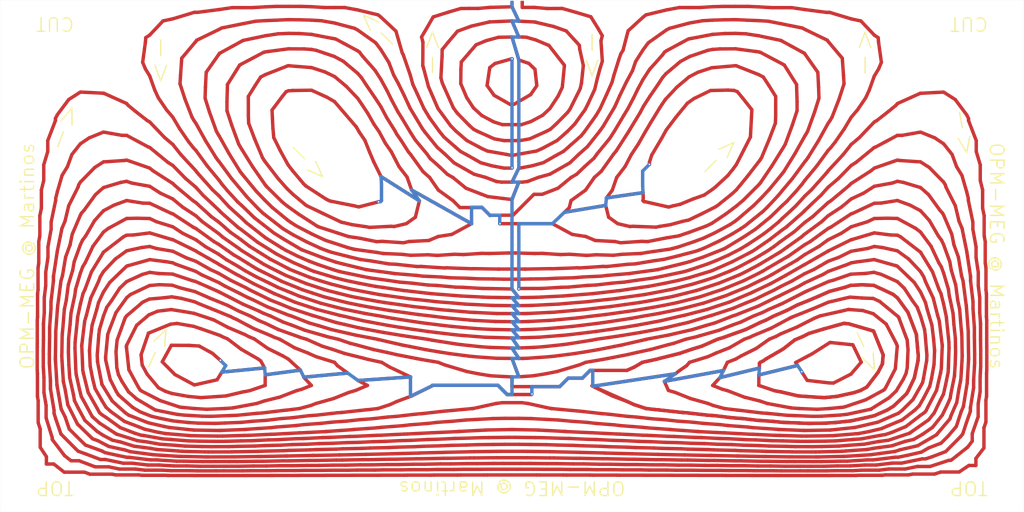
<source format=kicad_pcb>
(kicad_pcb (version 20221018) (generator pcbnew)
  (layers (0 "F.Cu" signal) (31 "B.Cu" signal) (34 "B.Paste" user) (35 "F.Paste" user) (36 "B.SilkS" user "B.Silkscreen") (37 "F.SilkS" user "F.Silkscreen") (38 "B.Mask" user) (39 "F.Mask" user) (44 "Edge.Cuts" user))
  (net 0 "")
  (net 1 "Net-(J1-Pin_1)")
  (footprint "Library:SolderWirePad_1x01_SMD_5x10mm_custom" (layer "F.Cu") (at 765 3.643012 90)
    (fp_text reference "J2")
    (fp_text value "Conn_01x01_Socket" hide)
  )
  (footprint "Library:SolderWirePad_1x01_SMD_5x10mm_custom" (layer "F.Cu") (at 750 3.643012 90)
    (fp_text reference "J1")
    (fp_text value "Conn_01x01_Socket" hide)
  )
  (gr_rect locked (start 0 0) (end 1500 750) (stroke (width 0.1)) (fill none) (layer "Edge.Cuts"))
  (gr_text "->" (at 220.201988 49.966927 270) (layer "F.SilkS") (effects (font (size 30 30) (thickness 2)) (justify left bottom)))
  (gr_text "->" (at 227.978976 551.0854 65) (layer "F.SilkS") (effects (font (size 30 30) (thickness 2)) (justify left bottom)))
  (gr_text "<-" (at 489.229884 254.090457 135) (layer "F.SilkS") (effects (font (size 30 30) (thickness 2) bold) (justify left bottom)))
  (gr_text "->" (at 852.078492 42.447409 270) (layer "F.SilkS") (effects (font (size 30 30) (thickness 2)) (justify left bottom)))
  (gr_text "CUT" (at 110 35 180) (layer "F.SilkS") (effects (font (size 20 20) (thickness 2)) (justify left)))
  (gr_text "->" (at 648.718995 115.018838 90) (layer "F.SilkS") (effects (font (size 30 30) (thickness 2)) (justify left bottom)))
  (gr_text "->" (at 1238.270893 485.979155 295) (layer "F.SilkS") (effects (font (size 30 30) (thickness 2)) (justify left bottom)))
  (gr_text "OPM-MEG @ Martinos" (at 750 715 180) (layer "F.SilkS") (effects (font (size 20 20) (thickness 2))))
  (gr_text "<-" (at 515.546996 26.806313 315) (layer "F.SilkS") (effects (font (size 30 30) (thickness 2) bold) (justify left bottom)))
  (gr_text "->" (at 1282.456305 115.360962 90) (layer "F.SilkS") (effects (font (size 30 30) (thickness 2)) (justify left bottom)))
  (gr_text "CUT" (at 1390 35 180) (layer "F.SilkS") (effects (font (size 20 20) (thickness 2)) (justify right)))
  (gr_text "->" (at 1389.249914 158.936484 280) (layer "F.SilkS") (effects (font (size 30 30) (thickness 2)) (justify left bottom)))
  (gr_text "OPM-MEG @ Martinos" (at 1460 375 270) (layer "F.SilkS") (effects (font (size 20 20) (thickness 2))))
  (gr_text "TOP" (at 110 715 180) (layer "F.SilkS") (effects (font (size 20 20) (thickness 2)) (justify left)))
  (gr_text "TOP" (at 1390 715 180) (layer "F.SilkS") (effects (font (size 20 20) (thickness 2)) (justify right)))
  (gr_text "<-" (at 1070.33652 191.896914 225) (layer "F.SilkS") (effects (font (size 30 30) (thickness 2) bold) (justify left bottom)))
  (gr_text "->" (at 96.146653 227.955465 70) (layer "F.SilkS") (effects (font (size 30 30) (thickness 2)) (justify left bottom)))
  (gr_text "OPM-MEG @ Martinos" (at 40 375 90) (layer "F.SilkS") (effects (font (size 20 20) (thickness 2))))
  (segment (start 542.94 407.21) (end 530.64 404.83) (width 5) (layer "F.Cu") (net 1))
  (segment (start 1330.59 572.11) (end 1328.03 576.6) (width 5) (layer "F.Cu") (net 1))
  (segment (start 675.49 491.2) (end 709.4 493.89) (width 5) (layer "F.Cu") (net 1))
  (segment (start 1190.41 654.28) (end 1165.18 654.22) (width 5) (layer "F.Cu") (net 1))
  (segment (start 311.15 517.56) (end 322.826909 527.785452) (width 5) (layer "F.Cu") (net 1))
  (segment (start 463.29 73.73) (end 456.25 72.38) (width 5) (layer "F.Cu") (net 1))
  (segment (start 777.08 408.61) (end 761.62 408.93) (width 5) (layer "F.Cu") (net 1))
  (segment (start 329.41 316.13) (end 348.88 333.21) (width 5) (layer "F.Cu") (net 1))
  (segment (start 449.48 301.4) (end 447.5 300.12) (width 5) (layer "F.Cu") (net 1))
  (segment (start 135.77 555.19) (end 132.03 536.14) (width 5) (layer "F.Cu") (net 1))
  (segment (start 1358.16 452.8) (end 1365.18 476.49) (width 5) (layer "F.Cu") (net 1))
  (segment (start 526.81 348.91) (end 551.72 353.95) (width 5) (layer "F.Cu") (net 1))
  (segment (start 1163.25 339.58) (end 1178.76 325.91) (width 5) (layer "F.Cu") (net 1))
  (segment (start 1010.12 82.78) (end 996.66 90.11) (width 5) (layer "F.Cu") (net 1))
  (segment (start 632.62 463.02) (end 651.43 465.37) (width 5) (layer "F.Cu") (net 1))
  (segment (start 1425.15 325.38) (end 1425.15 335.73) (width 5) (layer "F.Cu") (net 1))
  (segment (start 907.72 140.36) (end 917.56 120.11) (width 5) (layer "F.Cu") (net 1))
  (segment (start 1270.68 324.78) (end 1280.73 320.07) (width 5) (layer "F.Cu") (net 1))
  (segment (start 132.34 497.15) (end 134.83 476.5) (width 5) (layer "F.Cu") (net 1))
  (segment (start 607.13 654.37) (end 581.39 655.02) (width 5) (layer "F.Cu") (net 1))
  (segment (start 963.63 394.86) (end 960.93 395.31) (width 5) (layer "F.Cu") (net 1))
  (segment (start 747.12 152.84) (end 723.74 139.55) (width 5) (layer "F.Cu") (net 1))
  (segment (start 760 246.2107) (end 761.58 246.21) (width 5) (layer "F.Cu") (net 1))
  (segment (start 1181.19 195.61) (end 1183.09 192.19) (width 5) (layer "F.Cu") (net 1))
  (segment (start 441.9 365.71) (end 440.51 365.02) (width 5) (layer "F.Cu") (net 1))
  (segment (start 1427.36 492.55) (end 1427.76 518.33) (width 5) (layer "F.Cu") (net 1))
  (segment (start 1241.49 675.51) (end 1230.73 675.51) (width 5) (layer "F.Cu") (net 1))
  (segment (start 466.63 332.28) (end 494.94 341.42) (width 5) (layer "F.Cu") (net 1))
  (segment (start 320.72 387.29) (end 330.95 393.13) (width 5) (layer "F.Cu") (net 1))
  (segment (start 390.47 615.7) (end 369.85 617.08) (width 5) (layer "F.Cu") (net 1))
  (segment (start 285.49 427.1) (end 306.96 436.56) (width 5) (layer "F.Cu") (net 1))
  (segment (start 1090.29 496.88) (end 1098.35 494.01) (width 5) (layer "F.Cu") (net 1))
  (segment (start 1115.73 604.91) (end 1081.93 600.83) (width 5) (layer "F.Cu") (net 1))
  (segment (start 1106.23 378.34) (end 1124.63 367.33) (width 5) (layer "F.Cu") (net 1))
  (segment (start 839.53 679.53) (end 815.79 679.13) (width 5) (layer "F.Cu") (net 1))
  (segment (start 490.1 56.74) (end 486.12 56.05) (width 5) (layer "F.Cu") (net 1))
  (segment (start 566.76 680.49) (end 544.6 680.93) (width 5) (layer "F.Cu") (net 1))
  (segment (start 318.99 234.39) (end 316.34 230.75) (width 5) (layer "F.Cu") (net 1))
  (segment (start 1079.33 460.9) (end 1082.82 459.42) (width 5) (layer "F.Cu") (net 1))
  (segment (start 70.2 361.6) (end 74.85 335.73) (width 5) (layer "F.Cu") (net 1))
  (segment (start 113.64 621.49) (end 113.13 620.56) (width 5) (layer "F.Cu") (net 1))
  (segment (start 325.9 347.05) (end 350.22 364.11) (width 5) (layer "F.Cu") (net 1))
  (segment (start 786.08 221.15) (end 758.67 226.05) (width 5) (layer "F.Cu") (net 1))
  (segment (start 348.74 653.82) (end 334.82 654.22) (width 5) (layer "F.Cu") (net 1))
  (segment (start 1344.78 528.36) (end 1339.39 553.62) (width 5) (layer "F.Cu") (net 1))
  (segment (start 941.77 116.66) (end 934.52 130.11) (width 5) (layer "F.Cu") (net 1))
  (segment (start 109.12 586.94) (end 107.55 577.96) (width 5) (layer "F.Cu") (net 1))
  (segment (start 1323.02 555.92) (end 1312.89 572.65) (width 5) (layer "F.Cu") (net 1))
  (segment (start 1157.6 465.74) (end 1158.97 465.17) (width 5) (layer "F.Cu") (net 1))
  (segment (start 233.9 650.65) (end 215.44 647.36) (width 5) (layer "F.Cu") (net 1))
  (segment (start 780.8 550.51) (end 798.61 547.67) (width 5) (layer "F.Cu") (net 1))
  (segment (start 507.43 648.38) (end 487.56 649.32) (width 5) (layer "F.Cu") (net 1))
  (segment (start 90.82 528.95) (end 90.52 521.17) (width 5) (layer "F.Cu") (net 1))
  (segment (start 279.95 638.18) (end 246.23 635.39) (width 5) (layer "F.Cu") (net 1))
  (segment (start 324.51 41) (end 354.69 34.92) (width 5) (layer "F.Cu") (net 1))
  (segment (start 264.44 110.17) (end 266.16 85.26) (width 5) (layer "F.Cu") (net 1))
  (segment (start 1293.74 519.91) (end 1292.62 533.05) (width 5) (layer "F.Cu") (net 1))
  (segment (start 611.38 137.78) (end 620.95 158.85) (width 5) (layer "F.Cu") (net 1))
  (segment (start 743.089913 577.93417) (end 778.445223 577.93417) (width 5) (layer "F.Cu") (net 1))
  (segment (start 1016.59 144.35) (end 1040.8 132.56) (width 5) (layer "F.Cu") (net 1))
  (segment (start 530.96 82.12) (end 526.54 76.3) (width 5) (layer "F.Cu") (net 1))
  (segment (start 544.75 613.48) (end 526.73 614.77) (width 5) (layer "F.Cu") (net 1))
  (segment (start 494.35 535.73) (end 509.31 546.45) (width 5) (layer "F.Cu") (net 1))
  (segment (start 1089.37 292.72) (end 1111.72 270.43) (width 5) (layer "F.Cu") (net 1))
  (segment (start 162.45 603.02) (end 155.31 596.62) (width 5) (layer "F.Cu") (net 1))
  (segment (start 103.93 458.76) (end 109.54 432.47) (width 5) (layer "F.Cu") (net 1))
  (segment (start 339.26 261.64) (end 320.83 236.61) (width 5) (layer "F.Cu") (net 1))
  (segment (start 880.86 404.45) (end 853.22 405.75) (width 5) (layer "F.Cu") (net 1))
  (segment (start 727.72 661.21) (end 694.28 661.6) (width 5) (layer "F.Cu") (net 1))
  (segment (start 941.92 73.06) (end 949.66 62.62) (width 5) (layer "F.Cu") (net 1))
  (segment (start 615.38 663.54) (end 612.48 663.69) (width 5) (layer "F.Cu") (net 1))
  (segment (start 1126.78 653.38) (end 1111.69 652.65) (width 5) (layer "F.Cu") (net 1))
  (segment (start 1083.41 402.49) (end 1091.49 398.52) (width 5) (layer "F.Cu") (net 1))
  (segment (start 1427.76 531.67) (end 1426.27 556.97) (width 5) (layer "F.Cu") (net 1))
  (segment (start 200.15 476.48) (end 218.1 461.19) (width 5) (layer "F.Cu") (net 1))
  (segment (start 1184.71 620.22) (end 1170.5 619.62) (width 5) (layer "F.Cu") (net 1))
  (segment (start 1023.63 366.49) (end 1018.9 368.09) (width 5) (layer "F.Cu") (net 1))
  (segment (start 357.93 637.83) (end 325.93 638.75) (width 5) (layer "F.Cu") (net 1))
  (segment (start 1160.48 183.71) (end 1167.59 162.21) (width 5) (layer "F.Cu") (net 1))
  (segment (start 443.51 424.56) (end 457.51 429.15) (width 5) (layer "F.Cu") (net 1))
  (segment (start 1144.38 574.14) (end 1134.46 572.3) (width 5) (layer "F.Cu") (net 1))
  (segment (start 313.22 468.67) (end 334.24 479.73) (width 5) (layer "F.Cu") (net 1))
  (segment (start 211.59 628.59) (end 203.12 625.25) (width 5) (layer "F.Cu") (net 1))
  (segment (start 337.39 340.13) (end 351.64 350.13) (width 5) (layer "F.Cu") (net 1))
  (segment (start 1298.21 474.78) (end 1312.72 502.61) (width 5) (layer "F.Cu") (net 1))
  (segment (start 133.93 398.21) (end 151.48 369.49) (width 5) (layer "F.Cu") (net 1))
  (segment (start 619.53 251.22) (end 601.54 226.32) (width 5) (layer "F.Cu") (net 1))
  (segment (start 926.69 465.96) (end 942.42 463.02) (width 5) (layer "F.Cu") (net 1))
  (segment (start 1111.04 448.29) (end 1136.53 435.71) (width 5) (layer "F.Cu") (net 1))
  (segment (start 688.39 457.32) (end 694.76 457.64) (width 5) (layer "F.Cu") (net 1))
  (segment (start 538.27 564.58) (end 520.89 571.93) (width 5) (layer "F.Cu") (net 1))
  (segment (start 718.39 687.33) (end 703.91 687.47) (width 5) (layer "F.Cu") (net 1))
  (segment (start 1308.26 431.15) (end 1314.86 436.59) (width 5) (layer "F.Cu") (net 1))
  (segment (start 920.24 387.03) (end 888.93 390.4) (width 5) (layer "F.Cu") (net 1))
  (segment (start 1097.94 696.42) (end 1102.01 696.5) (width 5) (layer "F.Cu") (net 1))
  (segment (start 795.9 238.26) (end 817.33 226.05) (width 5) (layer "F.Cu") (net 1))
  (segment (start 398.69 303.82) (end 421.45 322.48) (width 5) (layer "F.Cu") (net 1))
  (segment (start 634.26 498.5) (end 668.19 503.89) (width 5) (layer "F.Cu") (net 1))
  (segment (start 1261.63 530.49) (end 1246.66 547.95) (width 5) (layer "F.Cu") (net 1))
  (segment (start 521.32 504.97) (end 546.9 511.94) (width 5) (layer "F.Cu") (net 1))
  (segment (start 72.64 492.55) (end 72.64 479.67) (width 5) (layer "F.Cu") (net 1))
  (segment (start 223.98 250.07) (end 253.12 268.76) (width 5) (layer "F.Cu") (net 1))
  (segment (start 449.37 681.76) (end 428.66 682.19) (width 5) (layer "F.Cu") (net 1))
  (segment (start 185.42 344.45) (end 195.54 344.19) (width 5) (layer "F.Cu") (net 1))
  (segment (start 193.79 678.5) (end 180.46 678.5) (width 5) (layer "F.Cu") (net 1))
  (segment (start 354.69 34.92) (end 374.76 30.98) (width 5) (layer "F.Cu") (net 1))
  (segment (start 475.98 105.33) (end 490.1 112.11) (width 5) (layer "F.Cu") (net 1))
  (segment (start 1125.21 30.99) (end 1145.31 34.95) (width 5) (layer "F.Cu") (net 1))
  (segment (start 200.26 319.63) (end 219.27 320.1) (width 5) (layer "F.Cu") (net 1))
  (segment (start 1128.9 682.61) (end 1109.99 682.61) (width 5) (layer "F.Cu") (net 1))
  (segment (start 1307.28 268.03) (end 1314.58 265.54) (width 5) (layer "F.Cu") (net 1))
  (segment (start 619.63 473.02) (end 645.2 476.22) (width 5) (layer "F.Cu") (net 1))
  (segment (start 830.14 695.88) (end 864.3 695.88) (width 5) (layer "F.Cu") (net 1))
  (segment (start 683.62 142.85) (end 674.97 122.54) (width 5) (layer "F.Cu") (net 1))
  (segment (start 787.27 494.05) (end 790.61 493.88) (width 5) (layer "F.Cu") (net 1))
  (segment (start 742.72 687.33) (end 718.39 687.33) (width 5) (layer "F.Cu") (net 1))
  (segment (start 519.33 424.54) (end 543.3 429.17) (width 5) (layer "F.Cu") (net 1))
  (segment (start 1178.54 387.54) (end 1179.66 387.02) (width 5) (layer "F.Cu") (net 1))
  (segment (start 432.31 442.76) (end 451.1 448.91) (width 5) (layer "F.Cu") (net 1))
  (segment (start 320.83 79.11) (end 302.03 105.87) (width 5) (layer "F.Cu") (net 1))
  (segment (start 1380.59 312.09) (end 1382.29 315.02) (width 5) (layer "F.Cu") (net 1))
  (segment (start 694.34 670.79) (end 689 670.79) (width 5) (layer "F.Cu") (net 1))
  (segment (start 1391.45 383.63) (end 1393.43 395.28) (width 5) (layer "F.Cu") (net 1))
  (segment (start 379.08 668.72) (end 343.46 669.28) (width 5) (layer "F.Cu") (net 1))
  (segment (start 1114.07 233.26) (end 1112.86 235.05) (width 5) (layer "F.Cu") (net 1))
  (segment (start 642.13 278.43) (end 629.27 259.87) (width 5) (layer "F.Cu") (net 1))
  (segment (start 91.45 403.97) (end 96.1 376.48) (width 5) (layer "F.Cu") (net 1))
  (segment (start 750 459.32) (end 760 471.17) (width 5) (layer "F.Cu") (net 1))
  (segment (start 737.88 678.89) (end 723.23 678.89) (width 5) (layer "F.Cu") (net 1))
  (segment (start 777.45 138.41) (end 753.32 152.56) (width 5) (layer "F.Cu") (net 1))
  (segment (start 354.69 255.01) (end 375.24 279.99) (width 5) (layer "F.Cu") (net 1))
  (segment (start 1230.73 675.51) (end 1202.97 676.16) (width 5) (layer "F.Cu") (net 1))
  (segment (start 709.82 630.04) (end 672.38 632.02) (width 5) (layer "F.Cu") (net 1))
  (segment (start 1249.22 312.46) (end 1280.73 297.69) (width 5) (layer "F.Cu") (net 1))
  (segment (start 456.25 132.11) (end 479.05 142.46) (width 5) (layer "F.Cu") (net 1))
  (segment (start 1246.66 547.95) (end 1220.96 561.07) (width 5) (layer "F.Cu") (net 1))
  (segment (start 1001.17 398.11) (end 969.35 404.82) (width 5) (layer "F.Cu") (net 1))
  (segment (start 1150.76 403.49) (end 1150.79 403.48) (width 5) (layer "F.Cu") (net 1))
  (segment (start 755.22 370.54) (end 783.23 371.31) (width 5) (layer "F.Cu") (net 1))
  (segment (start 288.25 252.04) (end 286.98 250.29) (width 5) (layer "F.Cu") (net 1))
  (segment (start 864.3 695.88) (end 868.98 695.98) (width 5) (layer "F.Cu") (net 1))
  (segment (start 1213.07 367.75) (end 1213.08 367.74) (width 5) (layer "F.Cu") (net 1))
  (segment (start 939.89 353.52) (end 948.82 353.85) (width 5) (layer "F.Cu") (net 1))
  (segment (start 807.29 393.5) (end 770.13 394.13) (width 5) (layer "F.Cu") (net 1))
  (segment (start 1118.16 112.82) (end 1126.29 125.18) (width 5) (layer "F.Cu") (net 1))
  (segment (start 1206.89 481.79) (end 1236.08 473.69) (width 5) (layer "F.Cu") (net 1))
  (segment (start 868.98 695.98) (end 903.25 695.98) (width 5) (layer "F.Cu") (net 1))
  (segment (start 1435.75 551.97) (end 1435.75 573.96) (width 5) (layer "F.Cu") (net 1))
  (segment (start 1399.32 145.78) (end 1382.29 134.87) (width 5) (layer "F.Cu") (net 1))
  (segment (start 1091.49 398.52) (end 1111.58 387.87) (width 5) (layer "F.Cu") (net 1))
  (segment (start 426.57 428.87) (end 438.07 433.68) (width 5) (layer "F.Cu") (net 1))
  (segment (start 253.12 211.61) (end 241.01 201.4) (width 5) (layer "F.Cu") (net 1))
  (segment (start 1287.1 100.88) (end 1280.73 111.37) (width 5) (layer "F.Cu") (net 1))
  (segment (start 1441.37 656.13) (end 1441.37 626.56) (width 5) (layer "F.Cu") (net 1))
  (segment (start 377.72 661.21) (end 344.15 661.82) (width 5) (layer "F.Cu") (net 1))
  (segment (start 979.12 571.91) (end 973.21 558.63) (width 5) (layer "F.Cu") (net 1))
  (segment (start 561.2 371.29) (end 588.12 372.47) (width 5) (layer "F.Cu") (net 1))
  (segment (start 148.64 607.09) (end 145.66 604.41) (width 5) (layer "F.Cu") (net 1))
  (segment (start 374.76 30.98) (end 388.54 30.18) (width 5) (layer "F.Cu") (net 1))
  (segment (start 1050.63 681.75) (end 1032.7 681.75) (width 5) (layer "F.Cu") (net 1))
  (segment (start 325.1 269.77) (end 320.83 263.97) (width 5) (layer "F.Cu") (net 1))
  (segment (start 339.26 661.96) (end 305.14 662.04) (width 5) (layer "F.Cu") (net 1))
  (segment (start 955.25 613.48) (end 932.15 610.88) (width 5) (layer "F.Cu") (net 1))
  (segment (start 1426.27 556.97) (end 1426.27 567.73) (width 5) (layer "F.Cu") (net 1))
  (segment (start 1036.89 674.47) (end 1007.22 673.88) (width 5) (layer "F.Cu") (net 1))
  (segment (start 1166.7 279.46) (end 1152.56 294.93) (width 5) (layer "F.Cu") (net 1))
  (segment (start 1135.82 180.45) (end 1127.06 203.4) (width 5) (layer "F.Cu") (net 1))
  (segment (start 185.42 436.24) (end 191.11 431.38) (width 5) (layer "F.Cu") (net 1))
  (segment (start 1350.47 562.42) (end 1337.3 585.49) (width 5) (layer "F.Cu") (net 1))
  (segment (start 717.91 10.76) (end 750 9.88) (width 5) (layer "F.Cu") (net 1))
  (segment (start 766.17 525.03) (end 772.86 524.78) (width 5) (layer "F.Cu") (net 1))
  (segment (start 1012.45 649.31) (end 992.57 648.38) (width 5) (layer "F.Cu") (net 1))
  (segment (start 514.51 696.25) (end 518.87 696.16) (width 5) (layer "F.Cu") (net 1))
  (segment (start 800.84 408.36) (end 777.08 408.61) (width 5) (layer "F.Cu") (net 1))
  (segment (start 998.33 673.88) (end 968 673.31) (width 5) (layer "F.Cu") (net 1))
  (segment (start 750 566.289365) (end 750.054643 566.344008) (width 5) (layer "F.Cu") (net 1))
  (segment (start 760 509.7044) (end 781.99 508.89) (width 5) (layer "F.Cu") (net 1))
  (segment (start 1279.33 673.68) (end 1270.67 673.68) (width 5) (layer "F.Cu") (net 1))
  (segment (start 63.35 536.77) (end 63.35 513.23) (width 5) (layer "F.Cu") (net 1))
  (segment (start 164.21 694.59) (end 169.44 695.68) (width 5) (layer "F.Cu") (net 1))
  (segment (start 690.49 38.22) (end 716.92 32.09) (width 5) (layer "F.Cu") (net 1))
  (segment (start 1214.7 696.57) (end 1218.69 696.48) (width 5) (layer "F.Cu") (net 1))
  (segment (start 504.84 10.98) (end 523.95 14.52) (width 5) (layer "F.Cu") (net 1))
  (segment (start 1409.3 334.49) (end 1416.15 368.12) (width 5) (layer "F.Cu") (net 1))
  (segment (start 429.14 396.47) (end 453.72 406.28) (width 5) (layer "F.Cu") (net 1))
  (segment (start 232 143.42) (end 226.66 131.87) (width 5) (layer "F.Cu") (net 1))
  (segment (start 1157.66 597.27) (end 1123.73 590.98) (width 5) (layer "F.Cu") (net 1))
  (segment (start 367.36 425.43) (end 376.13 429.63) (width 5) (layer "F.Cu") (net 1))
  (segment (start 253.12 368.02) (end 272.88 377.68) (width 5) (layer "F.Cu") (net 1))
  (segment (start 1122.42 525.56) (end 1147.16 511.27) (width 5) (layer "F.Cu") (net 1))
  (segment (start 959.78 673.31) (end 928.76 672.69) (width 5) (layer "F.Cu") (net 1))
  (segment (start 185.96 669.91) (end 172.45 667.11) (width 5) (layer "F.Cu") (net 1))
  (segment (start 1028.08 507.08) (end 1051.08 496.88) (width 5) (layer "F.Cu") (net 1))
  (segment (start 579.75 387.05) (end 570.01 386.63) (width 5) (layer "F.Cu") (net 1))
  (segment (start 1139.74 286.71) (end 1123.95 303.49) (width 5) (layer "F.Cu") (net 1))
  (segment (start 834.84 687.71) (end 820.58 687.47) (width 5) (layer "F.Cu") (net 1))
  (segment (start 113.13 620.56) (end 99.32 593.02) (width 5) (layer "F.Cu") (net 1))
  (segment (start 848.68 66.4) (end 849.22 72) (width 5) (layer "F.Cu") (net 1))
  (segment (start 390.84 449.13) (end 417.79 459.7) (width 5) (layer "F.Cu") (net 1))
  (segment (start 1358.84 597.01) (end 1356.67 601.52) (width 5) (layer "F.Cu") (net 1))
  (segment (start 805.72 661.6) (end 772.28 661.21) (width 5) (layer "F.Cu") (net 1))
  (segment (start 404.89 29.5) (end 422.39 28.74) (width 5) (layer "F.Cu") (net 1))
  (segment (start 674.64 221.84) (end 682.54 226.05) (width 5) (layer "F.Cu") (net 1))
  (segment (start 1378.54 649.17) (end 1360.41 656.09) (width 5) (layer "F.Cu") (net 1))
  (segment (start 315.28 620.21) (end 290.51 619.8) (width 5) (layer "F.Cu") (net 1))
  (segment (start 383.55 660.93) (end 377.72 661.21) (width 5) (layer "F.Cu") (net 1))
  (segment (start 300.39 661.98) (end 266.78 661.11) (width 5) (layer "F.Cu") (net 1))
  (segment (start 960.97 332.69) (end 927.22 331.47) (width 5) (layer "F.Cu") (net 1))
  (segment (start 1096.16 625.6) (end 1066.25 623.35) (width 5) (layer "F.Cu") (net 1))
  (segment (start 1125.87 453.31) (end 1146.54 444.33) (width 5) (layer "F.Cu") (net 1))
  (segment (start 142.4 520.07) (end 144.76 490.02) (width 5) (layer "F.Cu") (net 1))
  (segment (start 1080.06 134.19) (end 1087.7 143.37) (width 5) (layer "F.Cu") (net 1))
  (segment (start 348.95 455.34) (end 366.99 463.12) (width 5) (layer "F.Cu") (net 1))
  (segment (start 253.12 351.07) (end 264.58 356.67) (width 5) (layer "F.Cu") (net 1))
  (segment (start 803.67 522.6) (end 813.6 521.55) (width 5) (layer "F.Cu") (net 1))
  (segment (start 407.05 49.52) (end 388.54 52.36) (width 5) (layer "F.Cu") (net 1))
  (segment (start 806.56 189.1) (end 800.74 192.19) (width 5) (layer "F.Cu") (net 1))
  (segment (start 1146.54 444.33) (end 1177.17 428.63) (width 5) (layer "F.Cu") (net 1))
  (segment (start 1328.97 538.86) (end 1327.2 547.15) (width 5) (layer "F.Cu") (net 1))
  (segment (start 1095.38 358.1) (end 1084.46 364.75) (width 5) (layer "F.Cu") (net 1))
  (segment (start 1353.22 405.59) (end 1355.79 412.55) (width 5) (layer "F.Cu") (net 1))
  (segment (start 643.62 192.4) (end 650.24 200.62) (width 5) (layer "F.Cu") (net 1))
  (segment (start 854.79 476.21) (end 880.38 473.01) (width 5) (layer "F.Cu") (net 1))
  (segment (start 300.95 205.86) (end 286.98 180.66) (width 5) (layer "F.Cu") (net 1))
  (segment (start 212.95 100.85) (end 208.93 91.28) (width 5) (layer "F.Cu") (net 1))
  (segment (start 1044.32 593.82) (end 1037.45 591.1) (width 5) (layer "F.Cu") (net 1))
  (segment (start 903.25 695.98) (end 907.81 696.08) (width 5) (layer "F.Cu") (net 1))
  (segment (start 1355.79 412.55) (end 1367.04 436.54) (width 5) (layer "F.Cu") (net 1))
  (segment (start 1150.79 403.48) (end 1178.54 387.54) (width 5) (layer "F.Cu") (net 1))
  (segment (start 888.24 139.11) (end 896.46 120.62) (width 5) (layer "F.Cu") (net 1))
  (segment (start 1218.78 171.69) (end 1215.85 176.62) (width 5) (layer "F.Cu") (net 1))
  (segment (start 945.48 295.55) (end 943.49 295.42) (width 5) (layer "F.Cu") (net 1))
  (segment (start 883.2 390.24) (end 848.84 392.5) (width 5) (layer "F.Cu") (net 1))
  (segment (start 285.3 696.57) (end 359.14 696.57) (width 5) (layer "F.Cu") (net 1))
  (segment (start 1444.27 586.17) (end 1445.23 580.2) (width 5) (layer "F.Cu") (net 1))
  (segment (start 951.55 484.5) (end 973.8 480.29) (width 5) (layer "F.Cu") (net 1))
  (segment (start 388.3 652.66) (end 373.22 653.38) (width 5) (layer "F.Cu") (net 1))
  (segment (start 654.51 392.3) (end 651.18 392.52) (width 5) (layer "F.Cu") (net 1))
  (segment (start 1293.78 571.78) (end 1268.15 585.67) (width 5) (layer "F.Cu") (net 1))
  (segment (start 485.76 618.4) (end 470.78 620.11) (width 5) (layer "F.Cu") (net 1))
  (segment (start 1364.89 669.26) (end 1355.82 672.22) (width 5) (layer "F.Cu") (net 1))
  (segment (start 290.51 619.8) (end 275.65 618.91) (width 5) (layer "F.Cu") (net 1))
  (segment (start 538.53 165.7) (end 547.78 181.93) (width 5) (layer "F.Cu") (net 1))
  (segment (start 436.83 696.42) (end 441 696.33) (width 5) (layer "F.Cu") (net 1))
  (segment (start 831.63 164.42) (end 815.72 180.51) (width 5) (layer "F.Cu") (net 1))
  (segment (start 767.32 459.32) (end 771.61 459.25) (width 5) (layer "F.Cu") (net 1))
  (segment (start 185.42 265.58) (end 192.68 268.05) (width 5) (layer "F.Cu") (net 1))
  (segment (start 1175.22 493.31) (end 1184.68 488.51) (width 5) (layer "F.Cu") (net 1))
  (segment (start 371.1 682.61) (end 351.3 682.92) (width 5) (layer "F.Cu") (net 1))
  (segment (start 523.25 688.55) (end 510.23 688.79) (width 5) (layer "F.Cu") (net 1))
  (segment (start 1417.07 557.28) (end 1416.8 561.54) (width 5) (layer "F.Cu") (net 1))
  (segment (start 1355.82 672.22) (end 1350.6 672.22) (width 5) (layer "F.Cu") (net 1))
  (segment (start 1429.57 671.57) (end 1441.37 656.13) (width 5) (layer "F.Cu") (net 1))
  (segment (start 320.83 236.61) (end 318.99 234.39) (width 5) (layer "F.Cu") (net 1))
  (segment (start 1054.49 71.61) (end 1043.75 72.37) (width 5) (layer "F.Cu") (net 1))
  (segment (start 833.49 642.24) (end 822.2 642.01) (width 5) (layer "F.Cu") (net 1))
  (segment (start 1382.29 445.34) (end 1386.34 464.34) (width 5) (layer "F.Cu") (net 1))
  (segment (start 556.99 431.66) (end 590.35 436.29) (width 5) (layer "F.Cu") (net 1))
  (segment (start 345.88 401.71) (end 349.62 403.56) (width 5) (layer "F.Cu") (net 1))
  (segment (start 888.36 289.9038) (end 896.86 278.61) (width 5) (layer "F.Cu") (net 1))
  (segment (start 185.42 198.24) (end 217.02 215.18) (width 5) (layer "F.Cu") (net 1))
  (segment (start 527.02 447.19) (end 543.45 450.24) (width 5) (layer "F.Cu") (net 1))
  (segment (start 1380.29 506.75) (end 1378.96 539.81) (width 5) (layer "F.Cu") (net 1))
  (segment (start 1315.77 605.54) (end 1309.25 608.25) (width 5) (layer "F.Cu") (net 1))
  (segment (start 1280.56 656.54) (end 1270.56 658.41) (width 5) (layer "F.Cu") (net 1))
  (segment (start 465.73 331.86) (end 466.63 332.28) (width 5) (layer "F.Cu") (net 1))
  (segment (start 1189.88 518.13) (end 1215.6 501.76) (width 5) (layer "F.Cu") (net 1))
  (segment (start 1432.89 610.37) (end 1424.22 635.19) (width 5) (layer "F.Cu") (net 1))
  (segment (start 682.54 226.05) (end 704.08 238.29) (width 5) (layer "F.Cu") (net 1))
  (segment (start 320.83 198.84) (end 335.46 224.93) (width 5) (layer "F.Cu") (net 1))
  (segment (start 1371.83 636.88) (end 1371.62 637.02) (width 5) (layer "F.Cu") (net 1))
  (segment (start 485.85 482.83) (end 512.03 488.81) (width 5) (layer "F.Cu") (net 1))
  (segment (start 1348.49 608.3) (end 1327.1 624.76) (width 5) (layer "F.Cu") (net 1))
  (segment (start 421.45 322.48) (end 426.09 325.79) (width 5) (layer "F.Cu") (net 1))
  (segment (start 64.34 552.68) (end 63.35 536.77) (width 5) (layer "F.Cu") (net 1))
  (segment (start 1168.99 579.89) (end 1144.38 574.14) (width 5) (layer "F.Cu") (net 1))
  (segment (start 333.17 123.75) (end 332.44 148.89) (width 5) (layer "F.Cu") (net 1))
  (segment (start 946.44 598.44) (end 928.4 592.52) (width 5) (layer "F.Cu") (net 1))
  (segment (start 456.25 50.33) (end 438.5 49.08) (width 5) (layer "F.Cu") (net 1))
  (segment (start 1078.72 277.97) (end 1072.6 283.68) (width 5) (layer "F.Cu") (net 1))
  (segment (start 819.834863 566.344008) (end 832.302262 553.876609) (width 5) (layer "F.Cu") (net 1))
  (segment (start 529.47 113.65) (end 523.95 107.39) (width 5) (layer "F.Cu") (net 1))
  (segment (start 492 57.25) (end 490.1 56.74) (width 5) (layer "F.Cu") (net 1))
  (segment (start 666.51 642.24) (end 639.75 643.47) (width 5) (layer "F.Cu") (net 1))
  (segment (start 849.27 534.29) (end 858.05 530.73) (width 5) (layer "F.Cu") (net 1))
  (segment (start 395.67 379.54) (end 421.45 392.94) (width 5) (layer "F.Cu") (net 1))
  (segment (start 440.51 365.02) (end 416.16 350.63) (width 5) (layer "F.Cu") (net 1))
  (segment (start 832.302262 553.876609) (end 853.236328 553.876609) (width 5) (layer "F.Cu") (net 1))
  (segment (start 495.34 496.88) (end 513.18 502.95) (width 5) (layer "F.Cu") (net 1))
  (segment (start 363.12 696.5) (end 397.99 696.5) (width 5) (layer "F.Cu") (net 1))
  (segment (start 951.337477 240.78376) (end 951.296721 240.824516) (width 5) (layer "F.Cu") (net 1))
  (segment (start 185.42 151.56) (end 153.74 137.36) (width 5) (layer "F.Cu") (net 1))
  (segment (start 849.22 72) (end 854.49 96.01) (width 5) (layer "F.Cu") (net 1))
  (segment (start 813.6 521.55) (end 840 518.15) (width 5) (layer "F.Cu") (net 1))
  (segment (start 561.28 486.9) (end 591.58 491.89) (width 5) (layer "F.Cu") (net 1))
  (segment (start 1018.9 368.09) (end 991.29 375.32) (width 5) (layer "F.Cu") (net 1))
  (segment (start 682 615.26) (end 663.43 616.99) (width 5) (layer "F.Cu") (net 1))
  (segment (start 602.98 278.2889) (end 690.74 327.66) (width 5) (layer "F.Cu") (net 1))
  (segment (start 1348.44 237.1) (end 1361.39 245.34) (width 5) (layer "F.Cu") (net 1))
  (segment (start 817.39 140.97) (end 805.49 158.9) (width 5) (layer "F.Cu") (net 1))
  (segment (start 351.64 350.13) (end 365.54 360.8) (width 5) (layer "F.Cu") (net 1))
  (segment (start 124.31 615.8) (end 114.69 598.05) (width 5) (layer "F.Cu") (net 1))
  (segment (start 903.58 635.73) (end 867.6 633.91) (width 5) (layer "F.Cu") (net 1))
  (segment (start 520.25 435.41) (end 548.91 440.73) (width 5) (layer "F.Cu") (net 1))
  (segment (start 1355.25 490.03) (end 1357.82 520.15) (width 5) (layer "F.Cu") (net 1))
  (segment (start 678.79 372.89) (end 705.56 371.13) (width 5) (layer "F.Cu") (net 1))
  (segment (start 334.24 479.73) (end 358.59 490.02) (width 5) (layer "F.Cu") (net 1))
  (segment (start 799.83 651.34) (end 778.09 651.09) (width 5) (layer "F.Cu") (net 1))
  (segment (start 924.74 226.53) (end 935.21 210.68) (width 5) (layer "F.Cu") (net 1))
  (segment (start 815.34 407.51) (end 800.84 408.36) (width 5) (layer "F.Cu") (net 1))
  (segment (start 1314.58 265.54) (end 1323.38 267.17) (width 5) (layer "F.Cu") (net 1))
  (segment (start 1324.53 422.07) (end 1336.63 440.44) (width 5) (layer "F.Cu") (net 1))
  (segment (start 969.89 152.64) (end 974.65 145.72) (width 5) (layer "F.Cu") (net 1))
  (segment (start 566.66 132.25) (end 557.81 116.05) (width 5) (layer "F.Cu") (net 1))
  (segment (start 1348.44 193.46) (end 1369.3 201.91) (width 5) (layer "F.Cu") (net 1))
  (segment (start 1043.96 564.58) (end 1054.71 553.09) (width 5) (layer "F.Cu") (net 1))
  (segment (start 296.69 324.98) (end 320.34 342.17) (width 5) (layer "F.Cu") (net 1))
  (segment (start 781.99 508.89) (end 795.25 507.95) (width 5) (layer "F.Cu") (net 1))
  (segment (start 616.37 526.41) (end 641.92 530.73) (width 5) (layer "F.Cu") (net 1))
  (segment (start 512.39 666.15) (end 497.39 666.43) (width 5) (layer "F.Cu") (net 1))
  (segment (start 219.27 341.16) (end 251.68 350.83) (width 5) (layer "F.Cu") (net 1))
  (segment (start 739.32 650.88) (end 721.91 651.09) (width 5) (layer "F.Cu") (net 1))
  (segment (start 208.32 573.32) (end 206.21 572.07) (width 5) (layer "F.Cu") (net 1))
  (segment (start 1020.13 425.52) (end 1025.21 423.97) (width 5) (layer "F.Cu") (net 1))
  (segment (start 866 430.33) (end 867.25 430.19) (width 5) (layer "F.Cu") (net 1))
  (segment (start 650.73 534.3) (end 655.69 535.8) (width 5) (layer "F.Cu") (net 1))
  (segment (start 598.85 353.79) (end 628.05 352.27) (width 5) (layer "F.Cu") (net 1))
  (segment (start 466.31 476.9) (end 485.85 482.83) (width 5) (layer "F.Cu") (net 1))
  (segment (start 1330.83 695.65) (end 1336.8 694.42) (width 5) (layer "F.Cu") (net 1))
  (segment (start 1321.28 198.29) (end 1348.44 193.46) (width 5) (layer "F.Cu") (net 1))
  (segment (start 1120.92 668.72) (end 1117.97 668.72) (width 5) (layer "F.Cu") (net 1))
  (segment (start 1112.43 539.14) (end 1112.43 532.09) (width 5) (layer "F.Cu") (net 1))
  (segment (start 363.17 628.72) (end 359.28 629.1) (width 5) (layer "F.Cu") (net 1))
  (segment (start 956.54 450.23) (end 972.99 447.18) (width 5) (layer "F.Cu") (net 1))
  (segment (start 267.6 341.69) (end 286.96 351.2) (width 5) (layer "F.Cu") (net 1))
  (segment (start 513.18 502.95) (end 521.32 504.97) (width 5) (layer "F.Cu") (net 1))
  (segment (start 821.22 372.88) (end 834.06 372.4) (width 5) (layer "F.Cu") (net 1))
  (segment (start 668.69 632.29) (end 634.24 633.87) (width 5) (layer "F.Cu") (net 1))
  (segment (start 332.44 148.89) (end 332.46 162.23) (width 5) (layer "F.Cu") (net 1))
  (segment (start 713.46 125.17) (end 717.41 99.02) (width 5) (layer "F.Cu") (net 1))
  (segment (start 1243.16 474.29) (end 1279.47 484.83) (width 5) (layer "F.Cu") (net 1))
  (segment (start 365.54 360.8) (end 383.92 372.18) (width 5) (layer "F.Cu") (net 1))
  (segment (start 996.83 452.66) (end 1010.74 449.17) (width 5) (layer "F.Cu") (net 1))
  (segment (start 1435.95 264.15) (end 1435.95 241.4) (width 5) (layer "F.Cu") (net 1))
  (segment (start 479.2 367.35) (end 469.12 363.52) (width 5) (layer "F.Cu") (net 1))
  (segment (start 845.68 465.7) (end 848.57 465.36) (width 5) (layer "F.Cu") (net 1))
  (segment (start 260.71 660.6) (end 229.45 658.4) (width 5) (layer "F.Cu") (net 1))
  (segment (start 1222.7 689.49) (end 1210.79 689.77) (width 5) (layer "F.Cu") (net 1))
  (segment (start 783.91 640.97) (end 754.78 640.62) (width 5) (layer "F.Cu") (net 1))
  (segment (start 1075.42 132.45) (end 1080.06 134.19) (width 5) (layer "F.Cu") (net 1))
  (segment (start 571.24 672.69) (end 540.22 673.31) (width 5) (layer "F.Cu") (net 1))
  (segment (start 609.03 471.49) (end 619.63 473.02) (width 5) (layer "F.Cu") (net 1))
  (segment (start 1415.51 447.59) (end 1416.15 455.53) (width 5) (layer "F.Cu") (net 1))
  (segment (start 1129.64 480.7) (end 1157.6 465.74) (width 5) (layer "F.Cu") (net 1))
  (segment (start 532 673.31) (end 501.67 673.89) (width 5) (layer "F.Cu") (net 1))
  (segment (start 890.97 471.48) (end 922.96 466.57) (width 5) (layer "F.Cu") (net 1))
  (segment (start 1054.18 352.73) (end 1031.64 363.33) (width 5) (layer "F.Cu") (net 1))
  (segment (start 454.23 659.01) (end 423.1 659.77) (width 5) (layer "F.Cu") (net 1))
  (segment (start 1287.01 61.94) (end 1291.13 91.25) (width 5) (layer "F.Cu") (net 1))
  (segment (start 1213.02 220.41) (end 1196.37 243.21) (width 5) (layer "F.Cu") (net 1))
  (segment (start 911.87 372.45) (end 938.81 371.28) (width 5) (layer "F.Cu") (net 1))
  (segment (start 453.55 674.47) (end 424.57 675.08) (width 5) (layer "F.Cu") (net 1))
  (segment (start 1445.23 546.96) (end 1445.53 541.88) (width 5) (layer "F.Cu") (net 1))
  (segment (start 1095.13 29.51) (end 1111.46 30.19) (width 5) (layer "F.Cu") (net 1))
  (segment (start 760.68 650.88) (end 739.32 650.88) (width 5) (layer "F.Cu") (net 1))
  (segment (start 557.63 72.29) (end 569.57 91.38) (width 5) (layer "F.Cu") (net 1))
  (segment (start 883.63 526.4) (end 889.23 525.3) (width 5) (layer "F.Cu") (net 1))
  (segment (start 645.27 653.07) (end 621.06 653.67) (width 5) (layer "F.Cu") (net 1))
  (segment (start 999.55 324.31) (end 981.87 329.1) (width 5) (layer "F.Cu") (net 1))
  (segment (start 1150.42 210.96) (end 1160.48 183.71) (width 5) (layer "F.Cu") (net 1))
  (segment (start 1399.24 534.02) (end 1398.18 550.81) (width 5) (layer "F.Cu") (net 1))
  (segment (start 83.85 368.14) (end 90.7 334.49) (width 5) (layer "F.Cu") (net 1))
  (segment (start 1183.65 689.77) (end 1171.89 689.74) (width 5) (layer "F.Cu") (net 1))
  (segment (start 1280.73 320.07) (end 1299.8 319.6) (width 5) (layer "F.Cu") (net 1))
  (segment (start 761.62 408.93) (end 738.38 408.94) (width 5) (layer "F.Cu") (net 1))
  (segment (start 113.27 469.22) (end 113.66 464.34) (width 5) (layer "F.Cu") (net 1))
  (segment (start 845.48 392.28) (end 809.3 393.63) (width 5) (layer "F.Cu") (net 1))
  (segment (start 1425.35 452.51) (end 1427.36 479.67) (width 5) (layer "F.Cu") (net 1))
  (segment (start 563.61 443.2) (end 584.71 446.12) (width 5) (layer "F.Cu") (net 1))
  (segment (start 942.42 463.02) (end 962 459.74) (width 5) (layer "F.Cu") (net 1))
  (segment (start 589.46 623.61) (end 559.22 625.91) (width 5) (layer "F.Cu") (net 1))
  (segment (start 1366.06 398.21) (end 1375.52 423.89) (width 5) (layer "F.Cu") (net 1))
  (segment (start 443.17 366.26) (end 441.9 365.71) (width 5) (layer "F.Cu") (net 1))
  (segment (start 1152.69 454.63) (end 1168.4 446.58) (width 5) (layer "F.Cu") (net 1))
  (segment (start 1178.15 358.84) (end 1186.83 353.85) (width 5) (layer "F.Cu") (net 1))
  (segment (start 1375.99 470.29) (end 1380.08 504.28) (width 5) (layer "F.Cu") (net 1))
  (segment (start 411.38 652.1) (end 388.3 652.66) (width 5) (layer "F.Cu") (net 1))
  (segment (start 1430.07 221.89) (end 1430.07 205.89) (width 5) (layer "F.Cu") (net 1))
  (segment (start 1178.53 414.47) (end 1205.73 401.92) (width 5) (layer "F.Cu") (net 1))
  (segment (start 578.11 400.73) (end 572.38 399.88) (width 5) (layer "F.Cu") (net 1))
  (segment (start 1178.56 78.13) (end 1145.31 59.96) (width 5) (layer "F.Cu") (net 1))
  (segment (start 1213.08 367.74) (end 1213.45 367.56) (width 5) (layer "F.Cu") (net 1))
  (segment (start 1013.85 56.06) (end 1009.9 56.75) (width 5) (layer "F.Cu") (net 1))
  (segment (start 1367.66 497.15) (end 1369.06 513.45) (width 5) (layer "F.Cu") (net 1))
  (segment (start 1179.17 198.88) (end 1181.19 195.61) (width 5) (layer "F.Cu") (net 1))
  (segment (start 1074.36 246.91) (end 1066.17 257.03) (width 5) (layer "F.Cu") (net 1))
  (segment (start 94.66 667.59) (end 77.82 645.55) (width 5) (layer "F.Cu") (net 1))
  (segment (start 1057.93 570.12) (end 1043.96 564.58) (width 5) (layer "F.Cu") (net 1))
  (segment (start 925.83 664.69) (end 924.12 664.61) (width 5) (layer "F.Cu") (net 1))
  (segment (start 874.13 226.03) (end 869.99 231.82) (width 5) (layer "F.Cu") (net 1))
  (segment (start 483.08 294.33) (end 480.45 293.08) (width 5) (layer "F.Cu") (net 1))
  (segment (start 845.21 601.94) (end 808.37 598.51) (width 5) (layer "F.Cu") (net 1))
  (segment (start 302.19 599.47) (end 284.84 598.44) (width 5) (layer "F.Cu") (net 1))
  (segment (start 1390.2 510.1) (end 1389.26 539.34) (width 5) (layer "F.Cu") (net 1))
  (segment (start 966.23 458.95) (end 996.83 452.66) (width 5) (layer "F.Cu") (net 1))
  (segment (start 1014.74 416.14) (end 1032.87 410.63) (width 5) (layer "F.Cu") (net 1))
  (segment (start 119.73 506.75) (end 119.93 504.28) (width 5) (layer "F.Cu") (net 1))
  (segment (start 497.39 666.43) (end 497.06 666.43) (width 5) (layer "F.Cu") (net 1))
  (segment (start 544.6 680.93) (end 527.62 680.93) (width 5) (layer "F.Cu") (net 1))
  (segment (start 567.85 610.89) (end 544.75 613.48) (width 5) (layer "F.Cu") (net 1))
  (segment (start 823.7 127.81) (end 817.39 140.97) (width 5) (layer "F.Cu") (net 1))
  (segment (start 320.34 342.17) (end 325.9 347.05) (width 5) (layer "F.Cu") (net 1))
  (segment (start 169.93 457.77) (end 185.42 436.24) (width 5) (layer "F.Cu") (net 1))
  (segment (start 456.25 72.38) (end 445.54 71.63) (width 5) (layer "F.Cu") (net 1))
  (segment (start 872.99 169.31) (end 878.93 159.34) (width 5) (layer "F.Cu") (net 1))
  (segment (start 1179.17 263.94) (end 1174.88 269.76) (width 5) (layer "F.Cu") (net 1))
  (segment (start 1348.49 369.42) (end 1348.52 369.49) (width 5) (layer "F.Cu") (net 1))
  (segment (start 1275.01 666.16) (end 1274.99 666.16) (width 5) (layer "F.Cu") (net 1))
  (segment (start 64.05 241.4) (end 64.05 264.15) (width 5) (layer "F.Cu") (net 1))
  (segment (start 243.88 160.87) (end 232 143.42) (width 5) (layer "F.Cu") (net 1))
  (segment (start 1111.46 109.28) (end 1118.16 112.82) (width 5) (layer "F.Cu") (net 1))
  (segment (start 1042.23 462.04) (end 1074.02 451.64) (width 5) (layer "F.Cu") (net 1))
  (segment (start 677.8 642.01) (end 666.51 642.24) (width 5) (layer "F.Cu") (net 1))
  (segment (start 1160.47 464.41) (end 1191.13 452.18) (width 5) (layer "F.Cu") (net 1))
  (segment (start 1348.44 339.9) (end 1363.83 360.61) (width 5) (layer "F.Cu") (net 1))
  (segment (start 728.08 670.46) (end 694.34 670.79) (width 5) (layer "F.Cu") (net 1))
  (segment (start 159.39 653.96) (end 143.35 645.58) (width 5) (layer "F.Cu") (net 1))
  (segment (start 867.43 498.2) (end 874.12 496.88) (width 5) (layer "F.Cu") (net 1))
  (segment (start 1054.82 689.04) (end 1028.52 689.04) (width 5) (layer "F.Cu") (net 1))
  (segment (start 91.96 481.46) (end 94.21 453.17) (width 5) (layer "F.Cu") (net 1))
  (segment (start 625.46 225.63) (end 608.32 205.04) (width 5) (layer "F.Cu") (net 1))
  (segment (start 149.17 660.58) (end 125.01 651.87) (width 5) (layer "F.Cu") (net 1))
  (segment (start 692.7 393.51) (end 690.71 393.65) (width 5) (layer "F.Cu") (net 1))
  (segment (start 942.19 696.08) (end 946.65 696.16) (width 5) (layer "F.Cu") (net 1))
  (segment (start 419.69 338.18) (end 414.14 334.72) (width 5) (layer "F.Cu") (net 1))
  (segment (start 1195.38 669.35) (end 1160.13 669.28) (width 5) (layer "F.Cu") (net 1))
  (segment (start 322.49 491.44) (end 326.31 493.45) (width 5) (layer "F.Cu") (net 1))
  (segment (start 1378.11 691.41) (end 1404.94 691.41) (width 5) (layer "F.Cu") (net 1))
  (segment (start 351.3 682.92) (end 332.03 682.92) (width 5) (layer "F.Cu") (net 1))
  (segment (start 264.34 278.66) (end 282.82 294.06) (width 5) (layer "F.Cu") (net 1))
  (segment (start 81.73 613.88) (end 79.1 605.4) (width 5) (layer "F.Cu") (net 1))
  (segment (start 1176.74 630.49) (end 1140.73 629.1) (width 5) (layer "F.Cu") (net 1))
  (segment (start 617.27 672.03) (end 610.51 672.03) (width 5) (layer "F.Cu") (net 1))
  (segment (start 654.79 601.94) (end 650.59 602.25) (width 5) (layer "F.Cu") (net 1))
  (segment (start 1152.69 454.63) (end 1168.4 446.58) (width 5) (layer "F.Cu") (net 1))
  (segment (start 1107.76 510.38) (end 1126.85 496.88) (width 5) (layer "F.Cu") (net 1))
  (segment (start 215.44 647.36) (end 201.34 645.49) (width 5) (layer "F.Cu") (net 1))
  (segment (start 1089.89 219.06) (end 1078.61 241.03) (width 5) (layer "F.Cu") (net 1))
  (segment (start 320.83 308.01) (end 322.69 310.04) (width 5) (layer "F.Cu") (net 1))
  (segment (start 1292.62 533.05) (end 1286.28 545.39) (width 5) (layer "F.Cu") (net 1))
  (segment (start 453.72 406.28) (end 468.12 410.99) (width 5) (layer "F.Cu") (net 1))
  (segment (start 1329.71 666.86) (end 1315.93 669.7) (width 5) (layer "F.Cu") (net 1))
  (segment (start 1089.04 613.22) (end 1072.77 611.99) (width 5) (layer "F.Cu") (net 1))
  (segment (start 772.86 524.78) (end 803.67 522.6) (width 5) (layer "F.Cu") (net 1))
  (segment (start 1385.27 661.48) (end 1364.89 669.26) (width 5) (layer "F.Cu") (net 1))
  (segment (start 391.2 273.96) (end 412.92 295.4) (width 5) (layer "F.Cu") (net 1))
  (segment (start 1321.3 601.29) (end 1315.77 605.54) (width 5) (layer "F.Cu") (net 1))
  (segment (start 341.16 597.56) (end 328.9 598.44) (width 5) (layer "F.Cu") (net 1))
  (segment (start 76.37 640.82) (end 67.48 612.12) (width 5) (layer "F.Cu") (net 1))
  (segment (start 169.44 695.68) (end 203.19 695.68) (width 5) (layer "F.Cu") (net 1))
  (segment (start 182.45 235.04) (end 185.42 234.49) (width 5) (layer "F.Cu") (net 1))
  (segment (start 693.52 189.19) (end 687.36 183.55) (width 5) (layer "F.Cu") (net 1))
  (segment (start 90.7 334.49) (end 95.15 324.07) (width 5) (layer "F.Cu") (net 1))
  (segment (start 467.3 681.76) (end 449.37 681.76) (width 5) (layer "F.Cu") (net 1))
  (segment (start 64.34 575.1) (end 64.34 552.68) (width 5) (layer "F.Cu") (net 1))
  (segment (start 300.94 669.35) (end 265.26 668.53) (width 5) (layer "F.Cu") (net 1))
  (segment (start 633.47 564.35) (end 729.505743 564.35) (width 5) (layer "F.Cu") (net 1))
  (segment (start 1246.17 417.97) (end 1262.38 417.18) (width 5) (layer "F.Cu") (net 1))
  (segment (start 1426.27 567.73) (end 1421.51 597.46) (width 5) (layer "F.Cu") (net 1))
  (segment (start 954.71 227.11) (end 969.42 202.23) (width 5) (layer "F.Cu") (net 1))
  (segment (start 508.5 443.38) (end 527.02 447.19) (width 5) (layer "F.Cu") (net 1))
  (segment (start 1081.93 600.83) (end 1079.29 600.63) (width 5) (layer "F.Cu") (net 1))
  (segment (start 485.25 416.16) (end 513.28 423.27) (width 5) (layer "F.Cu") (net 1))
  (segment (start 844.32 535.79) (end 849.27 534.29) (width 5) (layer "F.Cu") (net 1))
  (segment (start 503.93 326.28) (end 500.09 325.52) (width 5) (layer "F.Cu") (net 1))
  (segment (start 793.66 217.75) (end 786.08 221.15) (width 5) (layer "F.Cu") (net 1))
  (segment (start 1429.8 361.6) (end 1429.8 377.29) (width 5) (layer "F.Cu") (net 1))
  (segment (start 901.14 353.77) (end 908.92 355.6) (width 5) (layer "F.Cu") (net 1))
  (segment (start 973.26 614.76) (end 955.25 613.48) (width 5) (layer "F.Cu") (net 1))
  (segment (start 1116.58 457.89) (end 1125.87 453.31) (width 5) (layer "F.Cu") (net 1))
  (segment (start 624.47 512.31) (end 644.1 515.63) (width 5) (layer "F.Cu") (net 1))
  (segment (start 58.32 345.22) (end 56.76 353.89) (width 5) (layer "F.Cu") (net 1))
  (segment (start 732.070675 327.61) (end 732.313945 327.61) (width 5) (layer "F.Cu") (net 1))
  (segment (start 275.65 618.91) (end 253.47 616.57) (width 5) (layer "F.Cu") (net 1))
  (segment (start 900.06 192.02) (end 893.28 202.56) (width 5) (layer "F.Cu") (net 1))
  (segment (start 219.27 361.06) (end 228.87 363.93) (width 5) (layer "F.Cu") (net 1))
  (segment (start 807.1 598.44) (end 773.67 591.08) (width 5) (layer "F.Cu") (net 1))
  (segment (start 300.39 143.81) (end 306.66 163.7) (width 5) (layer "F.Cu") (net 1))
  (segment (start 845.11 662.48) (end 810.85 661.77) (width 5) (layer "F.Cu") (net 1))
  (segment (start 1236.81 188.66) (end 1223.61 207.81) (width 5) (layer "F.Cu") (net 1))
  (segment (start 612.48 663.69) (end 575.88 664.61) (width 5) (layer "F.Cu") (net 1))
  (segment (start 873.56 688) (end 859.61 687.71) (width 5) (layer "F.Cu") (net 1))
  (segment (start 320.61 325.41) (end 337.39 340.13) (width 5) (layer "F.Cu") (net 1))
  (segment (start 1201 462.81) (end 1231.88 455.89) (width 5) (layer "F.Cu") (net 1))
  (segment (start 430.17 384.81) (end 454.83 395.54) (width 5) (layer "F.Cu") (net 1))
  (segment (start 117.71 266.75) (end 138.62 245.35) (width 5) (layer "F.Cu") (net 1))
  (segment (start 329.82 419.26) (end 350.64 429.53) (width 5) (layer "F.Cu") (net 1))
  (segment (start 548.45 484.51) (end 561.28 486.9) (width 5) (layer "F.Cu") (net 1))
  (segment (start 1143.57 489.09) (end 1167.09 479.24) (width 5) (layer "F.Cu") (net 1))
  (segment (start 182.29 617.29) (end 162.45 603.02) (width 5) (layer "F.Cu") (net 1))
  (segment (start 1394.27 343.12) (end 1397.43 358.7) (width 5) (layer "F.Cu") (net 1))
  (segment (start 1179.24 307.99) (end 1202.78 285.78) (width 5) (layer "F.Cu") (net 1))
  (segment (start 732.468144 327.455801) (end 732.622343 327.61) (width 5) (layer "F.Cu") (net 1))
  (segment (start 234.72 282.79) (end 253.12 291.44) (width 5) (layer "F.Cu") (net 1))
  (segment (start 818.44 445.43) (end 836.22 443.86) (width 5) (layer "F.Cu") (net 1))
  (segment (start 83.64 369.57) (end 83.64 369.32) (width 5) (layer "F.Cu") (net 1))
  (segment (start 402.06 696.42) (end 436.83 696.42) (width 5) (layer "F.Cu") (net 1))
  (segment (start 1424.22 635.19) (end 1424.22 646.22) (width 5) (layer "F.Cu") (net 1))
  (segment (start 1179.17 236.6) (end 1160.73 261.63) (width 5) (layer "F.Cu") (net 1))
  (segment (start 339.87 669.28) (end 304.62 669.35) (width 5) (layer "F.Cu") (net 1))
  (segment (start 309.33 609.85) (end 296.35 609.63) (width 5) (layer "F.Cu") (net 1))
  (segment (start 1389.8 674.36) (end 1362.37 683.32) (width 5) (layer "F.Cu") (net 1))
  (segment (start 1008.02 57.25) (end 976.05 74.49) (width 5) (layer "F.Cu") (net 1))
  (segment (start 512.63 639.33) (end 482.63 640.74) (width 5) (layer "F.Cu") (net 1))
  (segment (start 102.57 358.69) (end 105.74 343.13) (width 5) (layer "F.Cu") (net 1))
  (segment (start 1042.85 327.05) (end 1063.72 313.08) (width 5) (layer "F.Cu") (net 1))
  (segment (start 445.04 552.4987) (end 445.4 553.25) (width 5) (layer "F.Cu") (net 1))
  (segment (start 1254.58 383.71) (end 1280.54 380.23) (width 5) (layer "F.Cu") (net 1))
  (segment (start 70.2 377.29) (end 70.2 361.6) (width 5) (layer "F.Cu") (net 1))
  (segment (start 325.93 638.75) (end 318.5 638.77) (width 5) (layer "F.Cu") (net 1))
  (segment (start 687.98 76.5) (end 697.3 65.62) (width 5) (layer "F.Cu") (net 1))
  (segment (start 785.24 435.51) (end 792.34 435.17) (width 5) (layer "F.Cu") (net 1))
  (segment (start 98.64 244.29) (end 105.3 226.21) (width 5) (layer "F.Cu") (net 1))
  (segment (start 121.6 430.02) (end 124.47 423.89) (width 5) (layer "F.Cu") (net 1))
  (segment (start 224.98 666.15) (end 191.18 661.67) (width 5) (layer "F.Cu") (net 1))
  (segment (start 629.27 259.87) (end 619.53 251.22) (width 5) (layer "F.Cu") (net 1))
  (segment (start 605.93 680.01) (end 583.24 680.49) (width 5) (layer "F.Cu") (net 1))
  (segment (start 848.84 392.5) (end 845.48 392.28) (width 5) (layer "F.Cu") (net 1))
  (segment (start 794.14 284.62) (end 782.0974 284.62) (width 5) (layer "F.Cu") (net 1))
  (segment (start 728.39 459.25) (end 750 459.32) (width 5) (layer "F.Cu") (net 1))
  (segment (start 1123.73 590.98) (end 1113.1 587.38) (width 5) (layer "F.Cu") (net 1))
  (segment (start 672.38 632.02) (end 672.08 632.05) (width 5) (layer "F.Cu") (net 1))
  (segment (start 674.92 12.43) (end 687.99 12.3) (width 5) (layer "F.Cu") (net 1))
  (segment (start 1109.54 615.69) (end 1089.04 613.22) (width 5) (layer "F.Cu") (net 1))
  (segment (start 928.09 143.33) (end 919.58 159.48) (width 5) (layer "F.Cu") (net 1))
  (segment (start 844.23 671.36) (end 811 670.79) (width 5) (layer "F.Cu") (net 1))
  (segment (start 1211.73 252.04) (end 1209.38 254.87) (width 5) (layer "F.Cu") (net 1))
  (segment (start 442.08 570.13) (end 434.51 572.2) (width 5) (layer "F.Cu") (net 1))
  (segment (start 995.83 475.12) (end 1008.11 472.31) (width 5) (layer "F.Cu") (net 1))
  (segment (start 303.62 243.22) (end 286.98 220.4) (width 5) (layer "F.Cu") (net 1))
  (segment (start 428.45 249.9) (end 422.05 241.59) (width 5) (layer "F.Cu") (net 1))
  (segment (start 882.73 672.03) (end 850.21 671.36) (width 5) (layer "F.Cu") (net 1))
  (segment (start 79.1 605.4) (end 79.1 600.73) (width 5) (layer "F.Cu") (net 1))
  (segment (start 81.6 292.96) (end 81.6 290.37) (width 5) (layer "F.Cu") (net 1))
  (segment (start 688.33 468.84) (end 695.33 469.4) (width 5) (layer "F.Cu") (net 1))
  (segment (start 1140.8 324.94) (end 1129.1 334.58) (width 5) (layer "F.Cu") (net 1))
  (segment (start 750 30.62) (end 760 54.19) (width 5) (layer "F.Cu") (net 1))
  (segment (start 918.45 609.84) (end 890.81 606.62) (width 5) (layer "F.Cu") (net 1))
  (segment (start 526.19 480.29) (end 548.45 484.51) (width 5) (layer "F.Cu") (net 1))
  (segment (start 719.38 482.48) (end 750 483.12) (width 5) (layer "F.Cu") (net 1))
  (segment (start 457.73 343.2) (end 476.77 352.02) (width 5) (layer "F.Cu") (net 1))
  (segment (start 887.52 663.69) (end 884.61 663.54) (width 5) (layer "F.Cu") (net 1))
  (segment (start 125.01 651.87) (end 112.08 639.23) (width 5) (layer "F.Cu") (net 1))
  (segment (start 1198.01 105.85) (end 1179.17 79.09) (width 5) (layer "F.Cu") (net 1))
  (segment (start 1199.06 205.87) (end 1183.66 230.75) (width 5) (layer "F.Cu") (net 1))
  (segment (start 874.82 115.54) (end 871.17 130.93) (width 5) (layer "F.Cu") (net 1))
  (segment (start 634.5 24.77) (end 657.04 17.66) (width 5) (layer "F.Cu") (net 1))
  (segment (start 1103.75 301.28) (end 1114.95 290.11) (width 5) (layer "F.Cu") (net 1))
  (segment (start 426.54 451.85) (end 457.86 462.1) (width 5) (layer "F.Cu") (net 1))
  (segment (start 1220.42 410.53) (end 1246.35 401.57) (width 5) (layer "F.Cu") (net 1))
  (segment (start 547.78 181.93) (end 555.47 193.12) (width 5) (layer "F.Cu") (net 1))
  (segment (start 1411.21 595.7) (end 1407.98 603.04) (width 5) (layer "F.Cu") (net 1))
  (segment (start 445.18 689.04) (end 432.75 689.3) (width 5) (layer "F.Cu") (net 1))
  (segment (start 896.75 579.92) (end 866.98 565.12) (width 5) (layer "F.Cu") (net 1))
  (segment (start 1236.08 473.69) (end 1243.16 474.29) (width 5) (layer "F.Cu") (net 1))
  (segment (start 183.4 465.51) (end 185.42 462.71) (width 5) (layer "F.Cu") (net 1))
  (segment (start 849.93 129.63) (end 848.6 132.51) (width 5) (layer "F.Cu") (net 1))
  (segment (start 668.6 490.56) (end 675.49 491.2) (width 5) (layer "F.Cu") (net 1))
  (segment (start 920.94 455.95) (end 929.77 454.72) (width 5) (layer "F.Cu") (net 1))
  (segment (start 601.26 552.119) (end 524.47 557.4) (width 5) (layer "F.Cu") (net 1))
  (segment (start 356.16 59.18) (end 354.69 59.95) (width 5) (layer "F.Cu") (net 1))
  (segment (start 524.47 557.3995) (end 538.27 564.58) (width 5) (layer "F.Cu") (net 1))
  (segment (start 1404.84 569.28) (end 1401.53 589.58) (width 5) (layer "F.Cu") (net 1))
  (segment (start 1418.78 176.51) (end 1418.78 173.49) (width 5) (layer "F.Cu") (net 1))
  (segment (start 1122.42 525.56) (end 1147.16 511.27) (width 5) (layer "F.Cu") (net 1))
  (segment (start 1410.24 635.81) (end 1406.89 639.77) (width 5) (layer "F.Cu") (net 1))
  (segment (start 1095.2 9.34) (end 1111.46 10.02) (width 5) (layer "F.Cu") (net 1))
  (segment (start 1391.86 583.45) (end 1387.68 592.98) (width 5) (layer "F.Cu") (net 1))
  (segment (start 766.96 670.46) (end 733.04 670.46) (width 5) (layer "F.Cu") (net 1))
  (segment (start 342.18 466.01) (end 345.97 467.61) (width 5) (layer "F.Cu") (net 1))
  (segment (start 1168.99 579.89) (end 1144.38 574.14) (width 5) (layer "F.Cu") (net 1))
  (segment (start 250.99 505.77) (end 276.8 505.94) (width 5) (layer "F.Cu") (net 1))
  (segment (start 270.99 145.29) (end 263.64 122.71) (width 5) (layer "F.Cu") (net 1))
  (segment (start 647.66 72.7) (end 656.66 61.59) (width 5) (layer "F.Cu") (net 1))
  (segment (start 1187.33 581.21) (end 1168.99 579.89) (width 5) (layer "F.Cu") (net 1))
  (segment (start 180.44 347.14) (end 185.42 344.45) (width 5) (layer "F.Cu") (net 1))
  (segment (start 865.49 24.54) (end 875.64 40.84) (width 5) (layer "F.Cu") (net 1))
  (segment (start 1333.97 633.44) (end 1332.76 634.37) (width 5) (layer "F.Cu") (net 1))
  (segment (start 958.22 656.27) (end 931.04 655.63) (width 5) (layer "F.Cu") (net 1))
  (segment (start 242.8 635.15) (end 230.37 632.94) (width 5) (layer "F.Cu") (net 1))
  (segment (start 1152.67 608.31) (end 1123.46 605.43) (width 5) (layer "F.Cu") (net 1))
  (segment (start 1232.88 303.07) (end 1246.88 291.41) (width 5) (layer "F.Cu") (net 1))
  (segment (start 81.19 176.53) (end 69.92 205.89) (width 5) (layer "F.Cu") (net 1))
  (segment (start 265.26 668.53) (end 262.52 668.53) (width 5) (layer "F.Cu") (net 1))
  (segment (start 1217.16 294.04) (end 1235.55 278.73) (width 5) (layer "F.Cu") (net 1))
  (segment (start 1336.63 440.44) (end 1343.54 449.95) (width 5) (layer "F.Cu") (net 1))
  (segment (start 962.83 600.28) (end 946.44 598.44) (width 5) (layer "F.Cu") (net 1))
  (segment (start 64.8 436.28) (end 66.96 418.04) (width 5) (layer "F.Cu") (net 1))
  (segment (start 1065.47 572.18) (end 1057.93 570.12) (width 5) (layer "F.Cu") (net 1))
  (segment (start 1112.43 532.09) (end 1113.79 530.73) (width 5) (layer "F.Cu") (net 1))
  (segment (start 90.92 256.83) (end 98.64 244.29) (width 5) (layer "F.Cu") (net 1))
  (segment (start 1037.32 658.58) (end 1007.52 657.89) (width 5) (layer "F.Cu") (net 1))
  (segment (start 1131.85 463.69) (end 1152.69 454.63) (width 5) (layer "F.Cu") (net 1))
  (segment (start 537.17 600.29) (end 534.96 600.44) (width 5) (layer "F.Cu") (net 1))
  (segment (start 271.17 653.46) (end 255.88 652.2) (width 5) (layer "F.Cu") (net 1))
  (segment (start 1343.7 683.32) (end 1325.86 687) (width 5) (layer "F.Cu") (net 1))
  (segment (start 384.55 231.04) (end 372.95 203.4) (width 5) (layer "F.Cu") (net 1))
  (segment (start 1351.58 560.08) (end 1350.47 562.42) (width 5) (layer "F.Cu") (net 1))
  (segment (start 217.46 488.01) (end 217.48 487.99) (width 5) (layer "F.Cu") (net 1))
  (segment (start 1435.75 573.96) (end 1432.89 591.82) (width 5) (layer "F.Cu") (net 1))
  (segment (start 227.92 600.64) (end 227.3 600.43) (width 5) (layer "F.Cu") (net 1))
  (segment (start 987.97 488.8) (end 1014.15 482.82) (width 5) (layer "F.Cu") (net 1))
  (segment (start 1267.98 611.91) (end 1246.51 616.54) (width 5) (layer "F.Cu") (net 1))
  (segment (start 1327.1 624.76) (end 1306.24 633.44) (width 5) (layer "F.Cu") (net 1))
  (segment (start 407.57 261.81) (end 388.55 237.13) (width 5) (layer "F.Cu") (net 1))
  (segment (start 1242.82 453.31) (end 1263.74 454.84) (width 5) (layer "F.Cu") (net 1))
  (segment (start 523.95 14.52) (end 553.85 21.72) (width 5) (layer "F.Cu") (net 1))
  (segment (start 893.28 202.56) (end 874.13 226.03) (width 5) (layer "F.Cu") (net 1))
  (segment (start 750 9.88) (end 760 30.94) (width 5) (layer "F.Cu") (net 1))
  (segment (start 976.05 43.96) (end 980.6 41.5) (width 5) (layer "F.Cu") (net 1))
  (segment (start 76.37 643.36) (end 76.37 640.82) (width 5) (layer "F.Cu") (net 1))
  (segment (start 1077.85 393.26) (end 1084.91 389.64) (width 5) (layer "F.Cu") (net 1))
  (segment (start 288.51 368.79) (end 319.22 386.24) (width 5) (layer "F.Cu") (net 1))
  (segment (start 1213.02 316.1) (end 1232.88 303.07) (width 5) (layer "F.Cu") (net 1))
  (segment (start 825.26 433.55) (end 830.05 433.13) (width 5) (layer "F.Cu") (net 1))
  (segment (start 397.45 392.81) (end 418.54 403.36) (width 5) (layer "F.Cu") (net 1))
  (segment (start 856.37 243.97) (end 844.59 255.32) (width 5) (layer "F.Cu") (net 1))
  (segment (start 524.98 414.69) (end 550.01 419.52) (width 5) (layer "F.Cu") (net 1))
  (segment (start 1146.11 431.1) (end 1169.01 419.93) (width 5) (layer "F.Cu") (net 1))
  (segment (start 1048.81 273.23) (end 1043.92 277.18) (width 5) (layer "F.Cu") (net 1))
  (segment (start 1102.19 636.1) (end 1097.87 635.99) (width 5) (layer "F.Cu") (net 1))
  (segment (start 1441.68 315.89) (end 1439.42 305.04) (width 5) (layer "F.Cu") (net 1))
  (segment (start 185.42 367.42) (end 207.33 362.59) (width 5) (layer "F.Cu") (net 1))
  (segment (start 1215.46 426.71) (end 1237.67 420.9) (width 5) (layer "F.Cu") (net 1))
  (segment (start 502.22 657.44) (end 492.48 657.9) (width 5) (layer "F.Cu") (net 1))
  (segment (start 386.74 330.01) (end 372.8 319.08) (width 5) (layer "F.Cu") (net 1))
  (segment (start 63.6 474.48) (end 64.8 458.16) (width 5) (layer "F.Cu") (net 1))
  (segment (start 1388.88 545.45) (end 1385.33 563.01) (width 5) (layer "F.Cu") (net 1))
  (segment (start 894.1 449.1) (end 915.29 446.11) (width 5) (layer "F.Cu") (net 1))
  (segment (start 381.82 528.53) (end 387.58 538.93) (width 5) (layer "F.Cu") (net 1))
  (segment (start 1267.83 400.54) (end 1280.22 398.88) (width 5) (layer "F.Cu") (net 1))
  (segment (start 1299.54 600.73) (end 1280.89 608.87) (width 5) (layer "F.Cu") (net 1))
  (segment (start 1066.25 623.35) (end 1055.2 622.01) (width 5) (layer "F.Cu") (net 1))
  (segment (start 1416.69 562.07) (end 1411.21 595.7) (width 5) (layer "F.Cu") (net 1))
  (segment (start 915.72 243.82) (end 924.74 226.53) (width 5) (layer "F.Cu") (net 1))
  (segment (start 479.05 142.46) (end 489.99 148.77) (width 5) (layer "F.Cu") (net 1))
  (segment (start 797.64 481.64) (end 818.09 480.01) (width 5) (layer "F.Cu") (net 1))
  (segment (start 74.65 452.51) (end 74.65 441.93) (width 5) (layer "F.Cu") (net 1))
  (segment (start 359.28 629.1) (end 323.26 630.49) (width 5) (layer "F.Cu") (net 1))
  (segment (start 915.29 446.11) (end 936.4 443.18) (width 5) (layer "F.Cu") (net 1))
  (segment (start 972.38 680.93) (end 955.4 680.93) (width 5) (layer "F.Cu") (net 1))
  (segment (start 1286.28 545.39) (end 1269.68 567.06) (width 5) (layer "F.Cu") (net 1))
  (segment (start 760 30.9429) (end 783.6 32.17) (width 5) (layer "F.Cu") (net 1))
  (segment (start 1215.32 629.95) (end 1178.76 630.57) (width 5) (layer "F.Cu") (net 1))
  (segment (start 1344.78 528.36) (end 1339.39 553.62) (width 5) (layer "F.Cu") (net 1))
  (segment (start 440 9.33) (end 456.25 9.76) (width 5) (layer "F.Cu") (net 1))
  (segment (start 115.87 674.96) (end 104.11 674.96) (width 5) (layer "F.Cu") (net 1))
  (segment (start 168.87 379.39) (end 185.42 367.42) (width 5) (layer "F.Cu") (net 1))
  (segment (start 641.7 159.15) (end 639.58 154.4) (width 5) (layer "F.Cu") (net 1))
  (segment (start 656.66 61.59) (end 670.2 45.62) (width 5) (layer "F.Cu") (net 1))
  (segment (start 497.06 666.43) (end 458.93 667.18) (width 5) (layer "F.Cu") (net 1))
  (segment (start 894.07 680.01) (end 878.15 680.01) (width 5) (layer "F.Cu") (net 1))
  (segment (start 217.58 487.95) (end 249.69 474.83) (width 5) (layer "F.Cu") (net 1))
  (segment (start 1009.36 406.77) (end 1040.53 397.29) (width 5) (layer "F.Cu") (net 1))
  (segment (start 848.6 132.51) (end 834.92 159.85) (width 5) (layer "F.Cu") (net 1))
  (segment (start 1368.92 694.42) (end 1378.11 691.41) (width 5) (layer "F.Cu") (net 1))
  (segment (start 335.74 608.76) (end 309.33 609.85) (width 5) (layer "F.Cu") (net 1))
  (segment (start 761.58 246.21) (end 779.22 242.89) (width 5) (layer "F.Cu") (net 1))
  (segment (start 823.56 12.32) (end 843.96 18.1) (width 5) (layer "F.Cu") (net 1))
  (segment (start 1314.58 344.43) (end 1319.57 347.13) (width 5) (layer "F.Cu") (net 1))
  (segment (start 1213.5 397.44) (end 1243.76 386.44) (width 5) (layer "F.Cu") (net 1))
  (segment (start 1319.57 347.13) (end 1348.44 369.35) (width 5) (layer "F.Cu") (net 1))
  (segment (start 1074.02 451.64) (end 1092.68 443.74) (width 5) (layer "F.Cu") (net 1))
  (segment (start 185.42 320.02) (end 200.26 319.63) (width 5) (layer "F.Cu") (net 1))
  (segment (start 220.22 656.75) (end 196.26 653.58) (width 5) (layer "F.Cu") (net 1))
  (segment (start 354.69 59.95) (end 321.45 78.13) (width 5) (layer "F.Cu") (net 1))
  (segment (start 547.48 237.11) (end 558.14 258.65) (width 5) (layer "F.Cu") (net 1))
  (segment (start 58.83 655.17) (end 67.93 668.93) (width 5) (layer "F.Cu") (net 1))
  (segment (start 510.44 346.49) (end 526.81 348.91) (width 5) (layer "F.Cu") (net 1))
  (segment (start 601.34 688) (end 587.71 688.28) (width 5) (layer "F.Cu") (net 1))
  (segment (start 217.02 215.18) (end 219.27 215.96) (width 5) (layer "F.Cu") (net 1))
  (segment (start 722.11 613.13) (end 700.76 614.27) (width 5) (layer "F.Cu") (net 1))
  (segment (start 384.28 604.92) (end 376.54 605.44) (width 5) (layer "F.Cu") (net 1))
  (segment (start 414.49 471.65) (end 426.94 476.07) (width 5) (layer "F.Cu") (net 1))
  (segment (start 997.75 386.57) (end 964.19 394.78) (width 5) (layer "F.Cu") (net 1))
  (segment (start 306.96 436.56) (end 318.41 441.17) (width 5) (layer "F.Cu") (net 1))
  (segment (start 123.79 691.62) (end 131.67 694.59) (width 5) (layer "F.Cu") (net 1))
  (segment (start 1147.16 511.27) (end 1164.1 497.97) (width 5) (layer "F.Cu") (net 1))
  (segment (start 640.39 687.71) (end 626.44 688) (width 5) (layer "F.Cu") (net 1))
  (segment (start 1041.07 667.18) (end 1002.94 666.43) (width 5) (layer "F.Cu") (net 1))
  (segment (start 444.79 622.01) (end 433.75 623.35) (width 5) (layer "F.Cu") (net 1))
  (segment (start 471.92 507.08) (end 486.14 511.43) (width 5) (layer "F.Cu") (net 1))
  (segment (start 783.65 101.44) (end 786.34 125.46) (width 5) (layer "F.Cu") (net 1))
  (segment (start 564.4 209.66) (end 573.13 222.19) (width 5) (layer "F.Cu") (net 1))
  (segment (start 536.36 394.88) (end 535.84 394.81) (width 5) (layer "F.Cu") (net 1))
  (segment (start 1386.34 464.34) (end 1386.73 469.22) (width 5) (layer "F.Cu") (net 1))
  (segment (start 410.23 682.19) (end 390.01 682.61) (width 5) (layer "F.Cu") (net 1))
  (segment (start 456.09 564.58) (end 442.08 570.13) (width 5) (layer "F.Cu") (net 1))
  (segment (start 121.24 542.25) (end 119.73 506.75) (width 5) (layer "F.Cu") (net 1))
  (segment (start 720.8 242.91) (end 738.41 246.22) (width 5) (layer "F.Cu") (net 1))
  (segment (start 1093.86 689.3) (end 1067.25 689.3) (width 5) (layer "F.Cu") (net 1))
  (segment (start 359.14 696.57) (end 363.12 696.5) (width 5) (layer "F.Cu") (net 1))
  (segment (start 867.25 430.19) (end 876.91 429.17) (width 5) (layer "F.Cu") (net 1))
  (segment (start 689.15 661.77) (end 654.89 662.48) (width 5) (layer "F.Cu") (net 1))
  (segment (start 237.95 688.7) (end 212.05 688.7) (width 5) (layer "F.Cu") (net 1))
  (segment (start 918.6 519.59) (end 933.35 516.2) (width 5) (layer "F.Cu") (net 1))
  (segment (start 1441.68 345.22) (end 1441.68 315.89) (width 5) (layer "F.Cu") (net 1))
  (segment (start 639.75 643.47) (end 626.73 643.79) (width 5) (layer "F.Cu") (net 1))
  (segment (start 1130.15 617.07) (end 1109.54 615.69) (width 5) (layer "F.Cu") (net 1))
  (segment (start 315.22 454.47) (end 338.34 463.99) (width 5) (layer "F.Cu") (net 1))
  (segment (start 294.35 582.44) (end 275.18 580.6) (width 5) (layer "F.Cu") (net 1))
  (segment (start 873.4 373.18) (end 898.41 373.9) (width 5) (layer "F.Cu") (net 1))
  (segment (start 996.17 542.24) (end 1005.66 535.74) (width 5) (layer "F.Cu") (net 1))
  (segment (start 1142.07 637.83) (end 1135.77 637.72) (width 5) (layer "F.Cu") (net 1))
  (segment (start 1119.33 342.09) (end 1111.27 347.62) (width 5) (layer "F.Cu") (net 1))
  (segment (start 602.94 482.09) (end 626.82 485.54) (width 5) (layer "F.Cu") (net 1))
  (segment (start 1220.05 638.18) (end 1213.18 638.35) (width 5) (layer "F.Cu") (net 1))
  (segment (start 1025.13 491.82) (end 1053.54 483.69) (width 5) (layer "F.Cu") (net 1))
  (segment (start 243.47 383.34) (end 253.12 384.97) (width 5) (layer "F.Cu") (net 1))
  (segment (start 1031.64 363.33) (end 1023.63 366.49) (width 5) (layer "F.Cu") (net 1))
  (segment (start 1280.73 341.14) (end 1304.43 344.17) (width 5) (layer "F.Cu") (net 1))
  (segment (start 110.94 540.38) (end 109.79 510.1) (width 5) (layer "F.Cu") (net 1))
  (segment (start 665.07 238.49) (end 686.28 250.52) (width 5) (layer "F.Cu") (net 1))
  (segment (start 1348.44 274.71) (end 1360.14 284.95) (width 5) (layer "F.Cu") (net 1))
  (segment (start 452.29 608.96) (end 427.23 612) (width 5) (layer "F.Cu") (net 1))
  (segment (start 618.67 188.33) (end 621.92 192.81) (width 5) (layer "F.Cu") (net 1))
  (segment (start 534.44 205.42) (end 541.58 223.29) (width 5) (layer "F.Cu") (net 1))
  (segment (start 985.22 301.71) (end 979.45 303.27) (width 5) (layer "F.Cu") (net 1))
  (segment (start 1237.77 595.87) (end 1235 596.48) (width 5) (layer "F.Cu") (net 1))
  (segment (start 1036.12 608.1) (end 1006.38 604.71) (width 5) (layer "F.Cu") (net 1))
  (segment (start 873.27 643.79) (end 860.25 643.47) (width 5) (layer "F.Cu") (net 1))
  (segment (start 1279.22 459.53) (end 1298.21 474.78) (width 5) (layer "F.Cu") (net 1))
  (segment (start 332.46 162.23) (end 339.55 183.69) (width 5) (layer "F.Cu") (net 1))
  (segment (start 67.93 679.7) (end 78.7 679.7) (width 5) (layer "F.Cu") (net 1))
  (segment (start 1068.37 509.51) (end 1090.29 496.88) (width 5) (layer "F.Cu") (net 1))
  (segment (start 969.42 202.23) (end 975.9 190.47) (width 5) (layer "F.Cu") (net 1))
  (segment (start 1171.19 598.44) (end 1158.85 597.55) (width 5) (layer "F.Cu") (net 1))
  (segment (start 957.07 407.19) (end 933.65 410.38) (width 5) (layer "F.Cu") (net 1))
  (segment (start 1130.97 402.07) (end 1147.67 392.33) (width 5) (layer "F.Cu") (net 1))
  (segment (start 338.34 463.99) (end 342.18 466.01) (width 5) (layer "F.Cu") (net 1))
  (segment (start 871.17 130.93) (end 861.46 151.85) (width 5) (layer "F.Cu") (net 1))
  (segment (start 117.71 445.34) (end 121.6 430.02) (width 5) (layer "F.Cu") (net 1))
  (segment (start 535.81 665.62) (end 512.39 666.15) (width 5) (layer "F.Cu") (net 1))
  (segment (start 557.81 696.08) (end 592.19 696.08) (width 5) (layer "F.Cu") (net 1))
  (segment (start 471.09 30.37) (end 490.1 33.67) (width 5) (layer "F.Cu") (net 1))
  (segment (start 436.66 493) (end 440.3 494.42) (width 5) (layer "F.Cu") (net 1))
  (segment (start 1146.66 645.83) (end 1131.28 645.55) (width 5) (layer "F.Cu") (net 1))
  (segment (start 515.75 329.08) (end 503.93 326.28) (width 5) (layer "F.Cu") (net 1))
  (segment (start 695.33 469.4) (end 726.02 470.91) (width 5) (layer "F.Cu") (net 1))
  (segment (start 1015.33 291.43) (end 996.08 299.31) (width 5) (layer "F.Cu") (net 1))
  (segment (start 363.79 169.77) (end 363.74 141.31) (width 5) (layer "F.Cu") (net 1))
  (segment (start 595.17 327.61) (end 577.41 331.8) (width 5) (layer "F.Cu") (net 1))
  (segment (start 1152.95 101.61) (end 1148.87 95.18) (width 5) (layer "F.Cu") (net 1))
  (segment (start 969.35 404.82) (end 957.07 407.19) (width 5) (layer "F.Cu") (net 1))
  (segment (start 413.94 521.15) (end 422.21 525.91) (width 5) (layer "F.Cu") (net 1))
  (segment (start 1316.52 464.98) (end 1316.98 466.19) (width 5) (layer "F.Cu") (net 1))
  (segment (start 436.03 375.26) (end 418.23 366.4) (width 5) (layer "F.Cu") (net 1))
  (segment (start 1118.19 528.55) (end 1122.42 525.56) (width 5) (layer "F.Cu") (net 1))
  (segment (start 500.09 325.52) (end 473.11 312.68) (width 5) (layer "F.Cu") (net 1))
  (segment (start 723.23 678.89) (end 699.12 679.13) (width 5) (layer "F.Cu") (net 1))
  (segment (start 549.05 142.77) (end 536.3 124.13) (width 5) (layer "F.Cu") (net 1))
  (segment (start 591.09 355.62) (end 598.85 353.79) (width 5) (layer "F.Cu") (net 1))
  (segment (start 1025.21 423.97) (end 1052.89 414.85) (width 5) (layer "F.Cu") (net 1))
  (segment (start 217.48 487.99) (end 217.58 487.95) (width 5) (layer "F.Cu") (net 1))
  (segment (start 913.1 645.42) (end 898.23 645.05) (width 5) (layer "F.Cu") (net 1))
  (segment (start 538.95 395.31) (end 536.36 394.88) (width 5) (layer "F.Cu") (net 1))
  (segment (start 1091.93 482.82) (end 1114.75 471.89) (width 5) (layer "F.Cu") (net 1))
  (segment (start 1266.36 681.19) (end 1245.51 682.5) (width 5) (layer "F.Cu") (net 1))
  (segment (start 149.34 563.12) (end 149.14 562.22) (width 5) (layer "F.Cu") (net 1))
  (segment (start 151.04 637.64) (end 142.29 631.95) (width 5) (layer "F.Cu") (net 1))
  (segment (start 354.69 219.59) (end 369.92 244.03) (width 5) (layer "F.Cu") (net 1))
  (segment (start 397.66 492.12) (end 401.64 494.03) (width 5) (layer "F.Cu") (net 1))
  (segment (start 1138.89 371.53) (end 1141.47 370.03) (width 5) (layer "F.Cu") (net 1))
  (segment (start 188.26 608.05) (end 183.27 604.46) (width 5) (layer "F.Cu") (net 1))
  (segment (start 884.92 460.95) (end 887.46 460.68) (width 5) (layer "F.Cu") (net 1))
  (segment (start 1314.58 412.53) (end 1324.53 422.07) (width 5) (layer "F.Cu") (net 1))
  (segment (start 196.26 653.58) (end 176.55 647.42) (width 5) (layer "F.Cu") (net 1))
  (segment (start 1134.46 572.3) (end 1111.65 564.58) (width 5) (layer "F.Cu") (net 1))
  (segment (start 1380.45 607.94) (end 1366.13 625.89) (width 5) (layer "F.Cu") (net 1))
  (segment (start 1409.22 528.69) (end 1407.49 556.18) (width 5) (layer "F.Cu") (net 1))
  (segment (start 921.9 400.71) (end 890.69 403.29) (width 5) (layer "F.Cu") (net 1))
  (segment (start 1169.01 419.93) (end 1178.53 414.47) (width 5) (layer "F.Cu") (net 1))
  (segment (start 1382.29 358.43) (end 1391.45 383.63) (width 5) (layer "F.Cu") (net 1))
  (segment (start 536.87 332.2) (end 515.75 329.08) (width 5) (layer "F.Cu") (net 1))
  (segment (start 1295.89 570.27) (end 1295.29 570.84) (width 5) (layer "F.Cu") (net 1))
  (segment (start 387.16 313.76) (end 384.88 311.98) (width 5) (layer "F.Cu") (net 1))
  (segment (start 929.05 537.79) (end 940.97 530.73) (width 5) (layer "F.Cu") (net 1))
  (segment (start 1122.71 468.58) (end 1131.85 463.69) (width 5) (layer "F.Cu") (net 1))
  (segment (start 1063.72 313.08) (end 1079.3 301.34) (width 5) (layer "F.Cu") (net 1))
  (segment (start 251.56 434.81) (end 265.14 436.98) (width 5) (layer "F.Cu") (net 1))
  (segment (start 1127.06 203.4) (end 1115.62 230.77) (width 5) (layer "F.Cu") (net 1))
  (segment (start 619.87 97.79) (end 619.31 96.19) (width 5) (layer "F.Cu") (net 1))
  (segment (start 1118.19 528.55) (end 1122.42 525.56) (width 5) (layer "F.Cu") (net 1))
  (segment (start 865.76 633.87) (end 831.35 632.29) (width 5) (layer "F.Cu") (net 1))
  (segment (start 352.08 215.38) (end 354.69 219.59) (width 5) (layer "F.Cu") (net 1))
  (segment (start 1445.53 541.88) (end 1445.53 508.12) (width 5) (layer "F.Cu") (net 1))
  (segment (start 412.92 295.4) (end 420.34 301.48) (width 5) (layer "F.Cu") (net 1))
  (segment (start 471.48 689.04) (end 445.18 689.04) (width 5) (layer "F.Cu") (net 1))
  (segment (start 219.27 380.26) (end 243.47 383.34) (width 5) (layer "F.Cu") (net 1))
  (segment (start 113.66 464.34) (end 117.71 445.34) (width 5) (layer "F.Cu") (net 1))
  (segment (start 1029.96 376.6) (end 1009.83 383.41) (width 5) (layer "F.Cu") (net 1))
  (segment (start 139.21 569.07) (end 135.77 555.19) (width 5) (layer "F.Cu") (net 1))
  (segment (start 147.12 673.1) (end 126.03 665.13) (width 5) (layer "F.Cu") (net 1))
  (segment (start 1218.11 629.78) (end 1215.32 629.95) (width 5) (layer "F.Cu") (net 1))
  (segment (start 396.14 439.53) (end 410.59 445.19) (width 5) (layer "F.Cu") (net 1))
  (segment (start 882.32 89.67) (end 878.84 100.77) (width 5) (layer "F.Cu") (net 1))
  (segment (start 1387.68 592.98) (end 1380.45 607.94) (width 5) (layer "F.Cu") (net 1))
  (segment (start 600.15 622.36) (end 589.46 623.61) (width 5) (layer "F.Cu") (net 1))
  (segment (start 664.14 157.96) (end 650.52 127.55) (width 5) (layer "F.Cu") (net 1))
  (segment (start 616.79 390.26) (end 611.08 390.43) (width 5) (layer "F.Cu") (net 1))
  (segment (start 153.74 137.36) (end 151.56 136.36) (width 5) (layer "F.Cu") (net 1))
  (segment (start 612.55 460.69) (end 615.07 460.96) (width 5) (layer "F.Cu") (net 1))
  (segment (start 185.65 505.29) (end 200.15 476.48) (width 5) (layer "F.Cu") (net 1))
  (segment (start 1088.63 652.1) (end 1071.98 651.22) (width 5) (layer "F.Cu") (net 1))
  (segment (start 282.82 294.06) (end 286.98 296.79) (width 5) (layer "F.Cu") (net 1))
  (segment (start 520.6 639.15) (end 512.63 639.33) (width 5) (layer "F.Cu") (net 1))
  (segment (start 718.01 508.89) (end 750 509.8) (width 5) (layer "F.Cu") (net 1))
  (segment (start 335.95 676.1) (end 308.53 676.16) (width 5) (layer "F.Cu") (net 1))
  (segment (start 843.96 18.1) (end 865.49 24.54) (width 5) (layer "F.Cu") (net 1))
  (segment (start 523.95 107.39) (end 502.98 89.83) (width 5) (layer "F.Cu") (net 1))
  (segment (start 175.43 422.04) (end 185.42 412.46) (width 5) (layer "F.Cu") (net 1))
  (segment (start 1002.16 461.95) (end 1003.6 461.59) (width 5) (layer "F.Cu") (net 1))
  (segment (start 448.89 496.88) (end 471.92 507.08) (width 5) (layer "F.Cu") (net 1))
  (segment (start 1204.14 654.1) (end 1190.41 654.28) (width 5) (layer "F.Cu") (net 1))
  (segment (start 1379.17 351.8) (end 1382.29 358.43) (width 5) (layer "F.Cu") (net 1))
  (segment (start 687.36 183.55) (end 669.87 165.75) (width 5) (layer "F.Cu") (net 1))
  (segment (start 519.11 301.55) (end 483.08 294.33) (width 5) (layer "F.Cu") (net 1))
  (segment (start 81.6 290.37) (end 83.85 281.17) (width 5) (layer "F.Cu") (net 1))
  (segment (start 424.57 675.08) (end 414.32 675.08) (width 5) (layer "F.Cu") (net 1))
  (segment (start 916.76 680.49) (end 894.07 680.01) (width 5) (layer "F.Cu") (net 1))
  (segment (start 1435.95 241.4) (end 1430.07 221.89) (width 5) (layer "F.Cu") (net 1))
  (segment (start 198.49 687.09) (end 174.95 687.09) (width 5) (layer "F.Cu") (net 1))
  (segment (start 188.21 573.89) (end 178.2 558.08) (width 5) (layer "F.Cu") (net 1))
  (segment (start 1146.57 253.5) (end 1148.41 251) (width 5) (layer "F.Cu") (net 1))
  (segment (start 446.46 483.7) (end 474.88 491.83) (width 5) (layer "F.Cu") (net 1))
  (segment (start 764.51 589.85) (end 735.49 589.85) (width 5) (layer "F.Cu") (net 1))
  (segment (start 948.82 353.85) (end 975.9 348.51) (width 5) (layer "F.Cu") (net 1))
  (segment (start 1077.61 28.75) (end 1095.13 29.51) (width 5) (layer "F.Cu") (net 1))
  (segment (start 1262.69 436.52) (end 1279.18 437.18) (width 5) (layer "F.Cu") (net 1))
  (segment (start 267.1 303.08) (end 286.98 316.13) (width 5) (layer "F.Cu") (net 1))
  (segment (start 1069.74 396.85) (end 1077.85 393.26) (width 5) (layer "F.Cu") (net 1))
  (segment (start 445.4 553.25) (end 456.09 564.58) (width 5) (layer "F.Cu") (net 1))
  (segment (start 1445.53 508.12) (end 1445.45 502.94) (width 5) (layer "F.Cu") (net 1))
  (segment (start 1059.72 542.7263) (end 1065.51 530.73) (width 5) (layer "F.Cu") (net 1))
  (segment (start 926.42 103.68) (end 931.08 90.17) (width 5) (layer "F.Cu") (net 1))
  (segment (start 201.34 645.49) (end 170.94 635.99) (width 5) (layer "F.Cu") (net 1))
  (segment (start 263.64 122.71) (end 264.44 110.17) (width 5) (layer "F.Cu") (net 1))
  (segment (start 809.3 393.63) (end 807.29 393.5) (width 5) (layer "F.Cu") (net 1))
  (segment (start 518.87 696.16) (end 553.35 696.16) (width 5) (layer "F.Cu") (net 1))
  (segment (start 672.08 632.05) (end 668.69 632.29) (width 5) (layer "F.Cu") (net 1))
  (segment (start 360.32 421.57) (end 367.36 425.43) (width 5) (layer "F.Cu") (net 1))
  (segment (start 964.8 122.42) (end 952 141.02) (width 5) (layer "F.Cu") (net 1))
  (segment (start 1355.68 443.06) (end 1358.16 452.8) (width 5) (layer "F.Cu") (net 1))
  (segment (start 1116.93 397.41) (end 1124.74 392.74) (width 5) (layer "F.Cu") (net 1))
  (segment (start 768.74 394.09) (end 731.26 394.1) (width 5) (layer "F.Cu") (net 1))
  (segment (start 941.78 293.75) (end 942.34 290.08) (width 5) (layer "F.Cu") (net 1))
  (segment (start 286.98 180.66) (end 284.18 176.61) (width 5) (layer "F.Cu") (net 1))
  (segment (start 827.62 632.01) (end 790.18 630.04) (width 5) (layer "F.Cu") (net 1))
  (segment (start 799.24 614.27) (end 777.88 613.13) (width 5) (layer "F.Cu") (net 1))
  (segment (start 348.88 333.21) (end 353.07 336.15) (width 5) (layer "F.Cu") (net 1))
  (segment (start 681.91 480.02) (end 702.36 481.64) (width 5) (layer "F.Cu") (net 1))
  (segment (start 1111.46 52.36) (end 1092.95 49.52) (width 5) (layer "F.Cu") (net 1))
  (segment (start 351.57 250.99) (end 353.42 253.5) (width 5) (layer "F.Cu") (net 1))
  (segment (start 172.45 667.11) (end 153.91 663.05) (width 5) (layer "F.Cu") (net 1))
  (segment (start 951.296721 240.743004) (end 951.337477 240.78376) (width 5) (layer "F.Cu") (net 1))
  (segment (start 1236.41 122.68) (end 1229.06 145.32) (width 5) (layer "F.Cu") (net 1))
  (segment (start 749.09 292.17) (end 714.46 287.93) (width 5) (layer "F.Cu") (net 1))
  (segment (start 920.72 192.93) (end 902.78 220.86) (width 5) (layer "F.Cu") (net 1))
  (segment (start 1286.2 618.32) (end 1260.37 624.4) (width 5) (layer "F.Cu") (net 1))
  (segment (start 910.55 623.6) (end 899.85 622.35) (width 5) (layer "F.Cu") (net 1))
  (segment (start 1418.41 292.97) (end 1425.15 325.38) (width 5) (layer "F.Cu") (net 1))
  (segment (start 64.05 264.15) (end 60.58 278.3) (width 5) (layer "F.Cu") (net 1))
  (segment (start 1371.97 571.73) (end 1358.84 597.01) (width 5) (layer "F.Cu") (net 1))
  (segment (start 1167.61 148.92) (end 1166.87 123.73) (width 5) (layer "F.Cu") (net 1))
  (segment (start 314.05 646.52) (end 291.34 646.23) (width 5) (layer "F.Cu") (net 1))
  (segment (start 570.01 386.63) (end 543.63 382.23) (width 5) (layer "F.Cu") (net 1))
  (segment (start 1047.7 608.95) (end 1036.12 608.1) (width 5) (layer "F.Cu") (net 1))
  (segment (start 1113.1 587.38) (end 1090.18 581.68) (width 5) (layer "F.Cu") (net 1))
  (segment (start 332.03 682.92) (end 312.44 682.96) (width 5) (layer "F.Cu") (net 1))
  (segment (start 156.45 450.03) (end 163.33 440.46) (width 5) (layer "F.Cu") (net 1))
  (segment (start 527.75 380.06) (end 510.01 375.73) (width 5) (layer "F.Cu") (net 1))
  (segment (start 589.28 173.99) (end 582.8 163.62) (width 5) (layer "F.Cu") (net 1))
  (segment (start 689 670.79) (end 655.77 671.36) (width 5) (layer "F.Cu") (net 1))
  (segment (start 272.88 377.68) (end 286.74 382.65) (width 5) (layer "F.Cu") (net 1))
  (segment (start 700.76 614.27) (end 682 615.26) (width 5) (layer "F.Cu") (net 1))
  (segment (start 1246.7 368.07) (end 1271.12 363.92) (width 5) (layer "F.Cu") (net 1))
  (segment (start 541.78 656.27) (end 530.74 656.79) (width 5) (layer "F.Cu") (net 1))
  (segment (start 1348.44 369.35) (end 1348.49 369.42) (width 5) (layer "F.Cu") (net 1))
  (segment (start 818.09 480.01) (end 838.55 478.13) (width 5) (layer "F.Cu") (net 1))
  (segment (start 406.14 689.3) (end 394 689.56) (width 5) (layer "F.Cu") (net 1))
  (segment (start 116.39 570.31) (end 111.43 547.89) (width 5) (layer "F.Cu") (net 1))
  (segment (start 1072.6 283.68) (end 1051.54 300.66) (width 5) (layer "F.Cu") (net 1))
  (segment (start 340.18 11.11) (end 354.69 11.12) (width 5) (layer "F.Cu") (net 1))
  (segment (start 591.84 139.39) (end 598.15 152.9) (width 5) (layer "F.Cu") (net 1))
  (segment (start 970.55 113.54) (end 964.8 122.42) (width 5) (layer "F.Cu") (net 1))
  (segment (start 1425.15 335.73) (end 1429.8 361.6) (width 5) (layer "F.Cu") (net 1))
  (segment (start 377.24 354.71) (end 385.22 359.65) (width 5) (layer "F.Cu") (net 1))
  (segment (start 1202.78 285.78) (end 1213.02 274.33) (width 5) (layer "F.Cu") (net 1))
  (segment (start 1233.22 661.11) (end 1199.62 661.98) (width 5) (layer "F.Cu") (net 1))
  (segment (start 491.88 472.32) (end 504.18 475.13) (width 5) (layer "F.Cu") (net 1))
  (segment (start 833.84 304.3) (end 826.83 310.9202) (width 5) (layer "F.Cu") (net 1))
  (segment (start 1033.71 476.88) (end 1047.38 472.97) (width 5) (layer "F.Cu") (net 1))
  (segment (start 1246.88 242.36) (end 1254.31 237.6) (width 5) (layer "F.Cu") (net 1))
  (segment (start 78.24 411.56) (end 78.24 405.11) (width 5) (layer "F.Cu") (net 1))
  (segment (start 218.1 461.19) (end 230.92 455.81) (width 5) (layer "F.Cu") (net 1))
  (segment (start 475.67 696.33) (end 479.93 696.25) (width 5) (layer "F.Cu") (net 1))
  (segment (start 208.93 91.28) (end 212.94 61.97) (width 5) (layer "F.Cu") (net 1))
  (segment (start 347.97 295.52) (end 333.09 279.26) (width 5) (layer "F.Cu") (net 1))
  (segment (start 284.16 458.97) (end 310.79 467.82) (width 5) (layer "F.Cu") (net 1))
  (segment (start 794.43 371.12) (end 821.22 372.88) (width 5) (layer "F.Cu") (net 1))
  (segment (start 205.15 603.23) (end 194.24 596.75) (width 5) (layer "F.Cu") (net 1))
  (segment (start 1354.37 482.7) (end 1355.25 490.03) (width 5) (layer "F.Cu") (net 1))
  (segment (start 1036.69 73.72) (end 1010.12 82.78) (width 5) (layer "F.Cu") (net 1))
  (segment (start 1066.44 131.92) (end 1075.42 132.45) (width 5) (layer "F.Cu") (net 1))
  (segment (start 750 525.03) (end 760 551.95) (width 5) (layer "F.Cu") (net 1))
  (segment (start 1416.8 561.54) (end 1416.69 562.07) (width 5) (layer "F.Cu") (net 1))
  (segment (start 302.03 105.87) (end 300.89 128.12) (width 5) (layer "F.Cu") (net 1))
  (segment (start 1102.62 427.89) (end 1128.52 415.68) (width 5) (layer "F.Cu") (net 1))
  (segment (start 540.22 673.31) (end 532 673.31) (width 5) (layer "F.Cu") (net 1))
  (segment (start 492.78 673.89) (end 463.11 674.47) (width 5) (layer "F.Cu") (net 1))
  (segment (start 122.15 546.92) (end 121.24 542.25) (width 5) (layer "F.Cu") (net 1))
  (segment (start 456.25 29.43) (end 471.09 30.37) (width 5) (layer "F.Cu") (net 1))
  (segment (start 1036.01 453.17) (end 1050.01 448.49) (width 5) (layer "F.Cu") (net 1))
  (segment (start 1248.95 643.79) (end 1224.44 645.82) (width 5) (layer "F.Cu") (net 1))
  (segment (start 783.23 371.31) (end 794.43 371.12) (width 5) (layer "F.Cu") (net 1))
  (segment (start 1071.98 651.22) (end 1050.54 650.69) (width 5) (layer "F.Cu") (net 1))
  (segment (start 1075.43 675.07) (end 1046.45 674.47) (width 5) (layer "F.Cu") (net 1))
  (segment (start 1006.97 151.12) (end 1016.59 144.35) (width 5) (layer "F.Cu") (net 1))
  (segment (start 151.56 274.74) (end 176.66 267.2) (width 5) (layer "F.Cu") (net 1))
  (segment (start 1047.7 608.95) (end 1036.12 608.1) (width 5) (layer "F.Cu") (net 1))
  (segment (start 974.65 145.72) (end 991.34 127.76) (width 5) (layer "F.Cu") (net 1))
  (segment (start 494.21 429.17) (end 513.84 434.09) (width 5) (layer "F.Cu") (net 1))
  (segment (start 1184.69 440.08) (end 1199.5 433.74) (width 5) (layer "F.Cu") (net 1))
  (segment (start 1341.48 334.55) (end 1348.44 339.9) (width 5) (layer "F.Cu") (net 1))
  (segment (start 1199.06 669.35) (end 1195.38 669.35) (width 5) (layer "F.Cu") (net 1))
  (segment (start 1126.72 277.61) (end 1145.37 254.92) (width 5) (layer "F.Cu") (net 1))
  (segment (start 361.25 287.94) (end 354.69 279.96) (width 5) (layer "F.Cu") (net 1))
  (segment (start 891.56 318.13) (end 887.24 300.85) (width 5) (layer "F.Cu") (net 1))
  (segment (start 1011.5 681.34) (end 994.05 681.34) (width 5) (layer "F.Cu") (net 1))
  (segment (start 569.57 91.38) (end 576.66 109.86) (width 5) (layer "F.Cu") (net 1))
  (segment (start 401.45 429.92) (end 403.39 430.69) (width 5) (layer "F.Cu") (net 1))
  (segment (start 1384.8 270.78) (end 1385.8 274.24) (width 5) (layer "F.Cu") (net 1))
  (segment (start 233.22 416.99) (end 252.17 417.73) (width 5) (layer "F.Cu") (net 1))
  (segment (start 1391.59 613.48) (end 1372.7 635.78) (width 5) (layer "F.Cu") (net 1))
  (segment (start 882.24 52.25) (end 880.31 59.87) (width 5) (layer "F.Cu") (net 1))
  (segment (start 1232.39 341.68) (end 1246.88 332.19) (width 5) (layer "F.Cu") (net 1))
  (segment (start 1445.45 502.94) (end 1445.45 469.28) (width 5) (layer "F.Cu") (net 1))
  (segment (start 953.1 511.94) (end 978.69 504.96) (width 5) (layer "F.Cu") (net 1))
  (segment (start 1016.51 354.02) (end 1030.47 348.85) (width 5) (layer "F.Cu") (net 1))
  (segment (start 845.17 62.4) (end 848.68 66.4) (width 5) (layer "F.Cu") (net 1))
  (segment (start 855.9 515.62) (end 875.53 512.3) (width 5) (layer "F.Cu") (net 1))
  (segment (start 1280.73 111.37) (end 1273.39 131.9) (width 5) (layer "F.Cu") (net 1))
  (segment (start 1115.62 230.77) (end 1114.07 233.26) (width 5) (layer "F.Cu") (net 1))
  (segment (start 1213.02 60.51) (end 1233.86 85.25) (width 5) (layer "F.Cu") (net 1))
  (segment (start 383.92 372.18) (end 395.67 379.54) (width 5) (layer "F.Cu") (net 1))
  (segment (start 947.28 496.88) (end 979.8 490.72) (width 5) (layer "F.Cu") (net 1))
  (segment (start 333.47 447.37) (end 348.95 455.34) (width 5) (layer "F.Cu") (net 1))
  (segment (start 941.45 637.5) (end 907.59 635.83) (width 5) (layer "F.Cu") (net 1))
  (segment (start 878.67 191.85) (end 883.42 185.21) (width 5) (layer "F.Cu") (net 1))
  (segment (start 297.21 285.79) (end 320.83 308.01) (width 5) (layer "F.Cu") (net 1))
  (segment (start 117.71 315.06) (end 119.43 312.1) (width 5) (layer "F.Cu") (net 1))
  (segment (start 364.23 637.72) (end 357.93 637.83) (width 5) (layer "F.Cu") (net 1))
  (segment (start 170.94 635.99) (end 170.36 635.77) (width 5) (layer "F.Cu") (net 1))
  (segment (start 1416.36 369.32) (end 1416.36 369.57) (width 5) (layer "F.Cu") (net 1))
  (segment (start 83.8 566.5) (end 83.41 564.15) (width 5) (layer "F.Cu") (net 1))
  (segment (start 208.21 534.7) (end 206.59 519.8) (width 5) (layer "F.Cu") (net 1))
  (segment (start 501.67 673.89) (end 492.78 673.89) (width 5) (layer "F.Cu") (net 1))
  (segment (start 215.44 548.02) (end 208.21 534.7) (width 5) (layer "F.Cu") (net 1))
  (segment (start 154.45 673.1) (end 147.12 673.1) (width 5) (layer "F.Cu") (net 1))
  (segment (start 795.25 507.95) (end 823.11 505) (width 5) (layer "F.Cu") (net 1))
  (segment (start 486.79 355.26) (end 510.23 362.92) (width 5) (layer "F.Cu") (net 1))
  (segment (start 645.85 114.01) (end 647.57 81.91) (width 5) (layer "F.Cu") (net 1))
  (segment (start 974.33 647.97) (end 952.87 646.96) (width 5) (layer "F.Cu") (net 1))
  (segment (start 414.14 334.72) (end 387.16 313.76) (width 5) (layer "F.Cu") (net 1))
  (segment (start 1071.34 682.19) (end 1050.63 681.75) (width 5) (layer "F.Cu") (net 1))
  (segment (start 1404.94 691.41) (end 1419.3 681.84) (width 5) (layer "F.Cu") (net 1))
  (segment (start 1389.33 423.74) (end 1390.46 432.47) (width 5) (layer "F.Cu") (net 1))
  (segment (start 1228.41 377.09) (end 1246.7 368.07) (width 5) (layer "F.Cu") (net 1))
  (segment (start 99.95 417.58) (end 106.57 395.28) (width 5) (layer "F.Cu") (net 1))
  (segment (start 485.35 369.43) (end 479.2 367.35) (width 5) (layer "F.Cu") (net 1))
  (segment (start 875.53 512.3) (end 899.4 507.59) (width 5) (layer "F.Cu") (net 1))
  (segment (start 219.27 111.24) (end 212.95 100.85) (width 5) (layer "F.Cu") (net 1))
  (segment (start 601.77 645.05) (end 586.9 645.42) (width 5) (layer "F.Cu") (net 1))
  (segment (start 254.49 682.5) (end 233.64 681.18) (width 5) (layer "F.Cu") (net 1))
  (segment (start 159.33 683.85) (end 139.4 683.85) (width 5) (layer "F.Cu") (net 1))
  (segment (start 912.61 73.72) (end 920.13 45.05) (width 5) (layer "F.Cu") (net 1))
  (segment (start 1416.15 368.12) (end 1416.36 369.32) (width 5) (layer "F.Cu") (net 1))
  (segment (start 369.18 11.12) (end 388.54 10) (width 5) (layer "F.Cu") (net 1))
  (segment (start 1406.89 639.77) (end 1385.27 661.48) (width 5) (layer "F.Cu") (net 1))
  (segment (start 1046.45 674.47) (end 1036.89 674.47) (width 5) (layer "F.Cu") (net 1))
  (segment (start 771.61 459.25) (end 805.24 457.63) (width 5) (layer "F.Cu") (net 1))
  (segment (start 675.14 101.67) (end 675.73 90.75) (width 5) (layer "F.Cu") (net 1))
  (segment (start 146.77 405.58) (end 151.56 397.74) (width 5) (layer "F.Cu") (net 1))
  (segment (start 573.31 465.97) (end 577.05 466.58) (width 5) (layer "F.Cu") (net 1))
  (segment (start 765.98 54.18) (end 770.88 54.43) (width 5) (layer "F.Cu") (net 1))
  (segment (start 1280.73 178.62) (end 1259.01 201.41) (width 5) (layer "F.Cu") (net 1))
  (segment (start 1211.97 58.94) (end 1213.02 60.51) (width 5) (layer "F.Cu") (net 1))
  (segment (start 1367.04 436.54) (end 1373.4 461.56) (width 5) (layer "F.Cu") (net 1))
  (segment (start 246.23 635.39) (end 242.8 635.15) (width 5) (layer "F.Cu") (net 1))
  (segment (start 1043.75 29.44) (end 1061.01 28.98) (width 5) (layer "F.Cu") (net 1))
  (segment (start 111.43 547.89) (end 110.94 540.38) (width 5) (layer "F.Cu") (net 1))
  (segment (start 818 615.26) (end 799.24 614.27) (width 5) (layer "F.Cu") (net 1))
  (segment (start 115.96 623.58) (end 113.64 621.49) (width 5) (layer "F.Cu") (net 1))
  (segment (start 1368.24 533.81) (end 1364.66 554.04) (width 5) (layer "F.Cu") (net 1))
  (segment (start 1313.46 389.5) (end 1314.58 390.01) (width 5) (layer "F.Cu") (net 1))
  (segment (start 1350.6 672.22) (end 1320.9 678.35) (width 5) (layer "F.Cu") (net 1))
  (segment (start 1216.97 216.15) (end 1213.02 220.41) (width 5) (layer "F.Cu") (net 1))
  (segment (start 964.19 394.78) (end 963.63 394.86) (width 5) (layer "F.Cu") (net 1))
  (segment (start 716.96 32.09) (end 750 30.62) (width 5) (layer "F.Cu") (net 1))
  (segment (start 1418.31 487.36) (end 1418.87 523.44) (width 5) (layer "F.Cu") (net 1))
  (segment (start 1309.33 594.61) (end 1299.54 600.73) (width 5) (layer "F.Cu") (net 1))
  (segment (start 583.24 680.49) (end 566.76 680.49) (width 5) (layer "F.Cu") (net 1))
  (segment (start 105.3 226.21) (end 117.71 210.56) (width 5) (layer "F.Cu") (net 1))
  (segment (start 1403.9 376.48) (end 1408.55 403.97) (width 5) (layer "F.Cu") (net 1))
  (segment (start 1392.67 674.36) (end 1389.8 674.36) (width 5) (layer "F.Cu") (net 1))
  (segment (start 1165.18 654.22) (end 1151.25 653.82) (width 5) (layer "F.Cu") (net 1))
  (segment (start 77.82 645.55) (end 76.37 643.36) (width 5) (layer "F.Cu") (net 1))
  (segment (start 584.71 446.12) (end 605.9 449.12) (width 5) (layer "F.Cu") (net 1))
  (segment (start 1181.49 638.76) (end 1174.07 638.75) (width 5) (layer "F.Cu") (net 1))
  (segment (start 178.77 198.26) (end 185.42 198.24) (width 5) (layer "F.Cu") (net 1))
  (segment (start 1131.28 645.55) (end 1106.94 644.38) (width 5) (layer "F.Cu") (net 1))
  (segment (start 558.55 637.5) (end 552.48 637.65) (width 5) (layer "F.Cu") (net 1))
  (segment (start 1382.29 315.02) (end 1394.27 343.12) (width 5) (layer "F.Cu") (net 1))
  (segment (start 1209.49 619.8) (end 1184.71 620.22) (width 5) (layer "F.Cu") (net 1))
  (segment (start 502.81 386.76) (end 492.03 384) (width 5) (layer "F.Cu") (net 1))
  (segment (start 1374.51 345.53) (end 1379.17 351.8) (width 5) (layer "F.Cu") (net 1))
  (segment (start 392.24 510.39) (end 413.94 521.15) (width 5) (layer "F.Cu") (net 1))
  (segment (start 997.77 657.43) (end 969.26 656.79) (width 5) (layer "F.Cu") (net 1))
  (segment (start 1436.64 536.77) (end 1435.75 551.97) (width 5) (layer "F.Cu") (net 1))
  (segment (start 1401.53 589.58) (end 1393.19 608.59) (width 5) (layer "F.Cu") (net 1))
  (segment (start 552.33 626.68) (end 518.5 629.09) (width 5) (layer "F.Cu") (net 1))
  (segment (start 857.83 278.38) (end 836.54 293.75) (width 5) (layer "F.Cu") (net 1))
  (segment (start 461.16 397.9) (end 490.63 406.79) (width 5) (layer "F.Cu") (net 1))
  (segment (start 1028.08 507.08) (end 1051.08 496.88) (width 5) (layer "F.Cu") (net 1))
  (segment (start 852.51 453.81) (end 879.03 450.69) (width 5) (layer "F.Cu") (net 1))
  (segment (start 1007.22 673.88) (end 998.33 673.88) (width 5) (layer "F.Cu") (net 1))
  (segment (start 979.8 490.72) (end 987.97 488.8) (width 5) (layer "F.Cu") (net 1))
  (segment (start 264.99 226.52) (end 253.12 211.61) (width 5) (layer "F.Cu") (net 1))
  (segment (start 694.28 661.6) (end 689.15 661.77) (width 5) (layer "F.Cu") (net 1))
  (segment (start 410.53 220.7) (end 401.04 201.62) (width 5) (layer "F.Cu") (net 1))
  (segment (start 1314.58 390.01) (end 1339.22 413.63) (width 5) (layer "F.Cu") (net 1))
  (segment (start 910.47 505.44) (end 943.95 497.73) (width 5) (layer "F.Cu") (net 1))
  (segment (start 347.34 608.31) (end 335.74 608.76) (width 5) (layer "F.Cu") (net 1))
  (segment (start 185.42 412.46) (end 208.29 402.03) (width 5) (layer "F.Cu") (net 1))
  (segment (start 716.77 371.31) (end 744.78 370.54) (width 5) (layer "F.Cu") (net 1))
  (segment (start 1136.26 169.8) (end 1135.82 180.45) (width 5) (layer "F.Cu") (net 1))
  (segment (start 1214.15 412.17) (end 1220.42 410.53) (width 5) (layer "F.Cu") (net 1))
  (segment (start 1049.63 516.86) (end 1068.37 509.51) (width 5) (layer "F.Cu") (net 1))
  (segment (start 55.85 586.83) (end 55.85 618.84) (width 5) (layer "F.Cu") (net 1))
  (segment (start 944.83 497.55) (end 947.28 496.88) (width 5) (layer "F.Cu") (net 1))
  (segment (start 207.33 362.59) (end 219.27 361.06) (width 5) (layer "F.Cu") (net 1))
  (segment (start 1047.38 472.97) (end 1072.84 463.02) (width 5) (layer "F.Cu") (net 1))
  (segment (start 1393.43 395.28) (end 1400.05 417.58) (width 5) (layer "F.Cu") (net 1))
  (segment (start 861.46 151.85) (end 857.17 160.42) (width 5) (layer "F.Cu") (net 1))
  (segment (start 452.61 472.99) (end 466.31 476.9) (width 5) (layer "F.Cu") (net 1))
  (segment (start 510.23 362.92) (end 517.22 364.71) (width 5) (layer "F.Cu") (net 1))
  (segment (start 1116.45 660.93) (end 1084 660.15) (width 5) (layer "F.Cu") (net 1))
  (segment (start 388.54 30.18) (end 404.89 29.5) (width 5) (layer "F.Cu") (net 1))
  (segment (start 1445.04 430.62) (end 1444.32 424.52) (width 5) (layer "F.Cu") (net 1))
  (segment (start 93.98 691.62) (end 123.79 691.62) (width 5) (layer "F.Cu") (net 1))
  (segment (start 311.11 277.8) (end 290.58 254.84) (width 5) (layer "F.Cu") (net 1))
  (segment (start 617.51 54.08) (end 625.18 41.07) (width 5) (layer "F.Cu") (net 1))
  (segment (start 548.91 440.73) (end 563.61 443.2) (width 5) (layer "F.Cu") (net 1))
  (segment (start 295.86 654.11) (end 271.17 653.46) (width 5) (layer "F.Cu") (net 1))
  (segment (start 775.87 203.38) (end 761.55 205.93) (width 5) (layer "F.Cu") (net 1))
  (segment (start 1088.93 411.39) (end 1111.19 400.45) (width 5) (layer "F.Cu") (net 1))
  (segment (start 318.83 195.59) (end 320.83 198.84) (width 5) (layer "F.Cu") (net 1))
  (segment (start 1175.46 41.02) (end 1179.17 43.04) (width 5) (layer "F.Cu") (net 1))
  (segment (start 250.74 312.48) (end 253.12 313.22) (width 5) (layer "F.Cu") (net 1))
  (segment (start 782.0974 284.62) (end 751.511045 315.206355) (width 5) (layer "F.Cu") (net 1))
  (segment (start 1230.63 607.98) (end 1203.65 609.64) (width 5) (layer "F.Cu") (net 1))
  (segment (start 169.78 635.35) (end 145.46 619.52) (width 5) (layer "F.Cu") (net 1))
  (segment (start 202.41 566.75) (end 188.78 541.64) (width 5) (layer "F.Cu") (net 1))
  (segment (start 320.65 413.99) (end 329.82 419.26) (width 5) (layer "F.Cu") (net 1))
  (segment (start 533.78 458.97) (end 537.99 459.75) (width 5) (layer "F.Cu") (net 1))
  (segment (start 1312.38 154.29) (end 1302.15 162.69) (width 5) (layer "F.Cu") (net 1))
  (segment (start 317.97 556.33) (end 285.77 563.64) (width 5) (layer "F.Cu") (net 1))
  (segment (start 919.14 588.24) (end 896.75 579.92) (width 5) (layer "F.Cu") (net 1))
  (segment (start 838.55 478.13) (end 854.79 476.21) (width 5) (layer "F.Cu") (net 1))
  (segment (start 1301.91 687) (end 1287.96 688.7) (width 5) (layer "F.Cu") (net 1))
  (segment (start 1397.43 358.7) (end 1403.9 376.48) (width 5) (layer "F.Cu") (net 1))
  (segment (start 405.02 372.05) (end 415.65 377.58) (width 5) (layer "F.Cu") (net 1))
  (segment (start 816.52 651.89) (end 799.83 651.34) (width 5) (layer "F.Cu") (net 1))
  (segment (start 1389.26 539.34) (end 1388.88 545.45) (width 5) (layer "F.Cu") (net 1))
  (segment (start 1140.73 629.1) (end 1136.83 628.71) (width 5) (layer "F.Cu") (net 1))
  (segment (start 760 471.17) (end 764.76 471.17) (width 5) (layer "F.Cu") (net 1))
  (segment (start 1206.89 481.79) (end 1236.08 473.69) (width 5) (layer "F.Cu") (net 1))
  (segment (start 1078.61 241.03) (end 1074.36 246.91) (width 5) (layer "F.Cu") (net 1))
  (segment (start 772.84 265.81) (end 788.3 259.9) (width 5) (layer "F.Cu") (net 1))
  (segment (start 83.85 168.2) (end 81.19 173.47) (width 5) (layer "F.Cu") (net 1))
  (segment (start 1280.89 608.87) (end 1267.98 611.91) (width 5) (layer "F.Cu") (net 1))
  (segment (start 403.84 625.61) (end 396.66 626.47) (width 5) (layer "F.Cu") (net 1))
  (segment (start 939.7 420.91) (end 950 419.5) (width 5) (layer "F.Cu") (net 1))
  (segment (start 873.14 440.44) (end 900.75 437.53) (width 5) (layer "F.Cu") (net 1))
  (segment (start 520.89 571.93) (end 510.72 574.93) (width 5) (layer "F.Cu") (net 1))
  (segment (start 316.34 230.75) (end 300.95 205.86) (width 5) (layer "F.Cu") (net 1))
  (segment (start 1276 250.06) (end 1280.73 246.19) (width 5) (layer "F.Cu") (net 1))
  (segment (start 709.4 493.89) (end 712.73 494.05) (width 5) (layer "F.Cu") (net 1))
  (segment (start 591.13 81.49) (end 601.03 110.09) (width 5) (layer "F.Cu") (net 1))
  (segment (start 320.83 43.01) (end 324.51 41) (width 5) (layer "F.Cu") (net 1))
  (segment (start 1093.25 644.04) (end 1067.07 642.66) (width 5) (layer "F.Cu") (net 1))
  (segment (start 592.41 635.83) (end 558.55 637.5) (width 5) (layer "F.Cu") (net 1))
  (segment (start 1402.9 439.61) (end 1405.79 453.17) (width 5) (layer "F.Cu") (net 1))
  (segment (start 605.9 449.12) (end 620.96 450.71) (width 5) (layer "F.Cu") (net 1))
  (segment (start 1419.3 681.84) (end 1429.57 681.84) (width 5) (layer "F.Cu") (net 1))
  (segment (start 951.02 688.55) (end 937.71 688.28) (width 5) (layer "F.Cu") (net 1))
  (segment (start 318.41 441.17) (end 333.47 447.37) (width 5) (layer "F.Cu") (net 1))
  (segment (start 600.57 158.22) (end 618.67 188.33) (width 5) (layer "F.Cu") (net 1))
  (segment (start 738.38 408.94) (end 722.91 408.62) (width 5) (layer "F.Cu") (net 1))
  (segment (start 1415.34 446.76) (end 1415.51 447.59) (width 5) (layer "F.Cu") (net 1))
  (segment (start 1178.54 401) (end 1192.7 394.47) (width 5) (layer "F.Cu") (net 1))
  (segment (start 992.95 361.94) (end 1016.51 354.02) (width 5) (layer "F.Cu") (net 1))
  (segment (start 1024.33 696.33) (end 1059 696.33) (width 5) (layer "F.Cu") (net 1))
  (segment (start 392.63 75.43) (end 388.54 76.05) (width 5) (layer "F.Cu") (net 1))
  (segment (start 1185.95 646.52) (end 1169.63 646.48) (width 5) (layer "F.Cu") (net 1))
  (segment (start 1051.54 300.66) (end 1048.42 302.82) (width 5) (layer "F.Cu") (net 1))
  (segment (start 398.45 161.25) (end 413.52 141.21) (width 5) (layer "F.Cu") (net 1))
  (segment (start 1291.7 637.29) (end 1261.65 642.9) (width 5) (layer "F.Cu") (net 1))
  (segment (start 428.62 132.53) (end 456.25 132.11) (width 5) (layer "F.Cu") (net 1))
  (segment (start 1184.68 488.51) (end 1206.89 481.79) (width 5) (layer "F.Cu") (net 1))
  (segment (start 704.08 238.29) (end 720.8 242.91) (width 5) (layer "F.Cu") (net 1))
  (segment (start 619.5 61.72) (end 619.5 61.72) (width 5) (layer "F.Cu") (net 1))
  (segment (start 647.57 81.91) (end 647.66 72.7) (width 5) (layer "F.Cu") (net 1))
  (segment (start 1144.71 337.65) (end 1152.13 332.35) (width 5) (layer "F.Cu") (net 1))
  (segment (start 1188.87 277.79) (end 1179.2 286.91) (width 5) (layer "F.Cu") (net 1))
  (segment (start 439.91 634.06) (end 437.84 634.11) (width 5) (layer "F.Cu") (net 1))
  (segment (start 975.9 348.51) (end 993.96 345.56) (width 5) (layer "F.Cu") (net 1))
  (segment (start 553.85 21.72) (end 557.81 24.85) (width 5) (layer "F.Cu") (net 1))
  (segment (start 1382.29 400.04) (end 1389.33 423.74) (width 5) (layer "F.Cu") (net 1))
  (segment (start 824.51 491.19) (end 831.41 490.55) (width 5) (layer "F.Cu") (net 1))
  (segment (start 422.39 9.33) (end 440 9.33) (width 5) (layer "F.Cu") (net 1))
  (segment (start 573.59 146.32) (end 566.66 132.25) (width 5) (layer "F.Cu") (net 1))
  (segment (start 247.94 626.21) (end 240.27 624.66) (width 5) (layer "F.Cu") (net 1))
  (segment (start 273.28 682.5) (end 254.49 682.5) (width 5) (layer "F.Cu") (net 1))
  (segment (start 1043.75 50.33) (end 1013.85 56.06) (width 5) (layer "F.Cu") (net 1))
  (segment (start 1216.93 332.8) (end 1246.88 313.19) (width 5) (layer "F.Cu") (net 1))
  (segment (start 1336.8 694.42) (end 1368.92 694.42) (width 5) (layer "F.Cu") (net 1))
  (segment (start 1213.29 382.59) (end 1228.41 377.09) (width 5) (layer "F.Cu") (net 1))
  (segment (start 1311.05 661.3) (end 1275.14 666.15) (width 5) (layer "F.Cu") (net 1))
  (segment (start 1386.73 469.22) (end 1390.06 501.1) (width 5) (layer "F.Cu") (net 1))
  (segment (start 589.52 505.45) (end 600.6 507.6) (width 5) (layer "F.Cu") (net 1))
  (segment (start 831.8 503.88) (end 865.74 498.48) (width 5) (layer "F.Cu") (net 1))
  (segment (start 500.55 604.23) (end 493.62 604.72) (width 5) (layer "F.Cu") (net 1))
  (segment (start 683.84 205.81) (end 668.03 192.18) (width 5) (layer "F.Cu") (net 1))
  (segment (start 1164.1 497.97) (end 1175.22 493.31) (width 5) (layer "F.Cu") (net 1))
  (segment (start 972.99 447.18) (end 991.49 443.37) (width 5) (layer "F.Cu") (net 1))
  (segment (start 631.02 695.98) (end 635.7 695.88) (width 5) (layer "F.Cu") (net 1))
  (segment (start 1290.76 401.85) (end 1314.58 412.53) (width 5) (layer "F.Cu") (net 1))
  (segment (start 750 552.15) (end 750 566.289365) (width 5) (layer "F.Cu") (net 1))
  (segment (start 1091.93 482.82) (end 1114.75 471.89) (width 5) (layer "F.Cu") (net 1))
  (segment (start 970.12 80.85) (end 951.42 101.77) (width 5) (layer "F.Cu") (net 1))
  (segment (start 953.1 179.75) (end 966.17 158.42) (width 5) (layer "F.Cu") (net 1))
  (segment (start 1192.7 394.47) (end 1213.29 382.59) (width 5) (layer "F.Cu") (net 1))
  (segment (start 899.27 110.29) (end 906.48 87.31) (width 5) (layer "F.Cu") (net 1))
  (segment (start 1111.46 10.02) (end 1130.87 11.15) (width 5) (layer "F.Cu") (net 1))
  (segment (start 169.88 515.26) (end 171.49 498.19) (width 5) (layer "F.Cu") (net 1))
  (segment (start 479.87 425.53) (end 494.21 429.17) (width 5) (layer "F.Cu") (net 1))
  (segment (start 1094.7 258.55) (end 1078.72 277.97) (width 5) (layer "F.Cu") (net 1))
  (segment (start 992.57 648.38) (end 974.33 647.97) (width 5) (layer "F.Cu") (net 1))
  (segment (start 404.77 9.32) (end 422.39 9.33) (width 5) (layer "F.Cu") (net 1))
  (segment (start 853.22 405.75) (end 840.58 406.89) (width 5) (layer "F.Cu") (net 1))
  (segment (start 1048.42 302.82) (end 1028.81 312.74) (width 5) (layer "F.Cu") (net 1))
  (segment (start 974.65 145.72) (end 974.65 145.72) (width 5) (layer "F.Cu") (net 1))
  (segment (start 1302.15 162.69) (end 1284 176.88) (width 5) (layer "F.Cu") (net 1))
  (segment (start 296.35 609.63) (end 269.4 608.03) (width 5) (layer "F.Cu") (net 1))
  (segment (start 1331.58 634.86) (end 1301.41 644.86) (width 5) (layer "F.Cu") (net 1))
  (segment (start 898.23 645.05) (end 873.27 643.79) (width 5) (layer "F.Cu") (net 1))
  (segment (start 1152.56 294.93) (end 1146.19 300.79) (width 5) (layer "F.Cu") (net 1))
  (segment (start 375.24 279.99) (end 387.87 293.14) (width 5) (layer "F.Cu") (net 1))
  (segment (start 647.73 121.12) (end 645.85 114.01) (width 5) (layer "F.Cu") (net 1))
  (segment (start 386.31 387.02) (end 397.45 392.81) (width 5) (layer "F.Cu") (net 1))
  (segment (start 962 459.74) (end 966.23 458.95) (width 5) (layer "F.Cu") (net 1))
  (segment (start 858.81 618.61) (end 836.57 616.99) (width 5) (layer "F.Cu") (net 1))
  (segment (start 449.46 650.69) (end 428.02 651.22) (width 5) (layer "F.Cu") (net 1))
  (segment (start 745.22 640.62) (end 716.09 640.97) (width 5) (layer "F.Cu") (net 1))
  (segment (start 329.5 619.63) (end 315.28 620.21) (width 5) (layer "F.Cu") (net 1))
  (segment (start 297.03 676.16) (end 269.27 675.51) (width 5) (layer "F.Cu") (net 1))
  (segment (start 1130.87 11.15) (end 1145.31 11.15) (width 5) (layer "F.Cu") (net 1))
  (segment (start 191.18 661.67) (end 183.1 659.15) (width 5) (layer "F.Cu") (net 1))
  (segment (start 286.98 296.79) (end 309.72 317.49) (width 5) (layer "F.Cu") (net 1))
  (segment (start 448.62 415.42) (end 475.08 424.09) (width 5) (layer "F.Cu") (net 1))
  (segment (start 117.71 134.79) (end 100.63 145.75) (width 5) (layer "F.Cu") (net 1))
  (segment (start 1436.4 497.75) (end 1436.64 513.23) (width 5) (layer "F.Cu") (net 1))
  (segment (start 102.61 475.34) (end 103.93 458.76) (width 5) (layer "F.Cu") (net 1))
  (segment (start 753.32 152.56) (end 747.12 152.84) (width 5) (layer "F.Cu") (net 1))
  (segment (start 937.71 688.28) (end 912.29 688.28) (width 5) (layer "F.Cu") (net 1))
  (segment (start 309.72 317.49) (end 320.61 325.41) (width 5) (layer "F.Cu") (net 1))
  (segment (start 1045.77 659.01) (end 1037.32 658.58) (width 5) (layer "F.Cu") (net 1))
  (segment (start 1132.89 689.56) (end 1106 689.56) (width 5) (layer "F.Cu") (net 1))
  (segment (start 1145.31 34.95) (end 1175.46 41.02) (width 5) (layer "F.Cu") (net 1))
  (segment (start 354.43 301.38) (end 347.97 295.52) (width 5) (layer "F.Cu") (net 1))
  (segment (start 915.69 479.22) (end 932.7 476.43) (width 5) (layer "F.Cu") (net 1))
  (segment (start 525.67 647.97) (end 507.43 648.38) (width 5) (layer "F.Cu") (net 1))
  (segment (start 149.58 587.33) (end 139.21 569.07) (width 5) (layer "F.Cu") (net 1))
  (segment (start 1009.9 10.99) (end 1024.62 10.99) (width 5) (layer "F.Cu") (net 1))
  (segment (start 89.19 635.72) (end 81.73 613.88) (width 5) (layer "F.Cu") (net 1))
  (segment (start 426.09 325.79) (end 433.66 330.69) (width 5) (layer "F.Cu") (net 1))
  (segment (start 1416.36 369.57) (end 1421.76 405.11) (width 5) (layer "F.Cu") (net 1))
  (segment (start 1141.47 370.03) (end 1142.84 369.24) (width 5) (layer "F.Cu") (net 1))
  (segment (start 951.42 101.77) (end 941.77 116.66) (width 5) (layer "F.Cu") (net 1))
  (segment (start 422.21 525.91) (end 440.04 542.17) (width 5) (layer "F.Cu") (net 1))
  (segment (start 286.16 412.23) (end 316.87 425.76) (width 5) (layer "F.Cu") (net 1))
  (segment (start 335.46 224.93) (end 351.57 250.99) (width 5) (layer "F.Cu") (net 1))
  (segment (start 1061.19 598.44) (end 1044.32 593.82) (width 5) (layer "F.Cu") (net 1))
  (segment (start 1059 696.33) (end 1063.17 696.42) (width 5) (layer "F.Cu") (net 1))
  (segment (start 1077.61 71.47) (end 1054.49 71.61) (width 5) (layer "F.Cu") (net 1))
  (segment (start 1055.2 622.01) (end 1029.22 620.1) (width 5) (layer "F.Cu") (net 1))
  (segment (start 151.56 369.35) (end 180.44 347.14) (width 5) (layer "F.Cu") (net 1))
  (segment (start 686.4 521.56) (end 696.33 522.61) (width 5) (layer "F.Cu") (net 1))
  (segment (start 1213.02 250.27) (end 1211.73 252.04) (width 5) (layer "F.Cu") (net 1))
  (segment (start 993.96 345.56) (end 1009.03 340.49) (width 5) (layer "F.Cu") (net 1))
  (segment (start 831.35 632.29) (end 827.92 632.04) (width 5) (layer "F.Cu") (net 1))
  (segment (start 316.35 689.77) (end 289.21 689.77) (width 5) (layer "F.Cu") (net 1))
  (segment (start 158.54 334.56) (end 185.42 320.02) (width 5) (layer "F.Cu") (net 1))
  (segment (start 646.77 405.77) (end 619.15 404.47) (width 5) (layer "F.Cu") (net 1))
  (segment (start 568.96 655.63) (end 541.78 656.27) (width 5) (layer "F.Cu") (net 1))
  (segment (start 1066.24 420.67) (end 1088.93 411.39) (width 5) (layer "F.Cu") (net 1))
  (segment (start 834.89 238.44) (end 847.75 226.05) (width 5) (layer "F.Cu") (net 1))
  (segment (start 1394.7 226.21) (end 1401.37 244.29) (width 5) (layer "F.Cu") (net 1))
  (segment (start 178.2 558.08) (end 173.44 548.72) (width 5) (layer "F.Cu") (net 1))
  (segment (start 324.85 545.0833) (end 317.97 556.33) (width 5) (layer "F.Cu") (net 1))
  (segment (start 581.2 196.57) (end 578.33 191.25) (width 5) (layer "F.Cu") (net 1))
  (segment (start 1062.77 363.32) (end 1060.94 364.26) (width 5) (layer "F.Cu") (net 1))
  (segment (start 101.46 628.57) (end 95.39 610.79) (width 5) (layer "F.Cu") (net 1))
  (segment (start 302.03 105.87) (end 302.03 105.87) (width 5) (layer "F.Cu") (net 1))
  (segment (start 266.16 85.26) (end 286.98 60.48) (width 5) (layer "F.Cu") (net 1))
  (segment (start 1011.23 583.72) (end 989.26 574.91) (width 5) (layer "F.Cu") (net 1))
  (segment (start 385.22 359.65) (end 405.02 372.05) (width 5) (layer "F.Cu") (net 1))
  (segment (start 368.73 645.55) (end 353.34 645.83) (width 5) (layer "F.Cu") (net 1))
  (segment (start 387.58 538.9348) (end 324.85 545.08) (width 5) (layer "F.Cu") (net 1))
  (segment (start 409.83 581.7) (end 386.9 587.4) (width 5) (layer "F.Cu") (net 1))
  (segment (start 669.87 165.75) (end 664.14 157.96) (width 5) (layer "F.Cu") (net 1))
  (segment (start 1158.85 597.55) (end 1157.66 597.27) (width 5) (layer "F.Cu") (net 1))
  (segment (start 1123.95 303.49) (end 1117.59 309.67) (width 5) (layer "F.Cu") (net 1))
  (segment (start 417.79 459.7) (end 420.77 460.94) (width 5) (layer "F.Cu") (net 1))
  (segment (start 455.69 593.83) (end 438.88 598.44) (width 5) (layer "F.Cu") (net 1))
  (segment (start 1288.69 441.61) (end 1315.7 463.86) (width 5) (layer "F.Cu") (net 1))
  (segment (start 255.29 270.98) (end 264.34 278.66) (width 5) (layer "F.Cu") (net 1))
  (segment (start 1299.8 319.6) (end 1314.58 319.99) (width 5) (layer "F.Cu") (net 1))
  (segment (start 1295.29 570.84) (end 1293.78 571.78) (width 5) (layer "F.Cu") (net 1))
  (segment (start 619.5 61.72) (end 617.51 54.08) (width 5) (layer "F.Cu") (net 1))
  (segment (start 251.68 350.83) (end 253.12 351.07) (width 5) (layer "F.Cu") (net 1))
  (segment (start 732.622343 327.61) (end 809.14 327.61) (width 5) (layer "F.Cu") (net 1))
  (segment (start 707.66 435.18) (end 714.76 435.52) (width 5) (layer "F.Cu") (net 1))
  (segment (start 946.65 696.16) (end 981.13 696.16) (width 5) (layer "F.Cu") (net 1))
  (segment (start 878.15 680.01) (end 854.91 679.53) (width 5) (layer "F.Cu") (net 1))
  (segment (start 316.96 192.22) (end 318.83 195.59) (width 5) (layer "F.Cu") (net 1))
  (segment (start 1421.76 405.11) (end 1421.76 411.56) (width 5) (layer "F.Cu") (net 1))
  (segment (start 1143.84 59.18) (end 1111.46 52.36) (width 5) (layer "F.Cu") (net 1))
  (segment (start 1030.73 443.97) (end 1057.8 434.94) (width 5) (layer "F.Cu") (net 1))
  (segment (start 645.09 679.53) (end 621.85 680.01) (width 5) (layer "F.Cu") (net 1))
  (segment (start 419.15 134.25) (end 422.39 133.04) (width 5) (layer "F.Cu") (net 1))
  (segment (start 708.7 695.8) (end 713.55 695.76) (width 5) (layer "F.Cu") (net 1))
  (segment (start 320.83 286.94) (end 311.11 277.8) (width 5) (layer "F.Cu") (net 1))
  (segment (start 207.73 696.22) (end 242.27 696.22) (width 5) (layer "F.Cu") (net 1))
  (segment (start 331.05 579.95) (end 312.64 581.26) (width 5) (layer "F.Cu") (net 1))
  (segment (start 388.55 237.13) (end 386.66 234.41) (width 5) (layer "F.Cu") (net 1))
  (segment (start 1059.7 494.41) (end 1063.35 492.99) (width 5) (layer "F.Cu") (net 1))
  (segment (start 355.22 689.74) (end 328.11 689.74) (width 5) (layer "F.Cu") (net 1))
  (segment (start 1175.22 493.31) (end 1184.68 488.51) (width 5) (layer "F.Cu") (net 1))
  (segment (start 1344.12 652.95) (end 1318.37 658.87) (width 5) (layer "F.Cu") (net 1))
  (segment (start 1145.37 254.92) (end 1146.57 253.5) (width 5) (layer "F.Cu") (net 1))
  (segment (start 984.96 629.47) (end 981.49 629.09) (width 5) (layer "F.Cu") (net 1))
  (segment (start 375.64 405.68) (end 395.1 414.99) (width 5) (layer "F.Cu") (net 1))
  (segment (start 291.63 506.84) (end 311.15 517.56) (width 5) (layer "F.Cu") (net 1))
  (segment (start 119.02 580.91) (end 116.39 570.31) (width 5) (layer "F.Cu") (net 1))
  (segment (start 463.89 608.11) (end 452.29 608.96) (width 5) (layer "F.Cu") (net 1))
  (segment (start 73.87 558.15) (end 72.24 531.67) (width 5) (layer "F.Cu") (net 1))
  (segment (start 1179.2 286.91) (end 1165.18 302.25) (width 5) (layer "F.Cu") (net 1))
  (segment (start 699.17 408.37) (end 684.65 407.52) (width 5) (layer "F.Cu") (net 1))
  (segment (start 434.51 572.2) (end 409.83 581.7) (width 5) (layer "F.Cu") (net 1))
  (segment (start 883.42 185.21) (end 900.29 156.88) (width 5) (layer "F.Cu") (net 1))
  (segment (start 388.47 473.47) (end 408.06 482.84) (width 5) (layer "F.Cu") (net 1))
  (segment (start 256.83 386.79) (end 286.51 397.43) (width 5) (layer "F.Cu") (net 1))
  (segment (start 1246.88 211.62) (end 1235.01 226.52) (width 5) (layer "F.Cu") (net 1))
  (segment (start 138.62 245.35) (end 151.56 237.11) (width 5) (layer "F.Cu") (net 1))
  (segment (start 1283.64 681.19) (end 1266.36 681.19) (width 5) (layer "F.Cu") (net 1))
  (segment (start 256.09 548.55) (end 237.68 529.99) (width 5) (layer "F.Cu") (net 1))
  (segment (start 1418.41 290.37) (end 1418.41 292.97) (width 5) (layer "F.Cu") (net 1))
  (segment (start 173.28 578.25) (end 170.21 573.28) (width 5) (layer "F.Cu") (net 1))
  (segment (start 1041.29 462.36) (end 1042.23 462.04) (width 5) (layer "F.Cu") (net 1))
  (segment (start 330.37 646.48) (end 314.05 646.52) (width 5) (layer "F.Cu") (net 1))
  (segment (start 185.28 509.39) (end 185.16 507.05) (width 5) (layer "F.Cu") (net 1))
  (segment (start 420.49 667.96) (end 418.4 667.96) (width 5) (layer "F.Cu") (net 1))
  (segment (start 1213.03 334.73) (end 1216.93 332.8) (width 5) (layer "F.Cu") (net 1))
  (segment (start 1050.54 650.69) (end 1032.26 649.77) (width 5) (layer "F.Cu") (net 1))
  (segment (start 919.58 159.48) (end 913.8 168.97) (width 5) (layer "F.Cu") (net 1))
  (segment (start 801.95 12.42) (end 812.79 12.41) (width 5) (layer "F.Cu") (net 1))
  (segment (start 388.54 10) (end 404.77 9.32) (width 5) (layer "F.Cu") (net 1))
  (segment (start 875.64 40.84) (end 882.24 52.25) (width 5) (layer "F.Cu") (net 1))
  (segment (start 1314.58 367.43) (end 1331.11 379.4) (width 5) (layer "F.Cu") (net 1))
  (segment (start 700.17 651.35) (end 683.48 651.89) (width 5) (layer "F.Cu") (net 1))
  (segment (start 1067.25 689.3) (end 1054.82 689.04) (width 5) (layer "F.Cu") (net 1))
  (segment (start 233.64 681.18) (end 216.36 681.18) (width 5) (layer "F.Cu") (net 1))
  (segment (start 1089.77 682.19) (end 1071.34 682.19) (width 5) (layer "F.Cu") (net 1))
  (segment (start 84.66 446.76) (end 89.24 411.42) (width 5) (layer "F.Cu") (net 1))
  (segment (start 770.13 394.13) (end 768.74 394.09) (width 5) (layer "F.Cu") (net 1))
  (segment (start 640.43 215.77) (end 651.79 225.69) (width 5) (layer "F.Cu") (net 1))
  (segment (start 288.01 58.93) (end 320.83 43.01) (width 5) (layer "F.Cu") (net 1))
  (segment (start 1243.16 474.29) (end 1279.47 484.83) (width 5) (layer "F.Cu") (net 1))
  (segment (start 906.48 87.31) (end 909.44 78.73) (width 5) (layer "F.Cu") (net 1))
  (segment (start 1084.46 364.75) (end 1066.58 373.93) (width 5) (layer "F.Cu") (net 1))
  (segment (start 918.61 655.01) (end 892.88 654.37) (width 5) (layer "F.Cu") (net 1))
  (segment (start 194.24 596.75) (end 179.78 584.08) (width 5) (layer "F.Cu") (net 1))
  (segment (start 1213.02 274.33) (end 1228.16 261.47) (width 5) (layer "F.Cu") (net 1))
  (segment (start 724.99 93.04) (end 750 86) (width 5) (layer "F.Cu") (net 1))
  (segment (start 347.38 676.1) (end 335.95 676.1) (width 5) (layer "F.Cu") (net 1))
  (segment (start 907.55 425.7) (end 939.7 420.91) (width 5) (layer "F.Cu") (net 1))
  (segment (start 284.67 629.96) (end 281.9 629.8) (width 5) (layer "F.Cu") (net 1))
  (segment (start 1140.39 434.03) (end 1146.11 431.1) (width 5) (layer "F.Cu") (net 1))
  (segment (start 1134.54 360.52) (end 1142.71 354.24) (width 5) (layer "F.Cu") (net 1))
  (segment (start 572.77 331.49) (end 541.05 333.05) (width 5) (layer "F.Cu") (net 1))
  (segment (start 979.45 303.27) (end 945.48 295.55) (width 5) (layer "F.Cu") (net 1))
  (segment (start 1444.32 424.52) (end 1444.32 392.15) (width 5) (layer "F.Cu") (net 1))
  (segment (start 385.54 458.73) (end 396.25 462.93) (width 5) (layer "F.Cu") (net 1))
  (segment (start 144.2 412.56) (end 146.77 405.58) (width 5) (layer "F.Cu") (net 1))
  (segment (start 353.95 319.66) (end 335.33 302.78) (width 5) (layer "F.Cu") (net 1))
  (segment (start 428.66 682.19) (end 410.23 682.19) (width 5) (layer "F.Cu") (net 1))
  (segment (start 420.34 301.48) (end 437.15 313.49) (width 5) (layer "F.Cu") (net 1))
  (segment (start 58.32 315.89) (end 58.32 345.22) (width 5) (layer "F.Cu") (net 1))
  (segment (start 706.06 641.09) (end 677.8 642.01) (width 5) (layer "F.Cu") (net 1))
  (segment (start 493.62 604.72) (end 463.89 608.11) (width 5) (layer "F.Cu") (net 1))
  (segment (start 940.97 530.73) (end 961.36 526.33) (width 5) (layer "F.Cu") (net 1))
  (segment (start 1408.96 490.24) (end 1409.47 521.16) (width 5) (layer "F.Cu") (net 1))
  (segment (start 1416.15 168.27) (end 1399.32 145.78) (width 5) (layer "F.Cu") (net 1))
  (segment (start 785.71 32.77) (end 810.85 38.74) (width 5) (layer "F.Cu") (net 1))
  (segment (start 1217.73 501.81) (end 1249.32 505.08) (width 5) (layer "F.Cu") (net 1))
  (segment (start 1290.79 297.44) (end 1314.58 293.69) (width 5) (layer "F.Cu") (net 1))
  (segment (start 896.86 278.61) (end 903.38 259.9) (width 5) (layer "F.Cu") (net 1))
  (segment (start 479.93 696.25) (end 514.51 696.25) (width 5) (layer "F.Cu") (net 1))
  (segment (start 369.85 617.08) (end 353.31 618.71) (width 5) (layer "F.Cu") (net 1))
  (segment (start 1210.79 689.77) (end 1183.65 689.77) (width 5) (layer "F.Cu") (net 1))
  (segment (start 410.95 613.22) (end 390.47 615.7) (width 5) (layer "F.Cu") (net 1))
  (segment (start 1115.49 311.39) (end 1090.93 331.16) (width 5) (layer "F.Cu") (net 1))
  (segment (start 1237.67 420.9) (end 1246.17 417.97) (width 5) (layer "F.Cu") (net 1))
  (segment (start 1409.47 521.16) (end 1409.22 528.69) (width 5) (layer "F.Cu") (net 1))
  (segment (start 750.85 227.52) (end 749.15 227.52) (width 5) (layer "F.Cu") (net 1))
  (segment (start 492.48 657.9) (end 462.68 658.59) (width 5) (layer "F.Cu") (net 1))
  (segment (start 420.71 600.64) (end 418.07 600.84) (width 5) (layer "F.Cu") (net 1))
  (segment (start 986.73 423.25) (end 1014.74 416.14) (width 5) (layer "F.Cu") (net 1))
  (segment (start 234.84 586.84) (end 208.32 573.32) (width 5) (layer "F.Cu") (net 1))
  (segment (start 928.4 592.52) (end 919.14 588.24) (width 5) (layer "F.Cu") (net 1))
  (segment (start 936.4 443.18) (end 951.08 440.72) (width 5) (layer "F.Cu") (net 1))
  (segment (start 189.09 669.91) (end 185.96 669.91) (width 5) (layer "F.Cu") (net 1))
  (segment (start 777.88 613.13) (end 761.19 612.81) (width 5) (layer "F.Cu") (net 1))
  (segment (start 598 222.06) (end 587.67 205.85) (width 5) (layer "F.Cu") (net 1))
  (segment (start 959.01 471.52) (end 967.81 469.85) (width 5) (layer "F.Cu") (net 1))
  (segment (start 322.56 428.42) (end 355.46 445.35) (width 5) (layer "F.Cu") (net 1))
  (segment (start 1366.13 625.89) (end 1351.77 635.95) (width 5) (layer "F.Cu") (net 1))
  (segment (start 860.25 643.47) (end 833.49 642.24) (width 5) (layer "F.Cu") (net 1))
  (segment (start 286.51 397.43) (end 295.72 402.66) (width 5) (layer "F.Cu") (net 1))
  (segment (start 232.22 568.08) (end 215.44 548.02) (width 5) (layer "F.Cu") (net 1))
  (segment (start 1315.93 669.7) (end 1311.85 669.7) (width 5) (layer "F.Cu") (net 1))
  (segment (start 1380.08 504.28) (end 1380.29 506.75) (width 5) (layer "F.Cu") (net 1))
  (segment (start 750 423.3) (end 714.86 422.65) (width 5) (layer "F.Cu") (net 1))
  (segment (start 437.15 313.49) (end 464.6 331.27) (width 5) (layer "F.Cu") (net 1))
  (segment (start 117.71 400.03) (end 121.09 390.83) (width 5) (layer "F.Cu") (net 1))
  (segment (start 1113.34 268.46) (end 1114.42 267.07) (width 5) (layer "F.Cu") (net 1))
  (segment (start 834.06 372.4) (end 859.4 374.11) (width 5) (layer "F.Cu") (net 1))
  (segment (start 787.51 629.9) (end 751.77 629.21) (width 5) (layer "F.Cu") (net 1))
  (segment (start 109.54 432.47) (end 110.67 423.73) (width 5) (layer "F.Cu") (net 1))
  (segment (start 618.18 605.91) (end 609.19 606.63) (width 5) (layer "F.Cu") (net 1))
  (segment (start 353.84 366.89) (end 382.62 384.71) (width 5) (layer "F.Cu") (net 1))
  (segment (start 463.11 674.47) (end 453.55 674.47) (width 5) (layer "F.Cu") (net 1))
  (segment (start 1292.68 362.58) (end 1314.58 367.43) (width 5) (layer "F.Cu") (net 1))
  (segment (start 1063.35 492.99) (end 1091.93 482.82) (width 5) (layer "F.Cu") (net 1))
  (segment (start 143.35 645.58) (end 135.62 642.79) (width 5) (layer "F.Cu") (net 1))
  (segment (start 1199.67 143.78) (end 1199.17 128.15) (width 5) (layer "F.Cu") (net 1))
  (segment (start 1028.52 689.04) (end 1015.79 688.79) (width 5) (layer "F.Cu") (net 1))
  (segment (start 1321.44 615.15) (end 1299.49 624.28) (width 5) (layer "F.Cu") (net 1))
  (segment (start 909.44 78.73) (end 912.61 73.72) (width 5) (layer "F.Cu") (net 1))
  (segment (start 319.22 386.24) (end 320.72 387.29) (width 5) (layer "F.Cu") (net 1))
  (segment (start 293.12 682.96) (end 273.28 682.5) (width 5) (layer "F.Cu") (net 1))
  (segment (start 386.31 346.26) (end 360.71 326.18) (width 5) (layer "F.Cu") (net 1))
  (segment (start 498.84 398.13) (end 496.02 397.41) (width 5) (layer "F.Cu") (net 1))
  (segment (start 479.82 493.33) (end 495.34 496.88) (width 5) (layer "F.Cu") (net 1))
  (segment (start 750 436.05) (end 760 447.69) (width 5) (layer "F.Cu") (net 1))
  (segment (start 157.77 489.87) (end 161.12 480.62) (width 5) (layer "F.Cu") (net 1))
  (segment (start 1148.87 95.18) (end 1145.31 93.24) (width 5) (layer "F.Cu") (net 1))
  (segment (start 1234.74 668.53) (end 1199.06 669.35) (width 5) (layer "F.Cu") (net 1))
  (segment (start 350.64 429.53) (end 361.97 435.37) (width 5) (layer "F.Cu") (net 1))
  (segment (start 1077.61 48.86) (end 1061.5 49.08) (width 5) (layer "F.Cu") (net 1))
  (segment (start 932.7 476.43) (end 959.01 471.52) (width 5) (layer "F.Cu") (net 1))
  (segment (start 349.62 403.56) (end 371.5 415.55) (width 5) (layer "F.Cu") (net 1))
  (segment (start 142.29 631.95) (end 124.31 615.8) (width 5) (layer "F.Cu") (net 1))
  (segment (start 1013.86 511.43) (end 1028.08 507.08) (width 5) (layer "F.Cu") (net 1))
  (segment (start 635.7 695.88) (end 669.86 695.88) (width 5) (layer "F.Cu") (net 1))
  (segment (start 1213.45 367.56) (end 1246.87 351.07) (width 5) (layer "F.Cu") (net 1))
  (segment (start 815.72 180.51) (end 806.56 189.1) (width 5) (layer "F.Cu") (net 1))
  (segment (start 1024.92 632.29) (end 1022.33 632.1) (width 5) (layer "F.Cu") (net 1))
  (segment (start 1311.56 540.29) (end 1297.63 567.39) (width 5) (layer "F.Cu") (net 1))
  (segment (start 203.12 625.25) (end 182.29 617.29) (width 5) (layer "F.Cu") (net 1))
  (segment (start 619.31 96.19) (end 619.5 61.72) (width 5) (layer "F.Cu") (net 1))
  (segment (start 444.68 642.38) (end 432.93 642.67) (width 5) (layer "F.Cu") (net 1))
  (segment (start 1215.85 176.62) (end 1213.02 180.72) (width 5) (layer "F.Cu") (net 1))
  (segment (start 1040.8 132.56) (end 1066.44 131.92) (width 5) (layer "F.Cu") (net 1))
  (segment (start 413.52 141.21) (end 419.15 134.25) (width 5) (layer "F.Cu") (net 1))
  (segment (start 193.5 610.05) (end 188.26 608.05) (width 5) (layer "F.Cu") (net 1))
  (segment (start 275.18 580.6) (end 251.62 576.34) (width 5) (layer "F.Cu") (net 1))
  (segment (start 431.63 509.51) (end 450.37 516.86) (width 5) (layer "F.Cu") (net 1))
  (segment (start 1349.26 136.58) (end 1348.44 136.43) (width 5) (layer "F.Cu") (net 1))
  (segment (start 861.02 487.05) (end 873.18 485.53) (width 5) (layer "F.Cu") (net 1))
  (segment (start 674.97 122.54) (end 675.14 101.67) (width 5) (layer "F.Cu") (net 1))
  (segment (start 947.67 626.67) (end 940.77 625.9) (width 5) (layer "F.Cu") (net 1))
  (segment (start 253.12 291.44) (end 267.1 303.08) (width 5) (layer "F.Cu") (net 1))
  (segment (start 1066.17 257.03) (end 1048.81 273.23) (width 5) (layer "F.Cu") (net 1))
  (segment (start 149.54 563.5) (end 149.34 563.12) (width 5) (layer "F.Cu") (net 1))
  (segment (start 94.21 453.17) (end 97.1 439.61) (width 5) (layer "F.Cu") (net 1))
  (segment (start 163.33 440.46) (end 175.43 422.04) (width 5) (layer "F.Cu") (net 1))
  (segment (start 601.6 373.92) (end 626.59 373.2) (width 5) (layer "F.Cu") (net 1))
  (segment (start 683.93 544.21) (end 701.4 547.67) (width 5) (layer "F.Cu") (net 1))
  (segment (start 1024.62 10.99) (end 1043.75 9.78) (width 5) (layer "F.Cu") (net 1))
  (segment (start 654.32 465.72) (end 688.33 468.84) (width 5) (layer "F.Cu") (net 1))
  (segment (start 1009.03 340.49) (end 1035 330.89) (width 5) (layer "F.Cu") (net 1))
  (segment (start 626.44 688) (end 601.34 688) (width 5) (layer "F.Cu") (net 1))
  (segment (start 551.72 353.95) (end 560.1 353.54) (width 5) (layer "F.Cu") (net 1))
  (segment (start 967.81 469.85) (end 996.94 463.02) (width 5) (layer "F.Cu") (net 1))
  (segment (start 847.75 226.05) (end 860.45 214.84) (width 5) (layer "F.Cu") (net 1))
  (segment (start 450.37 516.86) (end 463.07 522.49) (width 5) (layer "F.Cu") (net 1))
  (segment (start 622.94 429.17) (end 632.74 430.2) (width 5) (layer "F.Cu") (net 1))
  (segment (start 262.52 668.53) (end 225 666.15) (width 5) (layer "F.Cu") (net 1))
  (segment (start 629.07 172.37) (end 643.62 192.4) (width 5) (layer "F.Cu") (net 1))
  (segment (start 132.96 436.54) (end 144.2 412.56) (width 5) (layer "F.Cu") (net 1))
  (segment (start 1084.25 335.56) (end 1071.73 343.2) (width 5) (layer "F.Cu") (net 1))
  (segment (start 120.84 351.8) (end 125.51 345.52) (width 5) (layer "F.Cu") (net 1))
  (segment (start 54.8 547.2) (end 54.8 580.58) (width 5) (layer "F.Cu") (net 1))
  (segment (start 1351.77 635.95) (end 1338.44 643.67) (width 5) (layer "F.Cu") (net 1))
  (segment (start 468.12 410.99) (end 485.25 416.16) (width 5) (layer "F.Cu") (net 1))
  (segment (start 372.95 203.4) (end 364.22 180.48) (width 5) (layer "F.Cu") (net 1))
  (segment (start 913.8 168.97) (end 900.06 192.02) (width 5) (layer "F.Cu") (net 1))
  (segment (start 1246.88 332.19) (end 1270.68 324.78) (width 5) (layer "F.Cu") (net 1))
  (segment (start 176.33 626.53) (end 155.55 611.59) (width 5) (layer "F.Cu") (net 1))
  (segment (start 1059.22 365.02) (end 1029.96 376.6) (width 5) (layer "F.Cu") (net 1))
  (segment (start 933.65 410.38) (end 914.72 413.21) (width 5) (layer "F.Cu") (net 1))
  (segment (start 1243.76 386.44) (end 1246.53 385.07) (width 5) (layer "F.Cu") (net 1))
  (segment (start 353.07 336.15) (end 377.24 354.71) (width 5) (layer "F.Cu") (net 1))
  (segment (start 1256.16 160.89) (end 1246.88 171.73) (width 5) (layer "F.Cu") (net 1))
  (segment (start 1231.88 455.89) (end 1242.82 453.31) (width 5) (layer "F.Cu") (net 1))
  (segment (start 584.52 244.1) (end 596.2 259.22) (width 5) (layer "F.Cu") (net 1))
  (segment (start 884.61 663.54) (end 849.22 662.66) (width 5) (layer "F.Cu") (net 1))
  (segment (start 83.41 564.15) (end 83.41 563.63) (width 5) (layer "F.Cu") (net 1))
  (segment (start 714.46 287.93) (end 705.89 284.66) (width 5) (layer "F.Cu") (net 1))
  (segment (start 660.47 679.53) (end 645.09 679.53) (width 5) (layer "F.Cu") (net 1))
  (segment (start 694.76 457.64) (end 728.39 459.25) (width 5) (layer "F.Cu") (net 1))
  (segment (start 351.15 95.19) (end 351.15 95.19) (width 5) (layer "F.Cu") (net 1))
  (segment (start 1246.88 291.41) (end 1265.25 282.77) (width 5) (layer "F.Cu") (net 1))
  (segment (start 578.76 672.69) (end 571.24 672.69) (width 5) (layer "F.Cu") (net 1))
  (segment (start 321.44 427.84) (end 321.79 428.04) (width 5) (layer "F.Cu") (net 1))
  (segment (start 238.85 436.33) (end 251.56 434.81) (width 5) (layer "F.Cu") (net 1))
  (segment (start 386.02 675.66) (end 375.09 675.66) (width 5) (layer "F.Cu") (net 1))
  (segment (start 590.33 79.39) (end 591.13 81.49) (width 5) (layer "F.Cu") (net 1))
  (segment (start 283.55 478) (end 294.58 481.67) (width 5) (layer "F.Cu") (net 1))
  (segment (start 530.31 153.27) (end 538.53 165.7) (width 5) (layer "F.Cu") (net 1))
  (segment (start 1280.73 51.43) (end 1286.38 55.09) (width 5) (layer "F.Cu") (net 1))
  (segment (start 364.16 492.98) (end 372.38 496.41) (width 5) (layer "F.Cu") (net 1))
  (segment (start 122.18 586.47) (end 119.02 580.91) (width 5) (layer "F.Cu") (net 1))
  (segment (start 961.36 526.33) (end 967.35 524.7) (width 5) (layer "F.Cu") (net 1))
  (segment (start 674.75 433.56) (end 707.66 435.18) (width 5) (layer "F.Cu") (net 1))
  (segment (start 995.32 517.74) (end 1013.86 511.43) (width 5) (layer "F.Cu") (net 1))
  (segment (start 1116.34 327.89) (end 1106.37 335.92) (width 5) (layer "F.Cu") (net 1))
  (segment (start 1339.39 553.62) (end 1330.59 572.11) (width 5) (layer "F.Cu") (net 1))
  (segment (start 284.52 18.03) (end 286.98 18.03) (width 5) (layer "F.Cu") (net 1))
  (segment (start 142.02 597.7) (end 129.11 574.99) (width 5) (layer "F.Cu") (net 1))
  (segment (start 1302.31 582.73) (end 1275.6 599.4) (width 5) (layer "F.Cu") (net 1))
  (segment (start 1178.36 373.23) (end 1199.95 360.8) (width 5) (layer "F.Cu") (net 1))
  (segment (start 269.27 675.51) (end 258.51 675.51) (width 5) (layer "F.Cu") (net 1))
  (segment (start 691.7 598.5) (end 691.63 598.51) (width 5) (layer "F.Cu") (net 1))
  (segment (start 422.39 96.36) (end 423.88 96.37) (width 5) (layer "F.Cu") (net 1))
  (segment (start 212.94 61.97) (end 213.56 55.06) (width 5) (layer "F.Cu") (net 1))
  (segment (start 1193.38 163.72) (end 1199.67 143.78) (width 5) (layer "F.Cu") (net 1))
  (segment (start 1306.24 633.44) (end 1296.58 636.63) (width 5) (layer "F.Cu") (net 1))
  (segment (start 1148.41 251) (end 1164.54 224.93) (width 5) (layer "F.Cu") (net 1))
  (segment (start 377.66 305.02) (end 361.25 287.94) (width 5) (layer "F.Cu") (net 1))
  (segment (start 488.78 583.73) (end 462.53 591.12) (width 5) (layer "F.Cu") (net 1))
  (segment (start 996.08 299.31) (end 985.22 301.71) (width 5) (layer "F.Cu") (net 1))
  (segment (start 914.72 413.21) (end 897.22 414.66) (width 5) (layer "F.Cu") (net 1))
  (segment (start 1212.8 367.9) (end 1213.07 367.75) (width 5) (layer "F.Cu") (net 1))
  (segment (start 729.505743 564.35) (end 743.089913 577.93417) (width 5) (layer "F.Cu") (net 1))
  (segment (start 1280.54 380.23) (end 1313.46 389.5) (width 5) (layer "F.Cu") (net 1))
  (segment (start 686.28 250.52) (end 694.4 255.14) (width 5) (layer "F.Cu") (net 1))
  (segment (start 909.64 436.28) (end 943.02 431.65) (width 5) (layer "F.Cu") (net 1))
  (segment (start 370.19 438.91) (end 390.84 449.13) (width 5) (layer "F.Cu") (net 1))
  (segment (start 976.75 688.55) (end 951.02 688.55) (width 5) (layer "F.Cu") (net 1))
  (segment (start 226.66 131.87) (end 219.27 111.24) (width 5) (layer "F.Cu") (net 1))
  (segment (start 227.3 600.43) (end 226.81 600.18) (width 5) (layer "F.Cu") (net 1))
  (segment (start 995.32 517.74) (end 1013.86 511.43) (width 5) (layer "F.Cu") (net 1))
  (segment (start 1246.35 401.57) (end 1267.83 400.54) (width 5) (layer "F.Cu") (net 1))
  (segment (start 1339.22 413.63) (end 1348.44 427.63) (width 5) (layer "F.Cu") (net 1))
  (segment (start 444.34 435.73) (end 469.27 443.99) (width 5) (layer "F.Cu") (net 1))
  (segment (start 477.9 632.08) (end 477.67 632.11) (width 5) (layer "F.Cu") (net 1))
  (segment (start 1182.45 557.2) (end 1174.54 544.94) (width 5) (layer "F.Cu") (net 1))
  (segment (start 1246.87 351.07) (end 1248.31 350.82) (width 5) (layer "F.Cu") (net 1))
  (segment (start 1096.71 430.53) (end 1099.97 429.19) (width 5) (layer "F.Cu") (net 1))
  (segment (start 265.09 596.55) (end 262.59 596.1) (width 5) (layer "F.Cu") (net 1))
  (segment (start 813.77 250.44) (end 834.89 238.44) (width 5) (layer "F.Cu") (net 1))
  (segment (start 386.34 76.52) (end 354.69 93.26) (width 5) (layer "F.Cu") (net 1))
  (segment (start 393.06 644.38) (end 368.73 645.55) (width 5) (layer "F.Cu") (net 1))
  (segment (start 557.81 116.05) (end 549.23 102.87) (width 5) (layer "F.Cu") (net 1))
  (segment (start 444.58 269.04) (end 428.45 249.9) (width 5) (layer "F.Cu") (net 1))
  (segment (start 1382.29 266.71) (end 1384.8 270.78) (width 5) (layer "F.Cu") (net 1))
  (segment (start 1194.86 662.04) (end 1160.74 661.96) (width 5) (layer "F.Cu") (net 1))
  (segment (start 1342.36 489.8) (end 1345.11 520.84) (width 5) (layer "F.Cu") (net 1))
  (segment (start 981.49 629.09) (end 947.67 626.67) (width 5) (layer "F.Cu") (net 1))
  (segment (start 264.58 356.67) (end 286.95 367.66) (width 5) (layer "F.Cu") (net 1))
  (segment (start 187.68 154.26) (end 185.42 151.56) (width 5) (layer "F.Cu") (net 1))
  (segment (start 626.59 373.2) (end 640.61 374.12) (width 5) (layer "F.Cu") (net 1))
  (segment (start 873.57 620.28) (end 858.81 618.61) (width 5) (layer "F.Cu") (net 1))
  (segment (start 1123.46 605.43) (end 1115.73 604.91) (width 5) (layer "F.Cu") (net 1))
  (segment (start 503.17 452.67) (end 533.78 458.97) (width 5) (layer "F.Cu") (net 1))
  (segment (start 117.71 358.45) (end 120.84 351.8) (width 5) (layer "F.Cu") (net 1))
  (segment (start 1314.58 198.27) (end 1321.28 198.29) (width 5) (layer "F.Cu") (net 1))
  (segment (start 320.83 13.96) (end 340.18 11.11) (width 5) (layer "F.Cu") (net 1))
  (segment (start 1178.76 325.91) (end 1190.6 317.19) (width 5) (layer "F.Cu") (net 1))
  (segment (start 1279.87 485.44) (end 1293.74 519.91) (width 5) (layer "F.Cu") (net 1))
  (segment (start 210.66 637.96) (end 206.42 637.4) (width 5) (layer "F.Cu") (net 1))
  (segment (start 1346.58 594.38) (end 1340.04 600.83) (width 5) (layer "F.Cu") (net 1))
  (segment (start 415.65 377.58) (end 430.17 384.81) (width 5) (layer "F.Cu") (net 1))
  (segment (start 1244.97 435.23) (end 1262.69 436.52) (width 5) (layer "F.Cu") (net 1))
  (segment (start 808.37 598.51) (end 808.3 598.5) (width 5) (layer "F.Cu") (net 1))
  (segment (start 100.63 145.75) (end 83.85 168.2) (width 5) (layer "F.Cu") (net 1))
  (segment (start 571.61 592.54) (end 553.63 598.44) (width 5) (layer "F.Cu") (net 1))
  (segment (start 1042.27 429.17) (end 1058.11 423.95) (width 5) (layer "F.Cu") (net 1))
  (segment (start 1444.32 392.15) (end 1443.24 385) (width 5) (layer "F.Cu") (net 1))
  (segment (start 1268.1 143.36) (end 1256.16 160.89) (width 5) (layer "F.Cu") (net 1))
  (segment (start 738.81 612.81) (end 722.11 613.13) (width 5) (layer "F.Cu") (net 1))
  (segment (start 632.4 633.92) (end 596.42 635.73) (width 5) (layer "F.Cu") (net 1))
  (segment (start 510.23 688.79) (end 484.21 688.79) (width 5) (layer "F.Cu") (net 1))
  (segment (start 1022.44 105.76) (end 1042.71 99.18) (width 5) (layer "F.Cu") (net 1))
  (segment (start 712.08 59.52) (end 730.45 54.53) (width 5) (layer "F.Cu") (net 1))
  (segment (start 206.59 519.8) (end 217.45 488.03) (width 5) (layer "F.Cu") (net 1))
  (segment (start 121.09 390.83) (end 124.76 384.84) (width 5) (layer "F.Cu") (net 1))
  (segment (start 674.63 695.8) (end 708.7 695.8) (width 5) (layer "F.Cu") (net 1))
  (segment (start 333.09 279.26) (end 325.1 269.77) (width 5) (layer "F.Cu") (net 1))
  (segment (start 219.27 320.1) (end 229.29 324.8) (width 5) (layer "F.Cu") (net 1))
  (segment (start 1047.66 405.76) (end 1069.74 396.85) (width 5) (layer "F.Cu") (net 1))
  (segment (start 1080.19 321.45) (end 1103.75 301.28) (width 5) (layer "F.Cu") (net 1))
  (segment (start 281.72 411.1) (end 286.16 412.23) (width 5) (layer "F.Cu") (net 1))
  (segment (start 1124.91 675.66) (end 1113.98 675.66) (width 5) (layer "F.Cu") (net 1))
  (segment (start 96.1 376.48) (end 102.57 358.69) (width 5) (layer "F.Cu") (net 1))
  (segment (start 1253.53 696.48) (end 1257.73 696.22) (width 5) (layer "F.Cu") (net 1))
  (segment (start 1214.85 560.93) (end 1182.45 557.2) (width 5) (layer "F.Cu") (net 1))
  (segment (start 907.81 696.08) (end 942.19 696.08) (width 5) (layer "F.Cu") (net 1))
  (segment (start 890.81 606.62) (end 881.82 605.91) (width 5) (layer "F.Cu") (net 1))
  (segment (start 1262.38 417.18) (end 1279.76 417.87) (width 5) (layer "F.Cu") (net 1))
  (segment (start 1089.81 346.83) (end 1062.77 363.32) (width 5) (layer "F.Cu") (net 1))
  (segment (start 81.69 484.87) (end 83.85 455.52) (width 5) (layer "F.Cu") (net 1))
  (segment (start 543.3 429.17) (end 554.37 431.22) (width 5) (layer "F.Cu") (net 1))
  (segment (start 1228.83 653.46) (end 1204.14 654.1) (width 5) (layer "F.Cu") (net 1))
  (segment (start 621.85 680.01) (end 605.93 680.01) (width 5) (layer "F.Cu") (net 1))
  (segment (start 1112.9 411.22) (end 1122.62 406.64) (width 5) (layer "F.Cu") (net 1))
  (segment (start 360.71 326.18) (end 353.95 319.66) (width 5) (layer "F.Cu") (net 1))
  (segment (start 1418.87 526.56) (end 1417.07 557.28) (width 5) (layer "F.Cu") (net 1))
  (segment (start 668.03 192.18) (end 660.05 184.07) (width 5) (layer "F.Cu") (net 1))
  (segment (start 900.29 156.88) (end 902.78 151.47) (width 5) (layer "F.Cu") (net 1))
  (segment (start 790.61 493.88) (end 824.51 491.19) (width 5) (layer "F.Cu") (net 1))
  (segment (start 956.36 382.21) (end 930 386.61) (width 5) (layer "F.Cu") (net 1))
  (segment (start 1055.32 642.37) (end 1027.2 640.96) (width 5) (layer "F.Cu") (net 1))
  (segment (start 1060.1 634.06) (end 1024.92 632.29) (width 5) (layer "F.Cu") (net 1))
  (segment (start 1246.88 268.73) (end 1276 250.06) (width 5) (layer "F.Cu") (net 1))
  (segment (start 734.48 266.73) (end 750 266.72) (width 5) (layer "F.Cu") (net 1))
  (segment (start 389.12 348.44) (end 386.31 346.26) (width 5) (layer "F.Cu") (net 1))
  (segment (start 1293.74 519.91) (end 1292.62 533.05) (width 5) (layer "F.Cu") (net 1))
  (segment (start 1061.01 28.98) (end 1077.61 28.75) (width 5) (layer "F.Cu") (net 1))
  (segment (start 131.67 694.59) (end 164.21 694.59) (width 5) (layer "F.Cu") (net 1))
  (segment (start 888.93 390.4) (end 883.2 390.24) (width 5) (layer "F.Cu") (net 1))
  (segment (start 1155.85 661.82) (end 1122.28 661.21) (width 5) (layer "F.Cu") (net 1))
  (segment (start 650.24 200.62) (end 666.94 215.2) (width 5) (layer "F.Cu") (net 1))
  (segment (start 1015.79 688.79) (end 989.77 688.79) (width 5) (layer "F.Cu") (net 1))
  (segment (start 330.95 393.13) (end 345.88 401.71) (width 5) (layer "F.Cu") (net 1))
  (segment (start 773.67 591.08) (end 764.51 589.85) (width 5) (layer "F.Cu") (net 1))
  (segment (start 513.84 434.09) (end 520.25 435.41) (width 5) (layer "F.Cu") (net 1))
  (segment (start 1105.5 438.68) (end 1120.67 431.2) (width 5) (layer "F.Cu") (net 1))
  (segment (start 161.12 480.62) (end 169.93 457.77) (width 5) (layer "F.Cu") (net 1))
  (segment (start 735.49 589.85) (end 726.33 591.09) (width 5) (layer "F.Cu") (net 1))
  (segment (start 1129.1 334.58) (end 1119.33 342.09) (width 5) (layer "F.Cu") (net 1))
  (segment (start 811.67 468.83) (end 845.68 465.7) (width 5) (layer "F.Cu") (net 1))
  (segment (start 1036.28 386.71) (end 1010.82 395.31) (width 5) (layer "F.Cu") (net 1))
  (segment (start 1361.48 323.06) (end 1374.51 345.53) (width 5) (layer "F.Cu") (net 1))
  (segment (start 1164.05 676.1) (end 1152.62 676.1) (width 5) (layer "F.Cu") (net 1))
  (segment (start 373.22 653.38) (end 348.74 653.82) (width 5) (layer "F.Cu") (net 1))
  (segment (start 130.68 201.89) (end 151.56 193.43) (width 5) (layer "F.Cu") (net 1))
  (segment (start 308.34 394.91) (end 319.85 400.14) (width 5) (layer "F.Cu") (net 1))
  (segment (start 592.46 425.72) (end 596.24 426.04) (width 5) (layer "F.Cu") (net 1))
  (segment (start 714.86 422.65) (end 707.32 422.57) (width 5) (layer "F.Cu") (net 1))
  (segment (start 567.3 476.44) (end 584.31 479.24) (width 5) (layer "F.Cu") (net 1))
  (segment (start 476.77 352.02) (end 486.79 355.26) (width 5) (layer "F.Cu") (net 1))
  (segment (start 1004.63 496.88) (end 1020.18 493.32) (width 5) (layer "F.Cu") (net 1))
  (segment (start 437.84 634.11) (end 402.13 636) (width 5) (layer "F.Cu") (net 1))
  (segment (start 517.22 364.71) (end 519.66 365.3) (width 5) (layer "F.Cu") (net 1))
  (segment (start 575.88 664.61) (end 574.17 664.7) (width 5) (layer "F.Cu") (net 1))
  (segment (start 992.21 616.84) (end 973.26 614.76) (width 5) (layer "F.Cu") (net 1))
  (segment (start 310.79 467.82) (end 313.22 468.67) (width 5) (layer "F.Cu") (net 1))
  (segment (start 145.64 482.71) (end 151.56 462.71) (width 5) (layer "F.Cu") (net 1))
  (segment (start 602.77 414.67) (end 585.29 413.23) (width 5) (layer "F.Cu") (net 1))
  (segment (start 1099.95 187.69) (end 1099.29 200.59) (width 5) (layer "F.Cu") (net 1))
  (segment (start 760.64 447.69) (end 778.43 447.38) (width 5) (layer "F.Cu") (net 1))
  (segment (start 1171.89 689.74) (end 1144.78 689.74) (width 5) (layer "F.Cu") (net 1))
  (segment (start 367.11 689.56) (end 355.22 689.74) (width 5) (layer "F.Cu") (net 1))
  (segment (start 1164.1 497.97) (end 1175.22 493.31) (width 5) (layer "F.Cu") (net 1))
  (segment (start 557.77 294.86) (end 554.484289 295.604908) (width 5) (layer "F.Cu") (net 1))
  (segment (start 604.71 123.51) (end 611.38 137.78) (width 5) (layer "F.Cu") (net 1))
  (segment (start 250.81 453.43) (end 270.32 456.55) (width 5) (layer "F.Cu") (net 1))
  (segment (start 591.58 491.89) (end 596.85 492.69) (width 5) (layer "F.Cu") (net 1))
  (segment (start 945.62 431.21) (end 956.62 429.17) (width 5) (layer "F.Cu") (net 1))
  (segment (start 550.01 419.52) (end 560.29 420.92) (width 5) (layer "F.Cu") (net 1))
  (segment (start 716.09 640.97) (end 706.06 641.09) (width 5) (layer "F.Cu") (net 1))
  (segment (start 286.96 351.2) (end 301.17 361.48) (width 5) (layer "F.Cu") (net 1))
  (segment (start 1042.26 667.18) (end 1041.07 667.18) (width 5) (layer "F.Cu") (net 1))
  (segment (start 981.35 364.92) (end 984.83 364.07) (width 5) (layer "F.Cu") (net 1))
  (segment (start 69.92 205.89) (end 69.92 221.89) (width 5) (layer "F.Cu") (net 1))
  (segment (start 879.03 450.69) (end 894.1 449.1) (width 5) (layer "F.Cu") (net 1))
  (segment (start 650.59 602.25) (end 618.18 605.91) (width 5) (layer "F.Cu") (net 1))
  (segment (start 388.54 52.36) (end 356.16 59.18) (width 5) (layer "F.Cu") (net 1))
  (segment (start 376.27 590.98) (end 342.33 597.29) (width 5) (layer "F.Cu") (net 1))
  (segment (start 1330.59 572.11) (end 1328.03 576.6) (width 5) (layer "F.Cu") (net 1))
  (segment (start 880.87 250.78) (end 870.65 259.9) (width 5) (layer "F.Cu") (net 1))
  (segment (start 1065.51 530.73) (end 1077.79 525.91) (width 5) (layer "F.Cu") (net 1))
  (segment (start 1060.03 9.35) (end 1077.61 9.34) (width 5) (layer "F.Cu") (net 1))
  (segment (start 1214.8 598.44) (end 1197.82 599.48) (width 5) (layer "F.Cu") (net 1))
  (segment (start 100.49 495.67) (end 102.61 475.34) (width 5) (layer "F.Cu") (net 1))
  (segment (start 359.29 396.71) (end 375.64 405.68) (width 5) (layer "F.Cu") (net 1))
  (segment (start 556.05 497.75) (end 589.52 505.45) (width 5) (layer "F.Cu") (net 1))
  (segment (start 732.313945 327.61) (end 732.468144 327.455801) (width 5) (layer "F.Cu") (net 1))
  (segment (start 134.99 610.11) (end 122.18 586.47) (width 5) (layer "F.Cu") (net 1))
  (segment (start 1429.57 681.84) (end 1429.57 671.57) (width 5) (layer "F.Cu") (net 1))
  (segment (start 1020.07 696.25) (end 1024.33 696.33) (width 5) (layer "F.Cu") (net 1))
  (segment (start 469.27 443.99) (end 489.27 449.18) (width 5) (layer "F.Cu") (net 1))
  (segment (start 579.99 45.6) (end 589.23 77.63) (width 5) (layer "F.Cu") (net 1))
  (segment (start 952.87 646.96) (end 936.25 646.56) (width 5) (layer "F.Cu") (net 1))
  (segment (start 1248.31 350.82) (end 1280.73 341.14) (width 5) (layer "F.Cu") (net 1))
  (segment (start 1017.37 640.74) (end 987.37 639.32) (width 5) (layer "F.Cu") (net 1))
  (segment (start 54.55 502.94) (end 54.47 508.12) (width 5) (layer "F.Cu") (net 1))
  (segment (start 849.41 602.24) (end 845.21 601.94) (width 5) (layer "F.Cu") (net 1))
  (segment (start 463.98 453.18) (end 496.41 461.6) (width 5) (layer "F.Cu") (net 1))
  (segment (start 1145.95 319.94) (end 1140.8 324.94) (width 5) (layer "F.Cu") (net 1))
  (segment (start 889.23 525.3) (end 918.6 519.59) (width 5) (layer "F.Cu") (net 1))
  (segment (start 284.81 441.97) (end 291.86 445.08) (width 5) (layer "F.Cu") (net 1))
  (segment (start 284.18 176.61) (end 281.29 171.73) (width 5) (layer "F.Cu") (net 1))
  (segment (start 576.66 109.86) (end 583.13 121.69) (width 5) (layer "F.Cu") (net 1))
  (segment (start 760 459.32) (end 767.32 459.32) (width 5) (layer "F.Cu") (net 1))
  (segment (start 1408.04 481.46) (end 1408.96 490.24) (width 5) (layer "F.Cu") (net 1))
  (segment (start 610.51 672.03) (end 578.76 672.69) (width 5) (layer "F.Cu") (net 1))
  (segment (start 217.45 488.03) (end 217.46 488.01) (width 5) (layer "F.Cu") (net 1))
  (segment (start 1260.37 624.4) (end 1252.05 626.19) (width 5) (layer "F.Cu") (net 1))
  (segment (start 1286.28 545.39) (end 1269.68 567.06) (width 5) (layer "F.Cu") (net 1))
  (segment (start 185.16 507.05) (end 185.21 506.51) (width 5) (layer "F.Cu") (net 1))
  (segment (start 1279.47 484.83) (end 1279.87 485.44) (width 5) (layer "F.Cu") (net 1))
  (segment (start 834.92 159.85) (end 831.63 164.42) (width 5) (layer "F.Cu") (net 1))
  (segment (start 896.46 120.62) (end 899.27 110.29) (width 5) (layer "F.Cu") (net 1))
  (segment (start 1213.05 351.23) (end 1232.39 341.68) (width 5) (layer "F.Cu") (net 1))
  (segment (start 548.98 688.55) (end 523.25 688.55) (width 5) (layer "F.Cu") (net 1))
  (segment (start 880.38 473.01) (end 890.97 471.48) (width 5) (layer "F.Cu") (net 1))
  (segment (start 1271.12 363.92) (end 1280.73 361.05) (width 5) (layer "F.Cu") (net 1))
  (segment (start 1286.38 55.09) (end 1287.01 61.94) (width 5) (layer "F.Cu") (net 1))
  (segment (start 1296.58 636.63) (end 1291.7 637.29) (width 5) (layer "F.Cu") (net 1))
  (segment (start 1409.09 256.83) (end 1416.15 281.14) (width 5) (layer "F.Cu") (net 1))
  (segment (start 693.41 157.85) (end 683.62 142.85) (width 5) (layer "F.Cu") (net 1))
  (segment (start 240.27 624.66) (end 216.81 619.23) (width 5) (layer "F.Cu") (net 1))
  (segment (start 355.62 574.14) (end 331.05 579.95) (width 5) (layer "F.Cu") (net 1))
  (segment (start 219.27 272.91) (end 234.72 282.79) (width 5) (layer "F.Cu") (net 1))
  (segment (start 353.42 253.5) (end 354.69 255.01) (width 5) (layer "F.Cu") (net 1))
  (segment (start 462.53 591.12) (end 455.69 593.83) (width 5) (layer "F.Cu") (net 1))
  (segment (start 469.12 363.52) (end 449.72 354.53) (width 5) (layer "F.Cu") (net 1))
  (segment (start 275.56 645.82) (end 251.05 643.8) (width 5) (layer "F.Cu") (net 1))
  (segment (start 422.39 28.74) (end 438.98 28.97) (width 5) (layer "F.Cu") (net 1))
  (segment (start 836.54 259.9) (end 817.37 275.64) (width 5) (layer "F.Cu") (net 1))
  (segment (start 1261.18 30.68) (end 1280.73 51.43) (width 5) (layer "F.Cu") (net 1))
  (segment (start 1003.97 397.4) (end 1001.17 398.11) (width 5) (layer "F.Cu") (net 1))
  (segment (start 649.78 671.36) (end 617.27 672.03) (width 5) (layer "F.Cu") (net 1))
  (segment (start 1407.49 556.18) (end 1404.84 569.28) (width 5) (layer "F.Cu") (net 1))
  (segment (start 225 666.15) (end 224.98 666.15) (width 5) (layer "F.Cu") (net 1))
  (segment (start 979.76 435.4) (end 986.15 434.08) (width 5) (layer "F.Cu") (net 1))
  (segment (start 1312.72 502.61) (end 1314.42 506.84) (width 5) (layer "F.Cu") (net 1))
  (segment (start 679.42 687.47) (end 665.16 687.71) (width 5) (layer "F.Cu") (net 1))
  (segment (start 319.62 371.96) (end 331.67 380.39) (width 5) (layer "F.Cu") (net 1))
  (segment (start 1174.07 638.75) (end 1142.07 637.83) (width 5) (layer "F.Cu") (net 1))
  (segment (start 119.43 312.1) (end 123.12 308) (width 5) (layer "F.Cu") (net 1))
  (segment (start 220.68 673.67) (end 189.09 669.91) (width 5) (layer "F.Cu") (net 1))
  (segment (start 281.29 171.73) (end 270.99 145.29) (width 5) (layer "F.Cu") (net 1))
  (segment (start 263.21 188.65) (end 253.12 171.67) (width 5) (layer "F.Cu") (net 1))
  (segment (start 1111.58 387.87) (end 1138.89 371.53) (width 5) (layer "F.Cu") (net 1))
  (segment (start 908.43 491.88) (end 938.71 486.89) (width 5) (layer "F.Cu") (net 1))
  (segment (start 461.19 463.02) (end 491.88 472.32) (width 5) (layer "F.Cu") (net 1))
  (segment (start 1025.45 434.78) (end 1042.27 429.17) (width 5) (layer "F.Cu") (net 1))
  (segment (start 1178.13 428.16) (end 1178.53 427.93) (width 5) (layer "F.Cu") (net 1))
  (segment (start 1280.89 608.87) (end 1267.98 611.91) (width 5) (layer "F.Cu") (net 1))
  (segment (start 388.46 549.0081) (end 388.37 564.58) (width 5) (layer "F.Cu") (net 1))
  (segment (start 666.94 215.2) (end 674.64 221.84) (width 5) (layer "F.Cu") (net 1))
  (segment (start 625.18 41.07) (end 634.5 24.77) (width 5) (layer "F.Cu") (net 1))
  (segment (start 1325.96 646.54) (end 1306.23 653.08) (width 5) (layer "F.Cu") (net 1))
  (segment (start 1164.54 224.93) (end 1179.17 198.88) (width 5) (layer "F.Cu") (net 1))
  (segment (start 1348.44 397.76) (end 1353.22 405.59) (width 5) (layer "F.Cu") (net 1))
  (segment (start 766.57 661.14) (end 733.43 661.14) (width 5) (layer "F.Cu") (net 1))
  (segment (start 456.25 9.76) (end 475.35 10.97) (width 5) (layer "F.Cu") (net 1))
  (segment (start 543.63 382.23) (end 527.75 380.06) (width 5) (layer "F.Cu") (net 1))
  (segment (start 151.56 339.92) (end 158.54 334.56) (width 5) (layer "F.Cu") (net 1))
  (segment (start 570.95 537.79) (end 601.26 552.12) (width 5) (layer "F.Cu") (net 1))
  (segment (start 1382.01 577.5) (end 1377.77 585.67) (width 5) (layer "F.Cu") (net 1))
  (segment (start 208.29 402.03) (end 219.27 398.94) (width 5) (layer "F.Cu") (net 1))
  (segment (start 151.48 369.49) (end 151.51 369.42) (width 5) (layer "F.Cu") (net 1))
  (segment (start 660.7 652.36) (end 645.27 653.07) (width 5) (layer "F.Cu") (net 1))
  (segment (start 1328.88 497.99) (end 1330.16 512.39) (width 5) (layer "F.Cu") (net 1))
  (segment (start 1262.04 688.7) (end 1249.52 689.49) (width 5) (layer "F.Cu") (net 1))
  (segment (start 335.33 302.78) (end 320.83 286.94) (width 5) (layer "F.Cu") (net 1))
  (segment (start 1213.02 180.72) (end 1199.06 205.87) (width 5) (layer "F.Cu") (net 1))
  (segment (start 1111.27 347.62) (end 1095.38 358.1) (width 5) (layer "F.Cu") (net 1))
  (segment (start 620.65 100.64) (end 619.87 97.79) (width 5) (layer "F.Cu") (net 1))
  (segment (start 1357.52 527.81) (end 1352.9 553.9) (width 5) (layer "F.Cu") (net 1))
  (segment (start 1103.34 626.47) (end 1096.16 625.6) (width 5) (layer "F.Cu") (net 1))
  (segment (start 630.28 232.3) (end 625.46 225.63) (width 5) (layer "F.Cu") (net 1))
  (segment (start 1314.58 234.48) (end 1317.53 235.02) (width 5) (layer "F.Cu") (net 1))
  (segment (start 303.38 599.49) (end 302.19 599.47) (width 5) (layer "F.Cu") (net 1))
  (segment (start 1095.67 371.56) (end 1100.87 368.8) (width 5) (layer "F.Cu") (net 1))
  (segment (start 1275.14 666.15) (end 1275.01 666.16) (width 5) (layer "F.Cu") (net 1))
  (segment (start 1002.94 666.43) (end 1002.62 666.43) (width 5) (layer "F.Cu") (net 1))
  (segment (start 676.9 505.01) (end 704.75 507.96) (width 5) (layer "F.Cu") (net 1))
  (segment (start 289.44 18.03) (end 320.83 13.96) (width 5) (layer "F.Cu") (net 1))
  (segment (start 472.8 640.97) (end 444.68 642.38) (width 5) (layer "F.Cu") (net 1))
  (segment (start 83.41 563.63) (end 81.12 526.57) (width 5) (layer "F.Cu") (net 1))
  (segment (start 1224.44 645.82) (end 1208.66 646.23) (width 5) (layer "F.Cu") (net 1))
  (segment (start 445.54 71.63) (end 422.39 71.49) (width 5) (layer "F.Cu") (net 1))
  (segment (start 229.32 673.67) (end 220.68 673.67) (width 5) (layer "F.Cu") (net 1))
  (segment (start 943.95 497.73) (end 944.83 497.55) (width 5) (layer "F.Cu") (net 1))
  (segment (start 1338.66 479.92) (end 1342.36 489.8) (width 5) (layer "F.Cu") (net 1))
  (segment (start 619.15 404.47) (end 609.3 403.31) (width 5) (layer "F.Cu") (net 1))
  (segment (start 489.09 395.33) (end 465.38 387.32) (width 5) (layer "F.Cu") (net 1))
  (segment (start 525.59 303.09) (end 519.11 301.55) (width 5) (layer "F.Cu") (net 1))
  (segment (start 596.85 492.69) (end 625.82 496.88) (width 5) (layer "F.Cu") (net 1))
  (segment (start 1362.37 683.32) (end 1343.7 683.32) (width 5) (layer "F.Cu") (net 1))
  (segment (start 509.31 546.4457) (end 445.04 552.5) (width 5) (layer "F.Cu") (net 1))
  (segment (start 427.13 463.02) (end 452.61 472.99) (width 5) (layer "F.Cu") (net 1))
  (segment (start 534.96 600.44) (end 500.55 604.23) (width 5) (layer "F.Cu") (net 1))
  (segment (start 1224.37 618.88) (end 1209.49 619.8) (width 5) (layer "F.Cu") (net 1))
  (segment (start 1398.18 550.81) (end 1393 576.49) (width 5) (layer "F.Cu") (net 1))
  (segment (start 409.66 496.88) (end 431.63 509.51) (width 5) (layer "F.Cu") (net 1))
  (segment (start 266.16 85.26) (end 266.16 85.26) (width 5) (layer "F.Cu") (net 1))
  (segment (start 1279.76 417.87) (end 1308.26 431.15) (width 5) (layer "F.Cu") (net 1))
  (segment (start 1035 330.89) (end 1039.77 328.6) (width 5) (layer "F.Cu") (net 1))
  (segment (start 1167.97 682.92) (end 1148.7 682.92) (width 5) (layer "F.Cu") (net 1))
  (segment (start 290.58 254.84) (end 288.25 252.04) (width 5) (layer "F.Cu") (net 1))
  (segment (start 510.01 375.73) (end 485.35 369.43) (width 5) (layer "F.Cu") (net 1))
  (segment (start 486.12 56.05) (end 456.25 50.33) (width 5) (layer "F.Cu") (net 1))
  (segment (start 868.29 565.7696) (end 989.32 547.51) (width 5) (layer "F.Cu") (net 1))
  (segment (start 1244.69 270.96) (end 1246.88 268.73) (width 5) (layer "F.Cu") (net 1))
  (segment (start 993.95 410.68) (end 1009.36 406.77) (width 5) (layer "F.Cu") (net 1))
  (segment (start 874.12 496.88) (end 903.15 492.69) (width 5) (layer "F.Cu") (net 1))
  (segment (start 536.43 665.59) (end 535.81 665.62) (width 5) (layer "F.Cu") (net 1))
  (segment (start 1338.66 479.92) (end 1342.36 489.8) (width 5) (layer "F.Cu") (net 1))
  (segment (start 701.4 547.67) (end 719.19 550.51) (width 5) (layer "F.Cu") (net 1))
  (segment (start 781.61 687.33) (end 757.28 687.33) (width 5) (layer "F.Cu") (net 1))
  (segment (start 705.84 169.23) (end 693.41 157.85) (width 5) (layer "F.Cu") (net 1))
  (segment (start 1069.77 328.74) (end 1076.39 324.31) (width 5) (layer "F.Cu") (net 1))
  (segment (start 1202.97 676.16) (end 1191.47 676.16) (width 5) (layer "F.Cu") (net 1))
  (segment (start 423.1 659.77) (end 416 660.15) (width 5) (layer "F.Cu") (net 1))
  (segment (start 599.26 437.55) (end 626.85 440.45) (width 5) (layer "F.Cu") (net 1))
  (segment (start 1432.89 591.82) (end 1432.89 610.37) (width 5) (layer "F.Cu") (net 1))
  (segment (start 418.54 403.36) (end 428.93 407.56) (width 5) (layer "F.Cu") (net 1))
  (segment (start 422.39 133.04) (end 428.62 132.53) (width 5) (layer "F.Cu") (net 1))
  (segment (start 197.3 634.55) (end 176.33 626.53) (width 5) (layer "F.Cu") (net 1))
  (segment (start 1209.49 619.8) (end 1184.71 620.22) (width 5) (layer "F.Cu") (net 1))
  (segment (start 105.74 343.13) (end 117.71 315.06) (width 5) (layer "F.Cu") (net 1))
  (segment (start 1142.71 354.24) (end 1163.25 339.58) (width 5) (layer "F.Cu") (net 1))
  (segment (start 912.29 688.28) (end 898.66 688) (width 5) (layer "F.Cu") (net 1))
  (segment (start 726.02 470.91) (end 750 471.17) (width 5) (layer "F.Cu") (net 1))
  (segment (start 960.93 395.31) (end 927.61 399.86) (width 5) (layer "F.Cu") (net 1))
  (segment (start 1077.79 525.91) (end 1086.06 521.15) (width 5) (layer "F.Cu") (net 1))
  (segment (start 83.85 455.52) (end 84.49 447.59) (width 5) (layer "F.Cu") (net 1))
  (segment (start 1145.31 11.15) (end 1159.76 11.15) (width 5) (layer "F.Cu") (net 1))
  (segment (start 878.94 653.67) (end 854.74 653.06) (width 5) (layer "F.Cu") (net 1))
  (segment (start 1360.44 614.91) (end 1333.97 633.44) (width 5) (layer "F.Cu") (net 1))
  (segment (start 1113.98 675.66) (end 1085.68 675.07) (width 5) (layer "F.Cu") (net 1))
  (segment (start 651.79 225.69) (end 665.07 238.49) (width 5) (layer "F.Cu") (net 1))
  (segment (start 805.49 158.9) (end 794.91 168.82) (width 5) (layer "F.Cu") (net 1))
  (segment (start 713.55 695.76) (end 786.45 695.76) (width 5) (layer "F.Cu") (net 1))
  (segment (start 1182.03 426.31) (end 1214.15 412.17) (width 5) (layer "F.Cu") (net 1))
  (segment (start 1361.39 245.34) (end 1382.29 266.71) (width 5) (layer "F.Cu") (net 1))
  (segment (start 1061.5 49.08) (end 1043.75 50.33) (width 5) (layer "F.Cu") (net 1))
  (segment (start 142.82 530.03) (end 142.4 520.07) (width 5) (layer "F.Cu") (net 1))
  (segment (start 808.3 598.5) (end 807.1 598.44) (width 5) (layer "F.Cu") (net 1))
  (segment (start 598.15 152.9) (end 600.57 158.22) (width 5) (layer "F.Cu") (net 1))
  (segment (start 145.66 604.41) (end 142.02 597.7) (width 5) (layer "F.Cu") (net 1))
  (segment (start 980.6 41.5) (end 1009.9 33.68) (width 5) (layer "F.Cu") (net 1))
  (segment (start 151.48 369.49) (end 151.48 369.49) (width 5) (layer "F.Cu") (net 1))
  (segment (start 538.64 526.33) (end 559.03 530.73) (width 5) (layer "F.Cu") (net 1))
  (segment (start 760 87.7635) (end 774.66 92.86) (width 5) (layer "F.Cu") (net 1))
  (segment (start 778.43 447.38) (end 798.79 446.4) (width 5) (layer "F.Cu") (net 1))
  (segment (start 579.06 455.96) (end 612.55 460.69) (width 5) (layer "F.Cu") (net 1))
  (segment (start 858.02 346.4) (end 871.96 352.25) (width 5) (layer "F.Cu") (net 1))
  (segment (start 253.12 242.38) (end 271.82 261.48) (width 5) (layer "F.Cu") (net 1))
  (segment (start 572.38 399.88) (end 538.95 395.31) (width 5) (layer "F.Cu") (net 1))
  (segment (start 1399.51 495.67) (end 1399.84 515.63) (width 5) (layer "F.Cu") (net 1))
  (segment (start 1126.85 496.88) (end 1136.58 492.83) (width 5) (layer "F.Cu") (net 1))
  (segment (start 641.92 530.73) (end 650.73 534.3) (width 5) (layer "F.Cu") (net 1))
  (segment (start 697.3 65.62) (end 712.08 59.52) (width 5) (layer "F.Cu") (net 1))
  (segment (start 73.87 569.62) (end 73.87 558.15) (width 5) (layer "F.Cu") (net 1))
  (segment (start 1155.09 375.12) (end 1178.15 358.84) (width 5) (layer "F.Cu") (net 1))
  (segment (start 1117.59 309.67) (end 1115.49 311.39) (width 5) (layer "F.Cu") (net 1))
  (segment (start 458.7 462.38) (end 461.19 463.02) (width 5) (layer "F.Cu") (net 1))
  (segment (start 792.68 422.56) (end 760.683223 422.56) (width 5) (layer "F.Cu") (net 1))
  (segment (start 940.77 625.9) (end 910.55 623.6) (width 5) (layer "F.Cu") (net 1))
  (segment (start 63.6 497.75) (end 63.6 474.48) (width 5) (layer "F.Cu") (net 1))
  (segment (start 1134.43 424.71) (end 1144.1 419.4) (width 5) (layer "F.Cu") (net 1))
  (segment (start 281.9 629.8) (end 247.94 626.21) (width 5) (layer "F.Cu") (net 1))
  (segment (start 839.3 652.36) (end 816.52 651.89) (width 5) (layer "F.Cu") (net 1))
  (segment (start 55.68 392.15) (end 55.68 424.52) (width 5) (layer "F.Cu") (net 1))
  (segment (start 407.1 420.99) (end 426.57 428.87) (width 5) (layer "F.Cu") (net 1))
  (segment (start 322.69 310.04) (end 329.41 316.13) (width 5) (layer "F.Cu") (net 1))
  (segment (start 1364.66 554.04) (end 1361.93 565.96) (width 5) (layer "F.Cu") (net 1))
  (segment (start 577.41 331.8) (end 572.77 331.49) (width 5) (layer "F.Cu") (net 1))
  (segment (start 1361.93 565.96) (end 1353.15 582.88) (width 5) (layer "F.Cu") (net 1))
  (segment (start 1078.9 96.48) (end 1111.46 109.28) (width 5) (layer "F.Cu") (net 1))
  (segment (start 228.87 363.93) (end 253.12 368.02) (width 5) (layer "F.Cu") (net 1))
  (segment (start 1405.79 453.17) (end 1408.04 481.46) (width 5) (layer "F.Cu") (net 1))
  (segment (start 705.89 284.66) (end 682.61 275.68) (width 5) (layer "F.Cu") (net 1))
  (segment (start 123.12 308) (end 139.88 284.96) (width 5) (layer "F.Cu") (net 1))
  (segment (start 1246.88 171.73) (end 1236.81 188.66) (width 5) (layer "F.Cu") (net 1))
  (segment (start 952 141.02) (end 942.71 155.45) (width 5) (layer "F.Cu") (net 1))
  (segment (start 1146.7 618.7) (end 1130.15 617.07) (width 5) (layer "F.Cu") (net 1))
  (segment (start 1393 576.49) (end 1391.86 583.45) (width 5) (layer "F.Cu") (net 1))
  (segment (start 1142.84 369.24) (end 1152.59 362.35) (width 5) (layer "F.Cu") (net 1))
  (segment (start 936.25 646.56) (end 913.1 645.42) (width 5) (layer "F.Cu") (net 1))
  (segment (start 1404.87 324.08) (end 1409.3 334.49) (width 5) (layer "F.Cu") (net 1))
  (segment (start 776.77 678.89) (end 762.12 678.89) (width 5) (layer "F.Cu") (net 1))
  (segment (start 1339.39 553.62) (end 1330.59 572.11) (width 5) (layer "F.Cu") (net 1))
  (segment (start 1112.86 235.05) (end 1094.7 258.55) (width 5) (layer "F.Cu") (net 1))
  (segment (start 854.49 96.01) (end 851.75 121.95) (width 5) (layer "F.Cu") (net 1))
  (segment (start 1008.11 472.31) (end 1038.73 463.02) (width 5) (layer "F.Cu") (net 1))
  (segment (start 320.01 357.68) (end 342.62 373.5) (width 5) (layer "F.Cu") (net 1))
  (segment (start 457.86 462.1) (end 458.7 462.38) (width 5) (layer "F.Cu") (net 1))
  (segment (start 185.21 506.51) (end 185.65 505.29) (width 5) (layer "F.Cu") (net 1))
  (segment (start 326.31 493.45) (end 333.37 496.43) (width 5) (layer "F.Cu") (net 1))
  (segment (start 171.1 538.64) (end 169.88 515.26) (width 5) (layer "F.Cu") (net 1))
  (segment (start 416 660.15) (end 383.55 660.93) (width 5) (layer "F.Cu") (net 1))
  (segment (start 100.16 515.63) (end 100.49 495.67) (width 5) (layer "F.Cu") (net 1))
  (segment (start 1332.76 634.37) (end 1331.58 634.86) (width 5) (layer "F.Cu") (net 1))
  (segment (start 55.85 618.84) (end 58.83 628.45) (width 5) (layer "F.Cu") (net 1))
  (segment (start 229.29 324.8) (end 253.12 332.21) (width 5) (layer "F.Cu") (net 1))
  (segment (start 253.12 268.76) (end 255.29 270.98) (width 5) (layer "F.Cu") (net 1))
  (segment (start 1330.03 457.47) (end 1338.66 479.92) (width 5) (layer "F.Cu") (net 1))
  (segment (start 406.75 644.05) (end 393.06 644.38) (width 5) (layer "F.Cu") (net 1))
  (segment (start 1251.1 575.14) (end 1226.08 580.67) (width 5) (layer "F.Cu") (net 1))
  (segment (start 1052.89 414.85) (end 1075.18 405.86) (width 5) (layer "F.Cu") (net 1))
  (segment (start 826.5 95.19) (end 826.74 96.54) (width 5) (layer "F.Cu") (net 1))
  (segment (start 1165.54 531) (end 1189.88 518.13) (width 5) (layer "F.Cu") (net 1))
  (segment (start 963.57 665.59) (end 925.83 664.69) (width 5) (layer "F.Cu") (net 1))
  (segment (start 761.55 205.93) (end 738.45 205.94) (width 5) (layer "F.Cu") (net 1))
  (segment (start 930 386.61) (end 920.24 387.03) (width 5) (layer "F.Cu") (net 1))
  (segment (start 867.6 633.91) (end 865.76 633.87) (width 5) (layer "F.Cu") (net 1))
  (segment (start 1235.61 110.19) (end 1236.41 122.68) (width 5) (layer "F.Cu") (net 1))
  (segment (start 547.13 646.96) (end 525.67 647.97) (width 5) (layer "F.Cu") (net 1))
  (segment (start 980.67 424.53) (end 986.73 423.25) (width 5) (layer "F.Cu") (net 1))
  (segment (start 496.02 397.41) (end 489.09 395.33) (width 5) (layer "F.Cu") (net 1))
  (segment (start 825.37 695.8) (end 830.14 695.88) (width 5) (layer "F.Cu") (net 1))
  (segment (start 794.91 168.82) (end 777.57 178.05) (width 5) (layer "F.Cu") (net 1))
  (segment (start 374.04 392.65) (end 379.78 395.8) (width 5) (layer "F.Cu") (net 1))
  (segment (start 1213.02 296.76) (end 1217.16 294.04) (width 5) (layer "F.Cu") (net 1))
  (segment (start 716.93 32.09) (end 716.96 32.09) (width 5) (layer "F.Cu") (net 1))
  (segment (start 1207.44 582.48) (end 1187.33 581.21) (width 5) (layer "F.Cu") (net 1))
  (segment (start 665.16 687.71) (end 640.39 687.71) (width 5) (layer "F.Cu") (net 1))
  (segment (start 696.33 522.61) (end 727.14 524.78) (width 5) (layer "F.Cu") (net 1))
  (segment (start 1098.35 494.01) (end 1103.01 491.78) (width 5) (layer "F.Cu") (net 1))
  (segment (start 154.61 523.46) (end 157.77 489.87) (width 5) (layer "F.Cu") (net 1))
  (segment (start 283.05 332.81) (end 286.97 334.74) (width 5) (layer "F.Cu") (net 1))
  (segment (start 899.4 507.59) (end 910.47 505.44) (width 5) (layer "F.Cu") (net 1))
  (segment (start 1174.88 269.76) (end 1166.7 279.46) (width 5) (layer "F.Cu") (net 1))
  (segment (start 581.39 655.02) (end 568.96 655.63) (width 5) (layer "F.Cu") (net 1))
  (segment (start 1160.73 261.63) (end 1146 279.1) (width 5) (layer "F.Cu") (net 1))
  (segment (start 815.79 679.13) (end 800.88 679.13) (width 5) (layer "F.Cu") (net 1))
  (segment (start 848.57 465.36) (end 867.28 463.02) (width 5) (layer "F.Cu") (net 1))
  (segment (start 1087.7 143.37) (end 1101.37 160.7) (width 5) (layer "F.Cu") (net 1))
  (segment (start 422.39 71.49) (end 392.63 75.43) (width 5) (layer "F.Cu") (net 1))
  (segment (start 1421.51 597.46) (end 1421.51 602.48) (width 5) (layer "F.Cu") (net 1))
  (segment (start 89.24 411.42) (end 91.45 403.97) (width 5) (layer "F.Cu") (net 1))
  (segment (start 1159.9 411.7) (end 1178.54 401) (width 5) (layer "F.Cu") (net 1))
  (segment (start 851.75 121.95) (end 849.93 129.63) (width 5) (layer "F.Cu") (net 1))
  (segment (start 586.9 645.42) (end 563.75 646.57) (width 5) (layer "F.Cu") (net 1))
  (segment (start 782.42 10.79) (end 765 10.79) (width 5) (layer "F.Cu") (net 1))
  (segment (start 1296.95 695.65) (end 1330.83 695.65) (width 5) (layer "F.Cu") (net 1))
  (segment (start 610.77 525.3) (end 616.37 526.41) (width 5) (layer "F.Cu") (net 1))
  (segment (start 1287.96 688.7) (end 1262.04 688.7) (width 5) (layer "F.Cu") (net 1))
  (segment (start 1275.6 599.4) (end 1275.58 599.42) (width 5) (layer "F.Cu") (net 1))
  (segment (start 1022.33 632.1) (end 1022.1 632.08) (width 5) (layer "F.Cu") (net 1))
  (segment (start 170.21 573.28) (end 161.39 555.92) (width 5) (layer "F.Cu") (net 1))
  (segment (start 206.21 572.07) (end 205.26 571.24) (width 5) (layer "F.Cu") (net 1))
  (segment (start 683.48 651.89) (end 660.7 652.36) (width 5) (layer "F.Cu") (net 1))
  (segment (start 1103.01 491.78) (end 1129.64 480.7) (width 5) (layer "F.Cu") (net 1))
  (segment (start 1408.55 403.97) (end 1410.76 411.42) (width 5) (layer "F.Cu") (net 1))
  (segment (start 949.1 369.56) (end 981.35 364.92) (width 5) (layer "F.Cu") (net 1))
  (segment (start 1418.87 523.44) (end 1418.87 526.56) (width 5) (layer "F.Cu") (net 1))
  (segment (start 422.05 241.59) (end 410.53 220.7) (width 5) (layer "F.Cu") (net 1))
  (segment (start 138.54 323.07) (end 151.56 308.63) (width 5) (layer "F.Cu") (net 1))
  (segment (start 252.17 417.73) (end 263.74 421.59) (width 5) (layer "F.Cu") (net 1))
  (segment (start 1101.37 160.7) (end 1099.95 187.69) (width 5) (layer "F.Cu") (net 1))
  (segment (start 524 144.05) (end 530.31 153.27) (width 5) (layer "F.Cu") (net 1))
  (segment (start 702.36 481.64) (end 719.38 482.48) (width 5) (layer "F.Cu") (net 1))
  (segment (start 1090.93 331.16) (end 1084.25 335.56) (width 5) (layer "F.Cu") (net 1))
  (segment (start 1032.7 681.75) (end 1011.5 681.34) (width 5) (layer "F.Cu") (net 1))
  (segment (start 1435.2 436.28) (end 1435.2 458.16) (width 5) (layer "F.Cu") (net 1))
  (segment (start 932.15 610.88) (end 918.45 609.84) (width 5) (layer "F.Cu") (net 1))
  (segment (start 477.67 632.11) (end 475.18 632.29) (width 5) (layer "F.Cu") (net 1))
  (segment (start 876.91 429.17) (end 903.75 426.02) (width 5) (layer "F.Cu") (net 1))
  (segment (start 135.62 642.79) (end 115.96 623.58) (width 5) (layer "F.Cu") (net 1))
  (segment (start 830.05 433.13) (end 866 430.33) (width 5) (layer "F.Cu") (net 1))
  (segment (start 81.6 292.96) (end 81.6 292.96) (width 5) (layer "F.Cu") (net 1))
  (segment (start 995.19 11) (end 1009.9 10.99) (width 5) (layer "F.Cu") (net 1))
  (segment (start 64.8 458.16) (end 64.8 436.28) (width 5) (layer "F.Cu") (net 1))
  (segment (start 136.18 360.61) (end 151.56 339.92) (width 5) (layer "F.Cu") (net 1))
  (segment (start 1377.89 545.88) (end 1371.97 571.73) (width 5) (layer "F.Cu") (net 1))
  (segment (start 72.24 518.33) (end 72.64 492.55) (width 5) (layer "F.Cu") (net 1))
  (segment (start 1152.62 676.1) (end 1124.91 675.66) (width 5) (layer "F.Cu") (net 1))
  (segment (start 1271.45 632.49) (end 1257.2 635.15) (width 5) (layer "F.Cu") (net 1))
  (segment (start 1228.16 261.47) (end 1246.88 242.36) (width 5) (layer "F.Cu") (net 1))
  (segment (start 644.92 245.28) (end 630.28 232.3) (width 5) (layer "F.Cu") (net 1))
  (segment (start 486.14 511.43) (end 504.68 517.74) (width 5) (layer "F.Cu") (net 1))
  (segment (start 660 518.16) (end 686.4 521.56) (width 5) (layer "F.Cu") (net 1))
  (segment (start 532.65 524.7) (end 538.64 526.33) (width 5) (layer "F.Cu") (net 1))
  (segment (start 741.29 226.05) (end 713.9 221.18) (width 5) (layer "F.Cu") (net 1))
  (segment (start 1082.82 459.42) (end 1111.04 448.29) (width 5) (layer "F.Cu") (net 1))
  (segment (start 180.46 678.5) (end 154.45 673.1) (width 5) (layer "F.Cu") (net 1))
  (segment (start 401.04 201.62) (end 399.79 187.98) (width 5) (layer "F.Cu") (net 1))
  (segment (start 174.95 687.09) (end 159.33 683.85) (width 5) (layer "F.Cu") (net 1))
  (segment (start 1043.92 277.18) (end 1031.68 285.64) (width 5) (layer "F.Cu") (net 1))
  (segment (start 510.72 574.93) (end 488.78 583.73) (width 5) (layer "F.Cu") (net 1))
  (segment (start 1254.31 237.6) (end 1280.73 215.97) (width 5) (layer "F.Cu") (net 1))
  (segment (start 1299.54 600.73) (end 1280.89 608.87) (width 5) (layer "F.Cu") (net 1))
  (segment (start 1273.39 131.9) (end 1268.1 143.36) (width 5) (layer "F.Cu") (net 1))
  (segment (start 1063.17 696.42) (end 1097.94 696.42) (width 5) (layer "F.Cu") (net 1))
  (segment (start 1196.37 243.21) (end 1179.17 263.94) (width 5) (layer "F.Cu") (net 1))
  (segment (start 1235 596.48) (end 1214.8 598.44) (width 5) (layer "F.Cu") (net 1))
  (segment (start 230.37 632.94) (end 211.59 628.59) (width 5) (layer "F.Cu") (net 1))
  (segment (start 922.6 331.78) (end 904.88 327.61) (width 5) (layer "F.Cu") (net 1))
  (segment (start 1068.7 442.37) (end 1096.71 430.53) (width 5) (layer "F.Cu") (net 1))
  (segment (start 961.36 526.33) (end 967.35 524.7) (width 5) (layer "F.Cu") (net 1))
  (segment (start 778.445223 577.93417) (end 779.282586 577.096807) (width 5) (layer "F.Cu") (net 1))
  (segment (start 780.62 482.48) (end 797.64 481.64) (width 5) (layer "F.Cu") (net 1))
  (segment (start 1102.01 696.5) (end 1136.88 696.5) (width 5) (layer "F.Cu") (net 1))
  (segment (start 1092.68 443.74) (end 1105.5 438.68) (width 5) (layer "F.Cu") (net 1))
  (segment (start 286.97 334.74) (end 313.82 354.16) (width 5) (layer "F.Cu") (net 1))
  (segment (start 1376.94 308.03) (end 1380.59 312.09) (width 5) (layer "F.Cu") (net 1))
  (segment (start 286.95 367.66) (end 288.51 368.79) (width 5) (layer "F.Cu") (net 1))
  (segment (start 645.2 476.22) (end 661.46 478.14) (width 5) (layer "F.Cu") (net 1))
  (segment (start 265.14 436.98) (end 284.81 441.97) (width 5) (layer "F.Cu") (net 1))
  (segment (start 1099.29 200.59) (end 1089.89 219.06) (width 5) (layer "F.Cu") (net 1))
  (segment (start 1348.52 369.49) (end 1366.06 398.21) (width 5) (layer "F.Cu") (net 1))
  (segment (start 609.3 403.31) (end 578.11 400.73) (width 5) (layer "F.Cu") (net 1))
  (segment (start 475.08 424.09) (end 479.87 425.53) (width 5) (layer "F.Cu") (net 1))
  (segment (start 898.6 225.98) (end 880.87 250.78) (width 5) (layer "F.Cu") (net 1))
  (segment (start 124.02 470.29) (end 126.6 461.56) (width 5) (layer "F.Cu") (net 1))
  (segment (start 904.88 327.61) (end 891.56 318.13) (width 5) (layer "F.Cu") (net 1))
  (segment (start 141.85 452.8) (end 144.32 443.06) (width 5) (layer "F.Cu") (net 1))
  (segment (start 1059.7 494.41) (end 1063.35 492.99) (width 5) (layer "F.Cu") (net 1))
  (segment (start 1057.8 434.94) (end 1063.38 433.11) (width 5) (layer "F.Cu") (net 1))
  (segment (start 74.65 441.93) (end 78.24 411.56) (width 5) (layer "F.Cu") (net 1))
  (segment (start 1113.79 530.73) (end 1118.19 528.55) (width 5) (layer "F.Cu") (net 1))
  (segment (start 185.42 234.49) (end 190.36 236.17) (width 5) (layer "F.Cu") (net 1))
  (segment (start 942.19 24.92) (end 946.21 21.76) (width 5) (layer "F.Cu") (net 1))
  (segment (start 373.76 125.16) (end 381.84 112.82) (width 5) (layer "F.Cu") (net 1))
  (segment (start 1032.26 649.77) (end 1012.45 649.31) (width 5) (layer "F.Cu") (net 1))
  (segment (start 1167.59 162.21) (end 1167.61 148.92) (width 5) (layer "F.Cu") (net 1))
  (segment (start 1418.31 484.87) (end 1418.31 487.36) (width 5) (layer "F.Cu") (net 1))
  (segment (start 482.14 436.77) (end 508.5 443.38) (width 5) (layer "F.Cu") (net 1))
  (segment (start 1090.18 581.68) (end 1065.47 572.18) (width 5) (layer "F.Cu") (net 1))
  (segment (start 1043.75 9.78) (end 1060.03 9.35) (width 5) (layer "F.Cu") (net 1))
  (segment (start 1136.53 435.71) (end 1140.39 434.03) (width 5) (layer "F.Cu") (net 1))
  (segment (start 727.15 265.83) (end 734.48 266.73) (width 5) (layer "F.Cu") (net 1))
  (segment (start 1174.36 346.8) (end 1178.2 343.42) (width 5) (layer "F.Cu") (net 1))
  (segment (start 95.39 610.79) (end 89.52 599.1) (width 5) (layer "F.Cu") (net 1))
  (segment (start 361.97 435.37) (end 370.19 438.91) (width 5) (layer "F.Cu") (net 1))
  (segment (start 1338.44 643.67) (end 1325.96 646.54) (width 5) (layer "F.Cu") (net 1))
  (segment (start 712.73 494.05) (end 750 495.07) (width 5) (layer "F.Cu") (net 1))
  (segment (start 1178.53 427.93) (end 1182.03 426.31) (width 5) (layer "F.Cu") (net 1))
  (segment (start 141.85 452.8) (end 141.85 452.8) (width 5) (layer "F.Cu") (net 1))
  (segment (start 1130.15 617.07) (end 1109.54 615.69) (width 5) (layer "F.Cu") (net 1))
  (segment (start 1389.27 638.39) (end 1378.54 649.17) (width 5) (layer "F.Cu") (net 1))
  (segment (start 902.78 151.47) (end 907.72 140.36) (width 5) (layer "F.Cu") (net 1))
  (segment (start 416.16 350.63) (end 401.63 341.58) (width 5) (layer "F.Cu") (net 1))
  (segment (start 144.76 490.02) (end 144.76 490.02) (width 5) (layer "F.Cu") (net 1))
  (segment (start 305.14 662.04) (end 300.39 661.98) (width 5) (layer "F.Cu") (net 1))
  (segment (start 859.61 687.71) (end 834.84 687.71) (width 5) (layer "F.Cu") (net 1))
  (segment (start 1002.62 666.43) (end 987.73 666.15) (width 5) (layer "F.Cu") (net 1))
  (segment (start 81.12 523.43) (end 81.69 487.36) (width 5) (layer "F.Cu") (net 1))
  (segment (start 903.38 259.9) (end 915.72 243.82) (width 5) (layer "F.Cu") (net 1))
  (segment (start 723.32 178.53) (end 705.84 169.23) (width 5) (layer "F.Cu") (net 1))
  (segment (start 1184.69 440.08) (end 1199.5 433.74) (width 5) (layer "F.Cu") (net 1))
  (segment (start 286.98 60.48) (end 288.01 58.93) (width 5) (layer "F.Cu") (net 1))
  (segment (start 1111.59 549.2213) (end 1111.59 564.52) (width 5) (layer "F.Cu") (net 1))
  (segment (start 104.11 674.96) (end 94.66 667.59) (width 5) (layer "F.Cu") (net 1))
  (segment (start 924.12 664.61) (end 887.52 663.69) (width 5) (layer "F.Cu") (net 1))
  (segment (start 778.09 651.09) (end 760.68 650.88) (width 5) (layer "F.Cu") (net 1))
  (segment (start 232.65 400.65) (end 252.71 401.43) (width 5) (layer "F.Cu") (net 1))
  (segment (start 1207.44 582.48) (end 1187.33 581.21) (width 5) (layer "F.Cu") (net 1))
  (segment (start 1328.03 576.6) (end 1322.13 582.41) (width 5) (layer "F.Cu") (net 1))
  (segment (start 1038.73 463.02) (end 1041.29 462.36) (width 5) (layer "F.Cu") (net 1))
  (segment (start 541 471.53) (end 567.3 476.44) (width 5) (layer "F.Cu") (net 1))
  (segment (start 800.74 192.19) (end 775.87 203.38) (width 5) (layer "F.Cu") (net 1))
  (segment (start 1260.72 571.91) (end 1251.1 575.14) (width 5) (layer "F.Cu") (net 1))
  (segment (start 84.49 447.59) (end 84.66 446.76) (width 5) (layer "F.Cu") (net 1))
  (segment (start 171.49 498.19) (end 182.26 468.48) (width 5) (layer "F.Cu") (net 1))
  (segment (start 518.5 629.09) (end 515.05 629.47) (width 5) (layer "F.Cu") (net 1))
  (segment (start 764.76 471.17) (end 773.98 470.91) (width 5) (layer "F.Cu") (net 1))
  (segment (start 1045.29 395.51) (end 1072.21 383.59) (width 5) (layer "F.Cu") (net 1))
  (segment (start 826.74 96.54) (end 823.7 127.81) (width 5) (layer "F.Cu") (net 1))
  (segment (start 760 447.69) (end 760.64 447.69) (width 5) (layer "F.Cu") (net 1))
  (segment (start 1279.18 437.18) (end 1288.69 441.61) (width 5) (layer "F.Cu") (net 1))
  (segment (start 1146 279.1) (end 1139.74 286.71) (width 5) (layer "F.Cu") (net 1))
  (segment (start 354.69 11.12) (end 369.18 11.12) (width 5) (layer "F.Cu") (net 1))
  (segment (start 1190.66 609.86) (end 1164.26 608.76) (width 5) (layer "F.Cu") (net 1))
  (segment (start 903.15 492.69) (end 908.43 491.88) (width 5) (layer "F.Cu") (net 1))
  (segment (start 1236.08 473.69) (end 1243.16 474.29) (width 5) (layer "F.Cu") (net 1))
  (segment (start 947.52 637.64) (end 941.45 637.5) (width 5) (layer "F.Cu") (net 1))
  (segment (start 229.45 658.4) (end 220.22 656.75) (width 5) (layer "F.Cu") (net 1))
  (segment (start 836.57 616.99) (end 818 615.26) (width 5) (layer "F.Cu") (net 1))
  (segment (start 1425.35 441.93) (end 1425.35 452.51) (width 5) (layer "F.Cu") (net 1))
  (segment (start 1280.73 297.69) (end 1290.79 297.44) (width 5) (layer "F.Cu") (net 1))
  (segment (start 350.22 364.11) (end 353.84 366.89) (width 5) (layer "F.Cu") (net 1))
  (segment (start 345.97 467.61) (end 371.59 481.26) (width 5) (layer "F.Cu") (net 1))
  (segment (start 230.92 455.81) (end 250.81 453.43) (width 5) (layer "F.Cu") (net 1))
  (segment (start 1354.75 603.92) (end 1348.49 608.3) (width 5) (layer "F.Cu") (net 1))
  (segment (start 353.4 511.64) (end 377.9 525.77) (width 5) (layer "F.Cu") (net 1))
  (segment (start 192.68 268.05) (end 219.27 272.91) (width 5) (layer "F.Cu") (net 1))
  (segment (start 129.11 574.99) (end 122.15 546.92) (width 5) (layer "F.Cu") (net 1))
  (segment (start 342.33 597.29) (end 341.16 597.56) (width 5) (layer "F.Cu") (net 1))
  (segment (start 1309.33 594.61) (end 1299.54 600.73) (width 5) (layer "F.Cu") (net 1))
  (segment (start 682.61 275.68) (end 663.37 259.9) (width 5) (layer "F.Cu") (net 1))
  (segment (start 989.26 574.91) (end 979.12 571.91) (width 5) (layer "F.Cu") (net 1))
  (segment (start 66.96 398.63) (end 70.2 377.29) (width 5) (layer "F.Cu") (net 1))
  (segment (start 790.18 630.04) (end 787.51 629.9) (width 5) (layer "F.Cu") (net 1))
  (segment (start 408.06 482.84) (end 436.66 493) (width 5) (layer "F.Cu") (net 1))
  (segment (start 1342.36 489.8) (end 1345.11 520.84) (width 5) (layer "F.Cu") (net 1))
  (segment (start 991.34 127.76) (end 1009.57 112.44) (width 5) (layer "F.Cu") (net 1))
  (segment (start 161.39 555.92) (end 154.83 527.68) (width 5) (layer "F.Cu") (net 1))
  (segment (start 634.24 633.87) (end 632.4 633.92) (width 5) (layer "F.Cu") (net 1))
  (segment (start 124.47 423.89) (end 133.93 398.21) (width 5) (layer "F.Cu") (net 1))
  (segment (start 935.21 210.68) (end 945.2 193.12) (width 5) (layer "F.Cu") (net 1))
  (segment (start 825.33 221.78) (end 836.78 211.71) (width 5) (layer "F.Cu") (net 1))
  (segment (start 100.62 301.29) (end 114.22 274.22) (width 5) (layer "F.Cu") (net 1))
  (segment (start 496.41 461.6) (end 497.83 461.96) (width 5) (layer "F.Cu") (net 1))
  (segment (start 546.9 511.94) (end 566.66 516.2) (width 5) (layer "F.Cu") (net 1))
  (segment (start 1114.42 267.07) (end 1130.42 243.47) (width 5) (layer "F.Cu") (net 1))
  (segment (start 750 471.17) (end 760 483.06) (width 5) (layer "F.Cu") (net 1))
  (segment (start 663.78 443.88) (end 681.57 445.44) (width 5) (layer "F.Cu") (net 1))
  (segment (start 1261.65 642.9) (end 1248.95 643.79) (width 5) (layer "F.Cu") (net 1))
  (segment (start 793.94 641.09) (end 783.91 640.97) (width 5) (layer "F.Cu") (net 1))
  (segment (start 1003.6 461.59) (end 1036.01 453.17) (width 5) (layer "F.Cu") (net 1))
  (segment (start 388.54 109.29) (end 421.17 96.52) (width 5) (layer "F.Cu") (net 1))
  (segment (start 578.33 191.25) (end 566.35 172.09) (width 5) (layer "F.Cu") (net 1))
  (segment (start 503 463.02) (end 532.18 469.86) (width 5) (layer "F.Cu") (net 1))
  (segment (start 711.61 259.9) (end 727.15 265.83) (width 5) (layer "F.Cu") (net 1))
  (segment (start 973.48 76.31) (end 970.12 80.85) (width 5) (layer "F.Cu") (net 1))
  (segment (start 436.95 421.94) (end 443.51 424.56) (width 5) (layer "F.Cu") (net 1))
  (segment (start 738.41 246.22) (end 750 246.21) (width 5) (layer "F.Cu") (net 1))
  (segment (start 730.45 54.53) (end 750 54.2) (width 5) (layer "F.Cu") (net 1))
  (segment (start 773.98 470.91) (end 804.68 469.39) (width 5) (layer "F.Cu") (net 1))
  (segment (start 363.74 141.31) (end 373.76 125.16) (width 5) (layer "F.Cu") (net 1))
  (segment (start 1348.44 308.6) (end 1361.48 323.06) (width 5) (layer "F.Cu") (net 1))
  (segment (start 1400.05 417.58) (end 1402.9 439.61) (width 5) (layer "F.Cu") (net 1))
  (segment (start 811 670.79) (end 805.67 670.79) (width 5) (layer "F.Cu") (net 1))
  (segment (start 639.58 154.4) (end 627.59 126.75) (width 5) (layer "F.Cu") (net 1))
  (segment (start 262.59 596.1) (end 234.84 586.84) (width 5) (layer "F.Cu") (net 1))
  (segment (start 432.75 689.3) (end 406.14 689.3) (width 5) (layer "F.Cu") (net 1))
  (segment (start 836.54 293.75) (end 833.84 304.3) (width 5) (layer "F.Cu") (net 1))
  (segment (start 124.76 384.84) (end 136.18 360.61) (width 5) (layer "F.Cu") (net 1))
  (segment (start 550.9 369.57) (end 561.2 371.29) (width 5) (layer "F.Cu") (net 1))
  (segment (start 721.91 651.09) (end 700.17 651.35) (width 5) (layer "F.Cu") (net 1))
  (segment (start 921.24 672.69) (end 889.49 672.03) (width 5) (layer "F.Cu") (net 1))
  (segment (start 185.42 293.73) (end 209.15 297.48) (width 5) (layer "F.Cu") (net 1))
  (segment (start 418.4 667.96) (end 382.03 668.72) (width 5) (layer "F.Cu") (net 1))
  (segment (start 286.98 274.36) (end 297.21 285.79) (width 5) (layer "F.Cu") (net 1))
  (segment (start 58.83 628.45) (end 58.83 655.17) (width 5) (layer "F.Cu") (net 1))
  (segment (start 608.44 318.11) (end 595.17 327.61) (width 5) (layer "F.Cu") (net 1))
  (segment (start 853.236328 553.876609) (end 864.562937 542.55) (width 5) (layer "F.Cu") (net 1))
  (segment (start 856.18 192.83) (end 872.99 169.31) (width 5) (layer "F.Cu") (net 1))
  (segment (start 1309.69 236.15) (end 1314.58 234.48) (width 5) (layer "F.Cu") (net 1))
  (segment (start 1226.72 682.5) (end 1206.88 682.96) (width 5) (layer "F.Cu") (net 1))
  (segment (start 938.71 486.89) (end 951.55 484.5) (width 5) (layer "F.Cu") (net 1))
  (segment (start 941.93 282.1758) (end 888.36 289.9) (width 5) (layer "F.Cu") (net 1))
  (segment (start 250.48 689.49) (end 237.95 688.7) (width 5) (layer "F.Cu") (net 1))
  (segment (start 700.82 12.29) (end 717.91 10.76) (width 5) (layer "F.Cu") (net 1))
  (segment (start 440.3 494.42) (end 448.89 496.88) (width 5) (layer "F.Cu") (net 1))
  (segment (start 1269.68 567.06) (end 1260.72 571.91) (width 5) (layer "F.Cu") (net 1))
  (segment (start 151.56 427.61) (end 160.76 413.62) (width 5) (layer "F.Cu") (net 1))
  (segment (start 1308.26 431.15) (end 1314.86 436.59) (width 5) (layer "F.Cu") (net 1))
  (segment (start 907.59 635.83) (end 903.58 635.73) (width 5) (layer "F.Cu") (net 1))
  (segment (start 1146.19 300.79) (end 1129.19 317.3) (width 5) (layer "F.Cu") (net 1))
  (segment (start 887.24 300.8531) (end 826.83 310.92) (width 5) (layer "F.Cu") (net 1))
  (segment (start 219.27 398.94) (end 232.65 400.65) (width 5) (layer "F.Cu") (net 1))
  (segment (start 1050.01 448.49) (end 1068.7 442.37) (width 5) (layer "F.Cu") (net 1))
  (segment (start 384.88 311.98) (end 377.66 305.02) (width 5) (layer "F.Cu") (net 1))
  (segment (start 1215.46 426.71) (end 1237.67 420.9) (width 5) (layer "F.Cu") (net 1))
  (segment (start 475.18 632.29) (end 439.91 634.06) (width 5) (layer "F.Cu") (net 1))
  (segment (start 927.61 399.86) (end 921.9 400.71) (width 5) (layer "F.Cu") (net 1))
  (segment (start 420.77 460.94) (end 427.13 463.02) (width 5) (layer "F.Cu") (net 1))
  (segment (start 810.85 661.77) (end 805.72 661.6) (width 5) (layer "F.Cu") (net 1))
  (segment (start 281.31 696.48) (end 285.3 696.57) (width 5) (layer "F.Cu") (net 1))
  (segment (start 919.14 588.24) (end 868.29 565.77) (width 5) (layer "F.Cu") (net 1))
  (segment (start 620.96 450.71) (end 647.5 453.83) (width 5) (layer "F.Cu") (net 1))
  (segment (start 458.93 667.18) (end 457.74 667.18) (width 5) (layer "F.Cu") (net 1))
  (segment (start 860.29 418.07) (end 832.73 420.55) (width 5) (layer "F.Cu") (net 1))
  (segment (start 1397.39 475.34) (end 1399.51 495.67) (width 5) (layer "F.Cu") (net 1))
  (segment (start 403.39 430.69) (end 432.31 442.76) (width 5) (layer "F.Cu") (net 1))
  (segment (start 555.47 193.12) (end 564.4 209.66) (width 5) (layer "F.Cu") (net 1))
  (segment (start 634.01 430.35) (end 669.94 433.14) (width 5) (layer "F.Cu") (net 1))
  (segment (start 74.85 335.73) (end 74.85 325.39) (width 5) (layer "F.Cu") (net 1))
  (segment (start 216.05 176.85) (end 198.16 162.88) (width 5) (layer "F.Cu") (net 1))
  (segment (start 95.42 570.76) (end 92.75 558.73) (width 5) (layer "F.Cu") (net 1))
  (segment (start 108.55 383.63) (end 117.71 358.45) (width 5) (layer "F.Cu") (net 1))
  (segment (start 1135.77 637.72) (end 1102.19 636.1) (width 5) (layer "F.Cu") (net 1))
  (segment (start 1407.98 603.04) (end 1400.91 624.65) (width 5) (layer "F.Cu") (net 1))
  (segment (start 663.38 293.75) (end 642.13 278.43) (width 5) (layer "F.Cu") (net 1))
  (segment (start 1390.06 501.1) (end 1390.2 510.1) (width 5) (layer "F.Cu") (net 1))
  (segment (start 1399.4 301.29) (end 1404.87 324.08) (width 5) (layer "F.Cu") (net 1))
  (segment (start 541.58 223.29) (end 547.48 237.11) (width 5) (layer "F.Cu") (net 1))
  (segment (start 252.71 401.43) (end 281.72 411.1) (width 5) (layer "F.Cu") (net 1))
  (segment (start 1128.52 415.68) (end 1150.76 403.49) (width 5) (layer "F.Cu") (net 1))
  (segment (start 968 673.31) (end 959.78 673.31) (width 5) (layer "F.Cu") (net 1))
  (segment (start 1187.33 581.21) (end 1168.99 579.89) (width 5) (layer "F.Cu") (net 1))
  (segment (start 1301.41 644.86) (end 1286.13 646.92) (width 5) (layer "F.Cu") (net 1))
  (segment (start 887.46 460.68) (end 920.94 455.95) (width 5) (layer "F.Cu") (net 1))
  (segment (start 1085.68 675.07) (end 1075.43 675.07) (width 5) (layer "F.Cu") (net 1))
  (segment (start 532.18 469.86) (end 541 471.53) (width 5) (layer "F.Cu") (net 1))
  (segment (start 918.21 542.55) (end 929.05 537.79) (width 5) (layer "F.Cu") (net 1))
  (segment (start 922.96 466.57) (end 926.69 465.96) (width 5) (layer "F.Cu") (net 1))
  (segment (start 452.39 382.37) (end 436.03 375.26) (width 5) (layer "F.Cu") (net 1))
  (segment (start 614.35 294.1894) (end 608.44 318.11) (width 5) (layer "F.Cu") (net 1))
  (segment (start 842.39 454.6) (end 852.51 453.81) (width 5) (layer "F.Cu") (net 1))
  (segment (start 527.62 680.93) (end 505.95 681.34) (width 5) (layer "F.Cu") (net 1))
  (segment (start 1009.9 56.75) (end 1008.02 57.25) (width 5) (layer "F.Cu") (net 1))
  (segment (start 1167.34 381) (end 1178.36 373.23) (width 5) (layer "F.Cu") (net 1))
  (segment (start 580.85 588.26) (end 571.61 592.54) (width 5) (layer "F.Cu") (net 1))
  (segment (start 102.57 358.69) (end 102.57 358.69) (width 5) (layer "F.Cu") (net 1))
  (segment (start 216.81 619.23) (end 193.5 610.05) (width 5) (layer "F.Cu") (net 1))
  (segment (start 203.19 695.68) (end 207.73 696.22) (width 5) (layer "F.Cu") (net 1))
  (segment (start 1197.57 464.27) (end 1201 462.81) (width 5) (layer "F.Cu") (net 1))
  (segment (start 854.91 679.53) (end 839.53 679.53) (width 5) (layer "F.Cu") (net 1))
  (segment (start 1031.68 285.64) (end 1015.33 291.43) (width 5) (layer "F.Cu") (net 1))
  (segment (start 1062.15 634.11) (end 1060.1 634.06) (width 5) (layer "F.Cu") (net 1))
  (segment (start 1111.46 76.04) (end 1107.34 75.41) (width 5) (layer "F.Cu") (net 1))
  (segment (start 1345.11 520.84) (end 1344.78 528.36) (width 5) (layer "F.Cu") (net 1))
  (segment (start 438.88 598.44) (end 420.71 600.64) (width 5) (layer "F.Cu") (net 1))
  (segment (start 1433.04 418.04) (end 1435.2 436.28) (width 5) (layer "F.Cu") (net 1))
  (segment (start 1410.76 411.42) (end 1415.34 446.76) (width 5) (layer "F.Cu") (net 1))
  (segment (start 1197.82 599.48) (end 1196.61 599.5) (width 5) (layer "F.Cu") (net 1))
  (segment (start 114.22 274.22) (end 115.22 270.79) (width 5) (layer "F.Cu") (net 1))
  (segment (start 991.29 375.32) (end 972.77 379.85) (width 5) (layer "F.Cu") (net 1))
  (segment (start 1160.74 661.96) (end 1155.85 661.82) (width 5) (layer "F.Cu") (net 1))
  (segment (start 1158.97 465.17) (end 1160.47 464.41) (width 5) (layer "F.Cu") (net 1))
  (segment (start 704.75 507.96) (end 718.01 508.89) (width 5) (layer "F.Cu") (net 1))
  (segment (start 176.66 267.2) (end 185.42 265.58) (width 5) (layer "F.Cu") (net 1))
  (segment (start 1040.53 397.29) (end 1042.44 396.66) (width 5) (layer "F.Cu") (net 1))
  (segment (start 596.75 695.98) (end 631.02 695.98) (width 5) (layer "F.Cu") (net 1))
  (segment (start 426.94 476.07) (end 446.46 483.7) (width 5) (layer "F.Cu") (net 1))
  (segment (start 712.49 629.9) (end 709.82 630.04) (width 5) (layer "F.Cu") (net 1))
  (segment (start 774.66 92.86) (end 783.65 101.44) (width 5) (layer "F.Cu") (net 1))
  (segment (start 927.22 331.47) (end 922.6 331.78) (width 5) (layer "F.Cu") (net 1))
  (segment (start 1147.93 215.39) (end 1150.42 210.96) (width 5) (layer "F.Cu") (net 1))
  (segment (start 1297.63 567.39) (end 1295.89 570.27) (width 5) (layer "F.Cu") (net 1))
  (segment (start 233.65 612.56) (end 222.03 609.87) (width 5) (layer "F.Cu") (net 1))
  (segment (start 376.13 429.63) (end 396.14 439.53) (width 5) (layer "F.Cu") (net 1))
  (segment (start 306.66 163.7) (end 316.96 192.22) (width 5) (layer "F.Cu") (net 1))
  (segment (start 67.48 612.12) (end 67.48 593.78) (width 5) (layer "F.Cu") (net 1))
  (segment (start 1378.96 539.81) (end 1377.89 545.88) (width 5) (layer "F.Cu") (net 1))
  (segment (start 1144.57 381.18) (end 1155.09 375.12) (width 5) (layer "F.Cu") (net 1))
  (segment (start 1427.36 479.67) (end 1427.36 492.55) (width 5) (layer "F.Cu") (net 1))
  (segment (start 389.41 271.95) (end 391.2 273.96) (width 5) (layer "F.Cu") (net 1))
  (segment (start 95.15 324.07) (end 100.62 301.29) (width 5) (layer "F.Cu") (net 1))
  (segment (start 788.3 259.9) (end 805.58 255.11) (width 5) (layer "F.Cu") (net 1))
  (segment (start 258.51 675.51) (end 229.32 673.67) (width 5) (layer "F.Cu") (net 1))
  (segment (start 1111.59 549.2213) (end 1168.34 535.34) (width 5) (layer "F.Cu") (net 1))
  (segment (start 1292.62 533.05) (end 1286.28 545.39) (width 5) (layer "F.Cu") (net 1))
  (segment (start 675.73 90.75) (end 687.98 76.5) (width 5) (layer "F.Cu") (net 1))
  (segment (start 1164.26 608.76) (end 1152.67 608.31) (width 5) (layer "F.Cu") (net 1))
  (segment (start 554.37 431.22) (end 556.99 431.66) (width 5) (layer "F.Cu") (net 1))
  (segment (start 1314.58 293.69) (end 1333.12 300.47) (width 5) (layer "F.Cu") (net 1))
  (segment (start 1173.58 313.45) (end 1177.79 309.57) (width 5) (layer "F.Cu") (net 1))
  (segment (start 489.99 148.77) (end 505.89 167.22) (width 5) (layer "F.Cu") (net 1))
  (segment (start 212.05 688.7) (end 198.49 687.09) (width 5) (layer "F.Cu") (net 1))
  (segment (start 1252.05 626.19) (end 1218.11 629.78) (width 5) (layer "F.Cu") (net 1))
  (segment (start 690.71 393.65) (end 654.51 392.3) (width 5) (layer "F.Cu") (net 1))
  (segment (start 1203.65 609.64) (end 1190.66 609.86) (width 5) (layer "F.Cu") (net 1))
  (segment (start 1390.46 432.47) (end 1396.07 458.75) (width 5) (layer "F.Cu") (net 1))
  (segment (start 1269.68 567.06) (end 1260.72 571.91) (width 5) (layer "F.Cu") (net 1))
  (segment (start 601.54 226.32) (end 598 222.06) (width 5) (layer "F.Cu") (net 1))
  (segment (start 736.09 182.56) (end 723.32 178.53) (width 5) (layer "F.Cu") (net 1))
  (segment (start 1382.29 210.57) (end 1394.7 226.21) (width 5) (layer "F.Cu") (net 1))
  (segment (start 1184.71 620.22) (end 1170.5 619.62) (width 5) (layer "F.Cu") (net 1))
  (segment (start 902.78 220.86) (end 898.6 225.98) (width 5) (layer "F.Cu") (net 1))
  (segment (start 342.62 373.5) (end 349.12 377.21) (width 5) (layer "F.Cu") (net 1))
  (segment (start 1167.09 479.24) (end 1192.9 466.14) (width 5) (layer "F.Cu") (net 1))
  (segment (start 557.72 155.87) (end 549.05 142.77) (width 5) (layer "F.Cu") (net 1))
  (segment (start 1291.13 91.25) (end 1287.1 100.88) (width 5) (layer "F.Cu") (net 1))
  (segment (start 55.68 424.52) (end 54.96 430.62) (width 5) (layer "F.Cu") (net 1))
  (segment (start 166.92 300.49) (end 185.42 293.73) (width 5) (layer "F.Cu") (net 1))
  (segment (start 1218.69 696.48) (end 1253.53 696.48) (width 5) (layer "F.Cu") (net 1))
  (segment (start 1106.94 644.38) (end 1093.25 644.04) (width 5) (layer "F.Cu") (net 1))
  (segment (start 504.18 475.13) (end 526.19 480.29) (width 5) (layer "F.Cu") (net 1))
  (segment (start 754.78 640.62) (end 745.22 640.62) (width 5) (layer "F.Cu") (net 1))
  (segment (start 291.86 445.08) (end 315.22 454.47) (width 5) (layer "F.Cu") (net 1))
  (segment (start 72.24 531.67) (end 72.24 518.33) (width 5) (layer "F.Cu") (net 1))
  (segment (start 1213.02 18.09) (end 1215.37 18.1) (width 5) (layer "F.Cu") (net 1))
  (segment (start 859.25 442.07) (end 873.14 440.44) (width 5) (layer "F.Cu") (net 1))
  (segment (start 253.12 313.22) (end 283.05 332.81) (width 5) (layer "F.Cu") (net 1))
  (segment (start 726.33 591.09) (end 692.93 598.44) (width 5) (layer "F.Cu") (net 1))
  (segment (start 54.96 430.62) (end 54.96 463.82) (width 5) (layer "F.Cu") (net 1))
  (segment (start 1152.13 332.35) (end 1173.58 313.45) (width 5) (layer "F.Cu") (net 1))
  (segment (start 1113.67 76.51) (end 1111.46 76.04) (width 5) (layer "F.Cu") (net 1))
  (segment (start 151.56 237.11) (end 182.45 235.04) (width 5) (layer "F.Cu") (net 1))
  (segment (start 347.1 101.58) (end 333.17 123.75) (width 5) (layer "F.Cu") (net 1))
  (segment (start 1079.29 600.63) (end 1061.19 598.44) (width 5) (layer "F.Cu") (net 1))
  (segment (start 519.66 365.3) (end 550.9 369.57) (width 5) (layer "F.Cu") (net 1))
  (segment (start 880.31 59.87) (end 882.32 89.67) (width 5) (layer "F.Cu") (net 1))
  (segment (start 822.2 642.01) (end 793.94 641.09) (width 5) (layer "F.Cu") (net 1))
  (segment (start 976.05 14.55) (end 995.19 11) (width 5) (layer "F.Cu") (net 1))
  (segment (start 1280.22 398.88) (end 1290.76 401.85) (width 5) (layer "F.Cu") (net 1))
  (segment (start 870.65 259.9) (end 857.83 278.38) (width 5) (layer "F.Cu") (net 1))
  (segment (start 386.66 234.41) (end 384.55 231.04) (width 5) (layer "F.Cu") (net 1))
  (segment (start 621.06 653.67) (end 607.13 654.37) (width 5) (layer "F.Cu") (net 1))
  (segment (start 951.296721 237.644088) (end 951.296721 240.743004) (width 5) (layer "F.Cu") (net 1))
  (segment (start 271.82 261.48) (end 286.98 274.36) (width 5) (layer "F.Cu") (net 1))
  (segment (start 337.85 410.49) (end 360.32 421.57) (width 5) (layer "F.Cu") (net 1))
  (segment (start 1314.86 436.59) (end 1330.03 457.47) (width 5) (layer "F.Cu") (net 1))
  (segment (start 1042.44 396.66) (end 1045.29 395.51) (width 5) (layer "F.Cu") (net 1))
  (segment (start 381.84 112.82) (end 388.54 109.29) (width 5) (layer "F.Cu") (net 1))
  (segment (start 942.34 290.08) (end 941.93 282.18) (width 5) (layer "F.Cu") (net 1))
  (segment (start 990.22 171.5) (end 1006.97 151.12) (width 5) (layer "F.Cu") (net 1))
  (segment (start 1372.7 635.78) (end 1371.83 636.88) (width 5) (layer "F.Cu") (net 1))
  (segment (start 827.92 632.04) (end 827.62 632.01) (width 5) (layer "F.Cu") (net 1))
  (segment (start 1317.53 235.02) (end 1348.44 237.1) (width 5) (layer "F.Cu") (net 1))
  (segment (start 490.1 112.11) (end 507.13 126.33) (width 5) (layer "F.Cu") (net 1))
  (segment (start 978.69 504.96) (end 986.82 502.94) (width 5) (layer "F.Cu") (net 1))
  (segment (start 454.83 395.54) (end 458.83 397.14) (width 5) (layer "F.Cu") (net 1))
  (segment (start 581.4 519.6) (end 610.77 525.3) (width 5) (layer "F.Cu") (net 1))
  (segment (start 733.04 670.46) (end 728.08 670.46) (width 5) (layer "F.Cu") (net 1))
  (segment (start 638.97 487.06) (end 668.6 490.56) (width 5) (layer "F.Cu") (net 1))
  (segment (start 334.82 654.22) (end 309.59 654.28) (width 5) (layer "F.Cu") (net 1))
  (segment (start 951.296721 240.824516) (end 951.296721 240.933444) (width 5) (layer "F.Cu") (net 1))
  (segment (start 750 447.69) (end 760 459.32) (width 5) (layer "F.Cu") (net 1))
  (segment (start 640.75 442.09) (end 663.78 443.88) (width 5) (layer "F.Cu") (net 1))
  (segment (start 1028.93 30.38) (end 1043.75 29.44) (width 5) (layer "F.Cu") (net 1))
  (segment (start 1280.73 272.88) (end 1307.28 268.03) (width 5) (layer "F.Cu") (net 1))
  (segment (start 218.62 438.07) (end 238.85 436.33) (width 5) (layer "F.Cu") (net 1))
  (segment (start 651.43 465.37) (end 654.32 465.72) (width 5) (layer "F.Cu") (net 1))
  (segment (start 379.02 469.54) (end 388.47 473.47) (width 5) (layer "F.Cu") (net 1))
  (segment (start 316.87 425.76) (end 321.44 427.84) (width 5) (layer "F.Cu") (net 1))
  (segment (start 792.34 435.17) (end 825.26 433.55) (width 5) (layer "F.Cu") (net 1))
  (segment (start 984.83 364.07) (end 992.95 361.94) (width 5) (layer "F.Cu") (net 1))
  (segment (start 185.42 389.96) (end 186.45 389.48) (width 5) (layer "F.Cu") (net 1))
  (segment (start 512.03 488.81) (end 520.2 490.72) (width 5) (layer "F.Cu") (net 1))
  (segment (start 1168.34 535.3383) (end 1165.54 531) (width 5) (layer "F.Cu") (net 1))
  (segment (start 899.85 622.35) (end 873.57 620.28) (width 5) (layer "F.Cu") (net 1))
  (segment (start 601.03 110.09) (end 604.71 123.51) (width 5) (layer "F.Cu") (net 1))
  (segment (start 1399.84 515.63) (end 1399.24 534.02) (width 5) (layer "F.Cu") (net 1))
  (segment (start 1199.5 433.74) (end 1215.46 426.71) (width 5) (layer "F.Cu") (net 1))
  (segment (start 1427.76 518.33) (end 1427.76 531.67) (width 5) (layer "F.Cu") (net 1))
  (segment (start 364.22 180.48) (end 363.79 169.77) (width 5) (layer "F.Cu") (net 1))
  (segment (start 353.34 645.83) (end 330.37 646.48) (width 5) (layer "F.Cu") (net 1))
  (segment (start 1220.96 561.07) (end 1214.85 560.93) (width 5) (layer "F.Cu") (net 1))
  (segment (start 639.7 418.09) (end 626.62 417.47) (width 5) (layer "F.Cu") (net 1))
  (segment (start 372.38 496.41) (end 392.24 510.39) (width 5) (layer "F.Cu") (net 1))
  (segment (start 312.64 581.26) (end 294.35 582.44) (width 5) (layer "F.Cu") (net 1))
  (segment (start 1263.74 454.84) (end 1279.22 459.53) (width 5) (layer "F.Cu") (net 1))
  (segment (start 943.02 431.65) (end 945.62 431.21) (width 5) (layer "F.Cu") (net 1))
  (segment (start 448.61 272.81) (end 447.95 272.25) (width 5) (layer "F.Cu") (net 1))
  (segment (start 195.54 344.19) (end 219.27 341.16) (width 5) (layer "F.Cu") (net 1))
  (segment (start 1270.67 673.68) (end 1241.49 675.51) (width 5) (layer "F.Cu") (net 1))
  (segment (start 54.47 508.12) (end 54.47 541.88) (width 5) (layer "F.Cu") (net 1))
  (segment (start 1010.74 449.17) (end 1030.73 443.97) (width 5) (layer "F.Cu") (net 1))
  (segment (start 647.5 453.83) (end 657.61 454.61) (width 5) (layer "F.Cu") (net 1))
  (segment (start 1005.66 535.74) (end 1010.02 530.73) (width 5) (layer "F.Cu") (net 1))
  (segment (start 898.66 688) (end 873.56 688) (width 5) (layer "F.Cu") (net 1))
  (segment (start 379.31 455.65) (end 385.54 458.73) (width 5) (layer "F.Cu") (net 1))
  (segment (start 523.95 43.94) (end 550.31 62.64) (width 5) (layer "F.Cu") (net 1))
  (segment (start 1237.48 668.53) (end 1234.74 668.53) (width 5) (layer "F.Cu") (net 1))
  (segment (start 1179.17 14) (end 1210.67 18.09) (width 5) (layer "F.Cu") (net 1))
  (segment (start 198.16 162.88) (end 187.68 154.26) (width 5) (layer "F.Cu") (net 1))
  (segment (start 557.81 24.85) (end 579.99 45.6) (width 5) (layer "F.Cu") (net 1))
  (segment (start 1079.51 667.96) (end 1042.26 667.18) (width 5) (layer "F.Cu") (net 1))
  (segment (start 1063.35 492.99) (end 1091.93 482.82) (width 5) (layer "F.Cu") (net 1))
  (segment (start 1077.61 96.31) (end 1078.9 96.48) (width 5) (layer "F.Cu") (net 1))
  (segment (start 996.66 90.11) (end 975.72 107.75) (width 5) (layer "F.Cu") (net 1))
  (segment (start 1306.23 653.08) (end 1280.56 656.54) (width 5) (layer "F.Cu") (net 1))
  (segment (start 456.25 98.94) (end 475.98 105.33) (width 5) (layer "F.Cu") (net 1))
  (segment (start 377.9 525.77) (end 381.82 528.53) (width 5) (layer "F.Cu") (net 1))
  (segment (start 550.31 62.64) (end 557.63 72.29) (width 5) (layer "F.Cu") (net 1))
  (segment (start 964.19 665.61) (end 963.57 665.59) (width 5) (layer "F.Cu") (net 1))
  (segment (start 263.74 421.59) (end 285.49 427.1) (width 5) (layer "F.Cu") (net 1))
  (segment (start 1369.3 201.91) (end 1382.29 210.57) (width 5) (layer "F.Cu") (net 1))
  (segment (start 253.12 332.21) (end 267.6 341.69) (width 5) (layer "F.Cu") (net 1))
  (segment (start 1280.73 215.97) (end 1282.99 215.19) (width 5) (layer "F.Cu") (net 1))
  (segment (start 1029.22 620.1) (end 1014.24 618.39) (width 5) (layer "F.Cu") (net 1))
  (segment (start 1323.38 267.17) (end 1348.44 274.71) (width 5) (layer "F.Cu") (net 1))
  (segment (start 750 495.07) (end 760 509.7) (width 5) (layer "F.Cu") (net 1))
  (segment (start 286.74 382.65) (end 308.34 394.91) (width 5) (layer "F.Cu") (net 1))
  (segment (start 90.52 521.17) (end 91.04 490.24) (width 5) (layer "F.Cu") (net 1))
  (segment (start 502.98 89.83) (end 490.1 82.82) (width 5) (layer "F.Cu") (net 1))
  (segment (start 402.13 636) (end 397.81 636.1) (width 5) (layer "F.Cu") (net 1))
  (segment (start 999.46 604.22) (end 965.04 600.44) (width 5) (layer "F.Cu") (net 1))
  (segment (start 1111.19 400.45) (end 1116.93 397.41) (width 5) (layer "F.Cu") (net 1))
  (segment (start 1233.86 85.25) (end 1235.61 110.19) (width 5) (layer "F.Cu") (net 1))
  (segment (start 1275.58 599.42) (end 1275.54 599.43) (width 5) (layer "F.Cu") (net 1))
  (segment (start 149.14 562.22) (end 142.82 530.03) (width 5) (layer "F.Cu") (net 1))
  (segment (start 584.31 479.24) (end 602.94 482.09) (width 5) (layer "F.Cu") (net 1))
  (segment (start 760 54.1862) (end 765.98 54.18) (width 5) (layer "F.Cu") (net 1))
  (segment (start 750 266.72) (end 760 246.21) (width 5) (layer "F.Cu") (net 1))
  (segment (start 955.4 680.93) (end 933.24 680.49) (width 5) (layer "F.Cu") (net 1))
  (segment (start 382.62 384.71) (end 386.31 387.02) (width 5) (layer "F.Cu") (net 1))
  (segment (start 840.58 406.89) (end 815.34 407.51) (width 5) (layer "F.Cu") (net 1))
  (segment (start 615.07 460.96) (end 632.62 463.02) (width 5) (layer "F.Cu") (net 1))
  (segment (start 1262.38 417.18) (end 1279.76 417.87) (width 5) (layer "F.Cu") (net 1))
  (segment (start 554.484289 295.604908) (end 525.59 303.09) (width 5) (layer "F.Cu") (net 1))
  (segment (start 1435.2 458.16) (end 1436.4 474.48) (width 5) (layer "F.Cu") (net 1))
  (segment (start 929.77 454.72) (end 956.54 450.23) (width 5) (layer "F.Cu") (net 1))
  (segment (start 940.97 530.73) (end 961.36 526.33) (width 5) (layer "F.Cu") (net 1))
  (segment (start 1187.56 682.96) (end 1167.97 682.92) (width 5) (layer "F.Cu") (net 1))
  (segment (start 219.27 51.34) (end 238.72 30.61) (width 5) (layer "F.Cu") (net 1))
  (segment (start 1186.83 353.85) (end 1213.03 334.73) (width 5) (layer "F.Cu") (net 1))
  (segment (start 1014.15 482.82) (end 1033.71 476.88) (width 5) (layer "F.Cu") (net 1))
  (segment (start 1348.44 427.63) (end 1355.68 443.06) (width 5) (layer "F.Cu") (net 1))
  (segment (start 931.04 655.63) (end 918.61 655.01) (width 5) (layer "F.Cu") (net 1))
  (segment (start 382.03 668.72) (end 379.08 668.72) (width 5) (layer "F.Cu") (net 1))
  (segment (start 343.46 669.28) (end 339.87 669.28) (width 5) (layer "F.Cu") (net 1))
  (segment (start 823.11 505) (end 831.8 503.88) (width 5) (layer "F.Cu") (net 1))
  (segment (start 164.3 587.43) (end 149.54 563.5) (width 5) (layer "F.Cu") (net 1))
  (segment (start 1322.13 582.41) (end 1309.33 594.61) (width 5) (layer "F.Cu") (net 1))
  (segment (start 1325.86 687) (end 1301.91 687) (width 5) (layer "F.Cu") (net 1))
  (segment (start 757.28 687.33) (end 742.72 687.33) (width 5) (layer "F.Cu") (net 1))
  (segment (start 869.99 231.82) (end 856.37 243.97) (width 5) (layer "F.Cu") (net 1))
  (segment (start 831.41 490.55) (end 861.02 487.05) (width 5) (layer "F.Cu") (net 1))
  (segment (start 188.78 541.64) (end 185.28 509.39) (width 5) (layer "F.Cu") (net 1))
  (segment (start 1360.41 656.09) (end 1349.8 662.24) (width 5) (layer "F.Cu") (net 1))
  (segment (start 701.21 446.41) (end 721.57 447.39) (width 5) (layer "F.Cu") (net 1))
  (segment (start 125.51 345.52) (end 138.54 323.07) (width 5) (layer "F.Cu") (net 1))
  (segment (start 946.21 21.76) (end 976.05 14.55) (width 5) (layer "F.Cu") (net 1))
  (segment (start 490.1 10.98) (end 504.84 10.98) (width 5) (layer "F.Cu") (net 1))
  (segment (start 67.48 593.78) (end 64.34 575.1) (width 5) (layer "F.Cu") (net 1))
  (segment (start 1235.01 226.52) (end 1213.02 250.27) (width 5) (layer "F.Cu") (net 1))
  (segment (start 929.05 537.79) (end 940.97 530.73) (width 5) (layer "F.Cu") (net 1))
  (segment (start 724.12 203.4) (end 699.16 192.19) (width 5) (layer "F.Cu") (net 1))
  (segment (start 760 435.95) (end 750 423.3) (width 5) (layer "F.Cu") (net 1))
  (segment (start 438.98 28.97) (end 456.25 29.43) (width 5) (layer "F.Cu") (net 1))
  (segment (start 563.75 646.57) (end 547.13 646.96) (width 5) (layer "F.Cu") (net 1))
  (segment (start 238.35 642.9) (end 210.66 637.96) (width 5) (layer "F.Cu") (net 1))
  (segment (start 284.54 563.88) (end 256.09 548.55) (width 5) (layer "F.Cu") (net 1))
  (segment (start 975.72 107.75) (end 970.55 113.54) (width 5) (layer "F.Cu") (net 1))
  (segment (start 1385.33 563.01) (end 1382.01 577.5) (width 5) (layer "F.Cu") (net 1))
  (segment (start 1320.9 678.35) (end 1306.88 678.35) (width 5) (layer "F.Cu") (net 1))
  (segment (start 552.48 637.65) (end 520.6 639.15) (width 5) (layer "F.Cu") (net 1))
  (segment (start 151.51 369.42) (end 151.56 369.35) (width 5) (layer "F.Cu") (net 1))
  (segment (start 1371.62 637.02) (end 1344.12 652.95) (width 5) (layer "F.Cu") (net 1))
  (segment (start 1199.17 128.15) (end 1198.01 105.85) (width 5) (layer "F.Cu") (net 1))
  (segment (start 1275.54 599.43) (end 1240.97 606.89) (width 5) (layer "F.Cu") (net 1))
  (segment (start 155.31 596.62) (end 149.58 587.33) (width 5) (layer "F.Cu") (net 1))
  (segment (start 176.55 647.42) (end 164.87 644.86) (width 5) (layer "F.Cu") (net 1))
  (segment (start 489.27 449.18) (end 503.17 452.67) (width 5) (layer "F.Cu") (net 1))
  (segment (start 117.71 210.56) (end 130.68 201.89) (width 5) (layer "F.Cu") (net 1))
  (segment (start 1356.67 601.52) (end 1354.75 603.92) (width 5) (layer "F.Cu") (net 1))
  (segment (start 573.13 222.19) (end 584.52 244.1) (width 5) (layer "F.Cu") (net 1))
  (segment (start 294.58 481.67) (end 322.49 491.44) (width 5) (layer "F.Cu") (net 1))
  (segment (start 677.03 420.8) (end 667.28 420.56) (width 5) (layer "F.Cu") (net 1))
  (segment (start 881.82 605.91) (end 849.41 602.24) (width 5) (layer "F.Cu") (net 1))
  (segment (start 484.21 688.79) (end 471.48 689.04) (width 5) (layer "F.Cu") (net 1))
  (segment (start 1368.56 604.73) (end 1360.44 614.91) (width 5) (layer "F.Cu") (net 1))
  (segment (start 1373.4 461.56) (end 1375.99 470.29) (width 5) (layer "F.Cu") (net 1))
  (segment (start 1170.5 619.62) (end 1146.7 618.7) (width 5) (layer "F.Cu") (net 1))
  (segment (start 651.18 392.52) (end 616.79 390.26) (width 5) (layer "F.Cu") (net 1))
  (segment (start 1375.52 423.89) (end 1378.39 430.02) (width 5) (layer "F.Cu") (net 1))
  (segment (start 750.054643 566.344008) (end 819.834863 566.344008) (width 5) (layer "F.Cu") (net 1))
  (segment (start 660.05 184.07) (end 641.7 159.15) (width 5) (layer "F.Cu") (net 1))
  (segment (start 1240.97 606.89) (end 1230.63 607.98) (width 5) (layer "F.Cu") (net 1))
  (segment (start 397.99 696.5) (end 402.06 696.42) (width 5) (layer "F.Cu") (net 1))
  (segment (start 309.59 654.28) (end 295.86 654.11) (width 5) (layer "F.Cu") (net 1))
  (segment (start 497.83 461.96) (end 503 463.02) (width 5) (layer "F.Cu") (net 1))
  (segment (start 1439.42 278.3) (end 1435.95 264.15) (width 5) (layer "F.Cu") (net 1))
  (segment (start 1084 660.15) (end 1076.89 659.77) (width 5) (layer "F.Cu") (net 1))
  (segment (start 796.09 687.47) (end 781.61 687.33) (width 5) (layer "F.Cu") (net 1))
  (segment (start 1333.12 300.47) (end 1348.44 308.6) (width 5) (layer "F.Cu") (net 1))
  (segment (start 1147.67 392.33) (end 1167.34 381) (width 5) (layer "F.Cu") (net 1))
  (segment (start 566.34 410.4) (end 542.94 407.21) (width 5) (layer "F.Cu") (net 1))
  (segment (start 950 419.5) (end 975.01 414.67) (width 5) (layer "F.Cu") (net 1))
  (segment (start 170.36 635.77) (end 169.78 635.35) (width 5) (layer "F.Cu") (net 1))
  (segment (start 56.76 353.89) (end 56.76 385) (width 5) (layer "F.Cu") (net 1))
  (segment (start 917.56 120.11) (end 926.42 103.68) (width 5) (layer "F.Cu") (net 1))
  (segment (start 1353.15 582.88) (end 1346.58 594.38) (width 5) (layer "F.Cu") (net 1))
  (segment (start 1444.27 618.25) (end 1444.27 586.17) (width 5) (layer "F.Cu") (net 1))
  (segment (start 1122.71 468.58) (end 1131.85 463.69) (width 5) (layer "F.Cu") (net 1))
  (segment (start 1274.99 666.16) (end 1237.48 668.53) (width 5) (layer "F.Cu") (net 1))
  (segment (start 1418.78 173.49) (end 1416.15 168.27) (width 5) (layer "F.Cu") (net 1))
  (segment (start 1365.18 476.49) (end 1367.66 497.15) (width 5) (layer "F.Cu") (net 1))
  (segment (start 1037.45 591.1) (end 1011.23 583.72) (width 5) (layer "F.Cu") (net 1))
  (segment (start 1014.24 618.39) (end 992.21 616.84) (width 5) (layer "F.Cu") (net 1))
  (segment (start 401.63 341.58) (end 386.74 330.01) (width 5) (layer "F.Cu") (net 1))
  (segment (start 1168.4 446.58) (end 1184.69 440.08) (width 5) (layer "F.Cu") (net 1))
  (segment (start 873.4 417.45) (end 860.29 418.07) (width 5) (layer "F.Cu") (net 1))
  (segment (start 1079.3 301.34) (end 1089.37 292.72) (width 5) (layer "F.Cu") (net 1))
  (segment (start 1066.58 373.93) (end 1049.74 381.38) (width 5) (layer "F.Cu") (net 1))
  (segment (start 1036.12 608.1) (end 1006.38 604.71) (width 5) (layer "F.Cu") (net 1))
  (segment (start 850.21 671.36) (end 844.23 671.36) (width 5) (layer "F.Cu") (net 1))
  (segment (start 418.07 600.84) (end 384.28 604.92) (width 5) (layer "F.Cu") (net 1))
  (segment (start 1424.22 646.22) (end 1417.48 655.06) (width 5) (layer "F.Cu") (net 1))
  (segment (start 785.1 58.54) (end 804.1 66.57) (width 5) (layer "F.Cu") (net 1))
  (segment (start 1076.89 659.77) (end 1045.77 659.01) (width 5) (layer "F.Cu") (net 1))
  (segment (start 1328.03 576.6) (end 1322.13 582.41) (width 5) (layer "F.Cu") (net 1))
  (segment (start 1260.72 571.91) (end 1251.1 575.14) (width 5) (layer "F.Cu") (net 1))
  (segment (start 488.5 681.34) (end 467.3 681.76) (width 5) (layer "F.Cu") (net 1))
  (segment (start 587.71 688.28) (end 562.29 688.28) (width 5) (layer "F.Cu") (net 1))
  (segment (start 354.69 93.26) (end 351.15 95.19) (width 5) (layer "F.Cu") (net 1))
  (segment (start 1111.72 270.43) (end 1113.34 268.46) (width 5) (layer "F.Cu") (net 1))
  (segment (start 81.19 173.47) (end 81.19 176.53) (width 5) (layer "F.Cu") (net 1))
  (segment (start 1177.17 428.63) (end 1178.13 428.16) (width 5) (layer "F.Cu") (net 1))
  (segment (start 286.98 18.03) (end 289.44 18.03) (width 5) (layer "F.Cu") (net 1))
  (segment (start 706.200916 303.990976) (end 673.620976 303.990976) (width 5) (layer "F.Cu") (net 1))
  (segment (start 139.4 683.85) (end 115.87 674.96) (width 5) (layer "F.Cu") (net 1))
  (segment (start 707.32 422.57) (end 677.03 420.8) (width 5) (layer "F.Cu") (net 1))
  (segment (start 786.34 125.46) (end 777.45 138.41) (width 5) (layer "F.Cu") (net 1))
  (segment (start 1169.63 646.48) (end 1146.66 645.83) (width 5) (layer "F.Cu") (net 1))
  (segment (start 667.28 420.56) (end 639.7 418.09) (width 5) (layer "F.Cu") (net 1))
  (segment (start 126.03 665.13) (end 114.4 660.94) (width 5) (layer "F.Cu") (net 1))
  (segment (start 632.57 498.21) (end 634.26 498.5) (width 5) (layer "F.Cu") (net 1))
  (segment (start 304.62 669.35) (end 300.94 669.35) (width 5) (layer "F.Cu") (net 1))
  (segment (start 492.03 384) (end 472.29 377.33) (width 5) (layer "F.Cu") (net 1))
  (segment (start 729.88 394.13) (end 692.7 393.51) (width 5) (layer "F.Cu") (net 1))
  (segment (start 854.74 653.06) (end 839.3 652.36) (width 5) (layer "F.Cu") (net 1))
  (segment (start 242.27 696.22) (end 246.47 696.48) (width 5) (layer "F.Cu") (net 1))
  (segment (start 1209.38 254.87) (end 1188.87 277.79) (width 5) (layer "F.Cu") (net 1))
  (segment (start 1136.83 628.71) (end 1103.34 626.47) (width 5) (layer "F.Cu") (net 1))
  (segment (start 1199.95 360.8) (end 1213.05 351.23) (width 5) (layer "F.Cu") (net 1))
  (segment (start 626.82 485.54) (end 638.97 487.06) (width 5) (layer "F.Cu") (net 1))
  (segment (start 665.93 372.42) (end 678.79 372.89) (width 5) (layer "F.Cu") (net 1))
  (segment (start 1076.04 96.32) (end 1077.61 96.31) (width 5) (layer "F.Cu") (net 1))
  (segment (start 111.06 657.68) (end 89.19 635.72) (width 5) (layer "F.Cu") (net 1))
  (segment (start 1043.75 72.37) (end 1036.69 73.72) (width 5) (layer "F.Cu") (net 1))
  (segment (start 386.9 587.4) (end 376.27 590.98) (width 5) (layer "F.Cu") (net 1))
  (segment (start 1382.29 134.87) (end 1349.26 136.58) (width 5) (layer "F.Cu") (net 1))
  (segment (start 608.32 205.04) (end 601.13 193.75) (width 5) (layer "F.Cu") (net 1))
  (segment (start 353.31 618.71) (end 329.5 619.63) (width 5) (layer "F.Cu") (net 1))
  (segment (start 1072.77 611.99) (end 1047.7 608.95) (width 5) (layer "F.Cu") (net 1))
  (segment (start 849.22 662.66) (end 845.11 662.48) (width 5) (layer "F.Cu") (net 1))
  (segment (start 865.74 498.48) (end 867.43 498.2) (width 5) (layer "F.Cu") (net 1))
  (segment (start 245.68 237.61) (end 253.12 242.38) (width 5) (layer "F.Cu") (net 1))
  (segment (start 114.22 274.22) (end 114.22 274.22) (width 5) (layer "F.Cu") (net 1))
  (segment (start 521.99 186.01) (end 526.34 193.63) (width 5) (layer "F.Cu") (net 1))
  (segment (start 1375.24 384.84) (end 1378.9 390.84) (width 5) (layer "F.Cu") (net 1))
  (segment (start 560.29 420.92) (end 592.46 425.72) (width 5) (layer "F.Cu") (net 1))
  (segment (start 106.57 395.28) (end 108.55 383.63) (width 5) (layer "F.Cu") (net 1))
  (segment (start 1156.54 669.28) (end 1120.92 668.72) (width 5) (layer "F.Cu") (net 1))
  (segment (start 1226.08 580.67) (end 1207.44 582.48) (width 5) (layer "F.Cu") (net 1))
  (segment (start 372.8 319.08) (end 354.43 301.38) (width 5) (layer "F.Cu") (net 1))
  (segment (start 1415.72 619.06) (end 1410.24 635.81) (width 5) (layer "F.Cu") (net 1))
  (segment (start 962.83 600.28) (end 946.44 598.44) (width 5) (layer "F.Cu") (net 1))
  (segment (start 114.4 660.94) (end 111.06 657.68) (width 5) (layer "F.Cu") (net 1))
  (segment (start 358.59 490.02) (end 364.16 492.98) (width 5) (layer "F.Cu") (net 1))
  (segment (start 621.92 192.81) (end 640.43 215.77) (width 5) (layer "F.Cu") (net 1))
  (segment (start 1111.46 30.19) (end 1125.21 30.99) (width 5) (layer "F.Cu") (net 1))
  (segment (start 1369.06 513.45) (end 1368.24 533.81) (width 5) (layer "F.Cu") (net 1))
  (segment (start 99.32 593.02) (end 95.42 570.76) (width 5) (layer "F.Cu") (net 1))
  (segment (start 670.2 45.62) (end 690.49 38.22) (width 5) (layer "F.Cu") (net 1))
  (segment (start 938.81 371.28) (end 949.1 369.56) (width 5) (layer "F.Cu") (net 1))
  (segment (start 344.15 661.82) (end 339.26 661.96) (width 5) (layer "F.Cu") (net 1))
  (segment (start 92.75 558.73) (end 90.82 528.95) (width 5) (layer "F.Cu") (net 1))
  (segment (start 526.54 76.3) (end 523.95 74.46) (width 5) (layer "F.Cu") (net 1))
  (segment (start 699.12 679.13) (end 684.21 679.13) (width 5) (layer "F.Cu") (net 1))
  (segment (start 366.99 463.12) (end 379.02 469.54) (width 5) (layer "F.Cu") (net 1))
  (segment (start 1235.55 278.73) (end 1244.69 270.96) (width 5) (layer "F.Cu") (net 1))
  (segment (start 100.88 534.67) (end 100.16 515.63) (width 5) (layer "F.Cu") (net 1))
  (segment (start 1416.15 281.14) (end 1418.41 290.37) (width 5) (layer "F.Cu") (net 1))
  (segment (start 1179.17 79.09) (end 1178.56 78.13) (width 5) (layer "F.Cu") (net 1))
  (segment (start 1006.38 604.71) (end 999.46 604.22) (width 5) (layer "F.Cu") (net 1))
  (segment (start 1191.47 676.16) (end 1164.05 676.1) (width 5) (layer "F.Cu") (net 1))
  (segment (start 1226.08 580.67) (end 1207.44 582.48) (width 5) (layer "F.Cu") (net 1))
  (segment (start 365.54 572.29) (end 355.62 574.14) (width 5) (layer "F.Cu") (net 1))
  (segment (start 151.56 136.36) (end 150.93 136.47) (width 5) (layer "F.Cu") (net 1))
  (segment (start 1178.76 630.57) (end 1176.74 630.49) (width 5) (layer "F.Cu") (net 1))
  (segment (start 1147.16 511.27) (end 1164.1 497.97) (width 5) (layer "F.Cu") (net 1))
  (segment (start 1237.67 420.9) (end 1246.17 417.97) (width 5) (layer "F.Cu") (net 1))
  (segment (start 60.58 305.03) (end 58.32 315.89) (width 5) (layer "F.Cu") (net 1))
  (segment (start 54.8 580.58) (end 55.85 586.83) (width 5) (layer "F.Cu") (net 1))
  (segment (start 1417.48 655.06) (end 1395.15 672.7) (width 5) (layer "F.Cu") (net 1))
  (segment (start 620.95 158.85) (end 629.07 172.37) (width 5) (layer "F.Cu") (net 1))
  (segment (start 1177.79 309.57) (end 1179.24 307.99) (width 5) (layer "F.Cu") (net 1))
  (segment (start 650.78 662.67) (end 615.38 663.54) (width 5) (layer "F.Cu") (net 1))
  (segment (start 798.61 547.67) (end 816.07 544.2) (width 5) (layer "F.Cu") (net 1))
  (segment (start 110.67 423.73) (end 117.71 400.03) (width 5) (layer "F.Cu") (net 1))
  (segment (start 1009.01 322.22) (end 999.55 324.31) (width 5) (layer "F.Cu") (net 1))
  (segment (start 83.85 281.17) (end 90.92 256.83) (width 5) (layer "F.Cu") (net 1))
  (segment (start 1144.78 689.74) (end 1132.89 689.56) (width 5) (layer "F.Cu") (net 1))
  (segment (start 1439.42 305.04) (end 1439.42 278.3) (width 5) (layer "F.Cu") (net 1))
  (segment (start 457.51 429.15) (end 474.55 434.79) (width 5) (layer "F.Cu") (net 1))
  (segment (start 72.64 479.67) (end 74.65 452.51) (width 5) (layer "F.Cu") (net 1))
  (segment (start 145.46 619.52) (end 134.99 610.11) (width 5) (layer "F.Cu") (net 1))
  (segment (start 1208.66 646.23) (end 1185.95 646.52) (width 5) (layer "F.Cu") (net 1))
  (segment (start 748.23 629.21) (end 712.49 629.9) (width 5) (layer "F.Cu") (net 1))
  (segment (start 1060.94 364.26) (end 1059.22 365.02) (width 5) (layer "F.Cu") (net 1))
  (segment (start 381.84 112.82) (end 381.84 112.82) (width 5) (layer "F.Cu") (net 1))
  (segment (start 1396.07 458.75) (end 1397.39 475.34) (width 5) (layer "F.Cu") (net 1))
  (segment (start 291.34 646.23) (end 275.56 645.82) (width 5) (layer "F.Cu") (net 1))
  (segment (start 1239.29 660.6) (end 1233.22 661.11) (width 5) (layer "F.Cu") (net 1))
  (segment (start 151.56 308.63) (end 166.92 300.49) (width 5) (layer "F.Cu") (net 1))
  (segment (start 989.32 547.5142) (end 996.17 542.24) (width 5) (layer "F.Cu") (net 1))
  (segment (start 661.81 343.34) (end 690.74 327.6568) (width 5) (layer "F.Cu") (net 1))
  (segment (start 812.79 12.41) (end 823.56 12.32) (width 5) (layer "F.Cu") (net 1))
  (segment (start 396.66 626.47) (end 363.17 628.72) (width 5) (layer "F.Cu") (net 1))
  (segment (start 1022.1 632.08) (end 984.96 629.47) (width 5) (layer "F.Cu") (net 1))
  (segment (start 179.78 584.08) (end 173.28 578.25) (width 5) (layer "F.Cu") (net 1))
  (segment (start 900.75 437.53) (end 909.64 436.28) (width 5) (layer "F.Cu") (net 1))
  (segment (start 1416.15 455.53) (end 1418.31 484.87) (width 5) (layer "F.Cu") (net 1))
  (segment (start 183.1 659.15) (end 159.39 653.96) (width 5) (layer "F.Cu") (net 1))
  (segment (start 1445.45 469.28) (end 1445.04 463.82) (width 5) (layer "F.Cu") (net 1))
  (segment (start 661.46 478.14) (end 681.91 480.02) (width 5) (layer "F.Cu") (net 1))
  (segment (start 102.09 553.31) (end 100.88 534.67) (width 5) (layer "F.Cu") (net 1))
  (segment (start 237.68 529.99) (end 250.99 505.77) (width 5) (layer "F.Cu") (net 1))
  (segment (start 566.35 172.09) (end 557.72 155.87) (width 5) (layer "F.Cu") (net 1))
  (segment (start 897.06 482.08) (end 915.69 479.22) (width 5) (layer "F.Cu") (net 1))
  (segment (start 219.27 178.57) (end 216.05 176.85) (width 5) (layer "F.Cu") (net 1))
  (segment (start 63.35 513.23) (end 63.6 497.75) (width 5) (layer "F.Cu") (net 1))
  (segment (start 655.38 255.37) (end 644.92 245.28) (width 5) (layer "F.Cu") (net 1))
  (segment (start 398.76 428.59) (end 401.45 429.92) (width 5) (layer "F.Cu") (net 1))
  (segment (start 1114.75 471.89) (end 1122.71 468.58) (width 5) (layer "F.Cu") (net 1))
  (segment (start 721.57 447.39) (end 750 447.69) (width 5) (layer "F.Cu") (net 1))
  (segment (start 490.63 406.79) (end 506.06 410.7) (width 5) (layer "F.Cu") (net 1))
  (segment (start 1257.2 635.15) (end 1253.78 635.39) (width 5) (layer "F.Cu") (net 1))
  (segment (start 301.17 361.48) (end 319.62 371.96) (width 5) (layer "F.Cu") (net 1))
  (segment (start 791.3 695.8) (end 825.37 695.8) (width 5) (layer "F.Cu") (net 1))
  (segment (start 973.21 558.6333) (end 1059.72 542.73) (width 5) (layer "F.Cu") (net 1))
  (segment (start 832.73 420.55) (end 822.96 420.79) (width 5) (layer "F.Cu") (net 1))
  (segment (start 1316.98 466.19) (end 1328.88 497.99) (width 5) (layer "F.Cu") (net 1))
  (segment (start 242.38 573.26) (end 232.22 568.08) (width 5) (layer "F.Cu") (net 1))
  (segment (start 414.32 675.08) (end 386.02 675.66) (width 5) (layer "F.Cu") (net 1))
  (segment (start 375.09 675.66) (end 347.38 676.1) (width 5) (layer "F.Cu") (net 1))
  (segment (start 1051.08 496.88) (end 1059.7 494.41) (width 5) (layer "F.Cu") (net 1))
  (segment (start 1279.47 484.83) (end 1279.87 485.44) (width 5) (layer "F.Cu") (net 1))
  (segment (start 625.82 496.88) (end 632.57 498.21) (width 5) (layer "F.Cu") (net 1))
  (segment (start 800.88 679.13) (end 776.77 678.89) (width 5) (layer "F.Cu") (net 1))
  (segment (start 562.29 688.28) (end 548.98 688.55) (width 5) (layer "F.Cu") (net 1))
  (segment (start 1443.24 353.88) (end 1441.68 345.22) (width 5) (layer "F.Cu") (net 1))
  (segment (start 628.05 352.27) (end 641.98 346.41) (width 5) (layer "F.Cu") (net 1))
  (segment (start 587.67 205.85) (end 581.2 196.57) (width 5) (layer "F.Cu") (net 1))
  (segment (start 1152.59 362.35) (end 1174.36 346.8) (width 5) (layer "F.Cu") (net 1))
  (segment (start 490.1 33.67) (end 519.42 41.49) (width 5) (layer "F.Cu") (net 1))
  (segment (start 1203.43 324.84) (end 1213.02 316.1) (width 5) (layer "F.Cu") (net 1))
  (segment (start 276.8 505.94) (end 291.63 506.84) (width 5) (layer "F.Cu") (net 1))
  (segment (start 438.5 49.08) (end 422.39 48.86) (width 5) (layer "F.Cu") (net 1))
  (segment (start 1279.87 485.44) (end 1293.74 519.91) (width 5) (layer "F.Cu") (net 1))
  (segment (start 691.63 598.51) (end 654.79 601.94) (width 5) (layer "F.Cu") (net 1))
  (segment (start 458.83 397.14) (end 461.16 397.9) (width 5) (layer "F.Cu") (net 1))
  (segment (start 475.35 10.97) (end 490.1 10.98) (width 5) (layer "F.Cu") (net 1))
  (segment (start 300.89 128.12) (end 300.39 143.81) (width 5) (layer "F.Cu") (net 1))
  (segment (start 1246.53 385.07) (end 1254.58 383.71) (width 5) (layer "F.Cu") (net 1))
  (segment (start 354.69 279.96) (end 339.26 261.64) (width 5) (layer "F.Cu") (net 1))
  (segment (start 611.08 390.43) (end 579.75 387.05) (width 5) (layer "F.Cu") (net 1))
  (segment (start 1028.81 312.74) (end 1009.01 322.22) (width 5) (layer "F.Cu") (net 1))
  (segment (start 1122.62 406.64) (end 1130.97 402.07) (width 5) (layer "F.Cu") (net 1))
  (segment (start 255.88 652.2) (end 233.9 650.65) (width 5) (layer "F.Cu") (net 1))
  (segment (start 246.47 696.48) (end 281.31 696.48) (width 5) (layer "F.Cu") (net 1))
  (segment (start 1006.38 604.71) (end 999.46 604.22) (width 5) (layer "F.Cu") (net 1))
  (segment (start 706.38 217.8) (end 683.84 205.81) (width 5) (layer "F.Cu") (net 1))
  (segment (start 331.67 380.39) (end 348.21 389.85) (width 5) (layer "F.Cu") (net 1))
  (segment (start 1430.07 205.89) (end 1418.78 176.51) (width 5) (layer "F.Cu") (net 1))
  (segment (start 238.72 30.61) (end 253.12 27.55) (width 5) (layer "F.Cu") (net 1))
  (segment (start 760 494.8177) (end 787.27 494.05) (width 5) (layer "F.Cu") (net 1))
  (segment (start 1401.37 244.29) (end 1409.09 256.83) (width 5) (layer "F.Cu") (net 1))
  (segment (start 1400.91 624.65) (end 1389.27 638.39) (width 5) (layer "F.Cu") (net 1))
  (segment (start 1363.83 360.61) (end 1375.24 384.84) (width 5) (layer "F.Cu") (net 1))
  (segment (start 1345.11 520.84) (end 1344.78 528.36) (width 5) (layer "F.Cu") (net 1))
  (segment (start 251.05 643.8) (end 238.35 642.9) (width 5) (layer "F.Cu") (net 1))
  (segment (start 1421.76 411.56) (end 1425.35 441.93) (width 5) (layer "F.Cu") (net 1))
  (segment (start 765.53 266.71) (end 772.84 265.81) (width 5) (layer "F.Cu") (net 1))
  (segment (start 626.44 620.28) (end 600.15 622.36) (width 5) (layer "F.Cu") (net 1))
  (segment (start 1314.58 319.99) (end 1341.48 334.55) (width 5) (layer "F.Cu") (net 1))
  (segment (start 705.56 371.13) (end 716.77 371.31) (width 5) (layer "F.Cu") (net 1))
  (segment (start 430.16 344.36) (end 419.69 338.18) (width 5) (layer "F.Cu") (net 1))
  (segment (start 1049.74 381.38) (end 1036.28 386.71) (width 5) (layer "F.Cu") (net 1))
  (segment (start 975.01 414.67) (end 993.95 410.68) (width 5) (layer "F.Cu") (net 1))
  (segment (start 965.04 600.44) (end 962.83 600.28) (width 5) (layer "F.Cu") (net 1))
  (segment (start 1168.4 446.58) (end 1184.69 440.08) (width 5) (layer "F.Cu") (net 1))
  (segment (start 1107.34 75.41) (end 1077.61 71.47) (width 5) (layer "F.Cu") (net 1))
  (segment (start 83.64 369.32) (end 83.85 368.14) (width 5) (layer "F.Cu") (net 1))
  (segment (start 822.96 420.79) (end 792.68 422.56) (width 5) (layer "F.Cu") (net 1))
  (segment (start 1183.09 192.19) (end 1193.38 163.72) (width 5) (layer "F.Cu") (net 1))
  (segment (start 209.15 297.48) (end 219.27 297.72) (width 5) (layer "F.Cu") (net 1))
  (segment (start 750 292.17) (end 749.09 292.17) (width 5) (layer "F.Cu") (net 1))
  (segment (start 276.42 207.82) (end 263.21 188.65) (width 5) (layer "F.Cu") (net 1))
  (segment (start 811.61 457.32) (end 842.39 454.6) (width 5) (layer "F.Cu") (net 1))
  (segment (start 440.04 542.1713) (end 388.46 549.01) (width 5) (layer "F.Cu") (net 1))
  (segment (start 144.32 443.06) (end 151.56 427.61) (width 5) (layer "F.Cu") (net 1))
  (segment (start 1312.89 572.65) (end 1302.31 582.73) (width 5) (layer "F.Cu") (net 1))
  (segment (start 286.98 220.4) (end 283.04 216.15) (width 5) (layer "F.Cu") (net 1))
  (segment (start 731.26 394.1) (end 729.88 394.13) (width 5) (layer "F.Cu") (net 1))
  (segment (start 760 266.7136) (end 765.53 266.71) (width 5) (layer "F.Cu") (net 1))
  (segment (start 816.07 544.2) (end 844.32 535.79) (width 5) (layer "F.Cu") (net 1))
  (segment (start 318.5 638.77) (end 286.82 638.36) (width 5) (layer "F.Cu") (net 1))
  (segment (start 1213.63 442.55) (end 1219.32 441.27) (width 5) (layer "F.Cu") (net 1))
  (segment (start 600.6 507.6) (end 624.47 512.31) (width 5) (layer "F.Cu") (net 1))
  (segment (start 487.56 649.32) (end 467.74 649.78) (width 5) (layer "F.Cu") (net 1))
  (segment (start 1190.6 317.19) (end 1213.02 296.76) (width 5) (layer "F.Cu") (net 1))
  (segment (start 1113.79 530.73) (end 1118.19 528.55) (width 5) (layer "F.Cu") (net 1))
  (segment (start 191.11 431.38) (end 219.06 418.21) (width 5) (layer "F.Cu") (net 1))
  (segment (start 1280.73 246.19) (end 1309.69 236.15) (width 5) (layer "F.Cu") (net 1))
  (segment (start 1136.58 492.83) (end 1143.57 489.09) (width 5) (layer "F.Cu") (net 1))
  (segment (start 155.55 611.59) (end 148.64 607.09) (width 5) (layer "F.Cu") (net 1))
  (segment (start 1322.13 582.41) (end 1309.33 594.61) (width 5) (layer "F.Cu") (net 1))
  (segment (start 836.22 443.86) (end 859.25 442.07) (width 5) (layer "F.Cu") (net 1))
  (segment (start 966.22 331.66) (end 960.97 332.69) (width 5) (layer "F.Cu") (net 1))
  (segment (start 933.35 516.2) (end 953.1 511.94) (width 5) (layer "F.Cu") (net 1))
  (segment (start 1179.17 43.04) (end 1211.97 58.94) (width 5) (layer "F.Cu") (net 1))
  (segment (start 349.12 377.21) (end 374.04 392.65) (width 5) (layer "F.Cu") (net 1))
  (segment (start 427.23 612) (end 410.95 613.22) (width 5) (layer "F.Cu") (net 1))
  (segment (start 692.93 598.44) (end 691.7 598.5) (width 5) (layer "F.Cu") (net 1))
  (segment (start 918.21 542.55) (end 929.05 537.79) (width 5) (layer "F.Cu") (net 1))
  (segment (start 387.87 293.14) (end 398.69 303.82) (width 5) (layer "F.Cu") (net 1))
  (segment (start 750 54.1965) (end 760 87.76) (width 5) (layer "F.Cu") (net 1))
  (segment (start 295.72 402.66) (end 320.65 413.99) (width 5) (layer "F.Cu") (net 1))
  (segment (start 321.24 630.58) (end 284.67 629.96) (width 5) (layer "F.Cu") (net 1))
  (segment (start 1076.39 324.31) (end 1080.19 321.45) (width 5) (layer "F.Cu") (net 1))
  (segment (start 1245.51 682.5) (end 1226.72 682.5) (width 5) (layer "F.Cu") (net 1))
  (segment (start 1131.85 463.69) (end 1152.69 454.63) (width 5) (layer "F.Cu") (net 1))
  (segment (start 424.3 394.36) (end 429.14 396.47) (width 5) (layer "F.Cu") (net 1))
  (segment (start 1036.93 522.49) (end 1049.63 516.86) (width 5) (layer "F.Cu") (net 1))
  (segment (start 1378.39 430.02) (end 1382.29 445.34) (width 5) (layer "F.Cu") (net 1))
  (segment (start 590.35 436.29) (end 599.26 437.55) (width 5) (layer "F.Cu") (net 1))
  (segment (start 74.85 325.39) (end 81.6 292.96) (width 5) (layer "F.Cu") (net 1))
  (segment (start 219.27 246.21) (end 223.98 250.07) (width 5) (layer "F.Cu") (net 1))
  (segment (start 867.28 463.02) (end 884.92 460.95) (width 5) (layer "F.Cu") (net 1))
  (segment (start 770.88 54.43) (end 785.1 58.54) (width 5) (layer "F.Cu") (net 1))
  (segment (start 1257.73 696.22) (end 1292.27 696.22) (width 5) (layer "F.Cu") (net 1))
  (segment (start 694.4 255.14) (end 711.61 259.9) (width 5) (layer "F.Cu") (net 1))
  (segment (start 1192.9 466.14) (end 1197.57 464.27) (width 5) (layer "F.Cu") (net 1))
  (segment (start 1246.17 417.97) (end 1262.38 417.18) (width 5) (layer "F.Cu") (net 1))
  (segment (start 1246.51 616.54) (end 1224.37 618.88) (width 5) (layer "F.Cu") (net 1))
  (segment (start 805.67 670.79) (end 771.92 670.46) (width 5) (layer "F.Cu") (net 1))
  (segment (start 878.93 159.34) (end 888.24 139.11) (width 5) (layer "F.Cu") (net 1))
  (segment (start 1111.59 564.52) (end 1111.65 564.58) (width 5) (layer "F.Cu") (net 1))
  (segment (start 738.45 205.94) (end 724.12 203.4) (width 5) (layer "F.Cu") (net 1))
  (segment (start 942.71 155.45) (end 937.68 164.98) (width 5) (layer "F.Cu") (net 1))
  (segment (start 504.68 517.74) (end 532.65 524.7) (width 5) (layer "F.Cu") (net 1))
  (segment (start 507.8 616.85) (end 485.76 618.4) (width 5) (layer "F.Cu") (net 1))
  (segment (start 871.96 352.25) (end 901.14 353.77) (width 5) (layer "F.Cu") (net 1))
  (segment (start 1148.7 682.92) (end 1128.9 682.61) (width 5) (layer "F.Cu") (net 1))
  (segment (start 91.04 490.24) (end 91.96 481.46) (width 5) (layer "F.Cu") (net 1))
  (segment (start 213.56 55.06) (end 219.27 51.34) (width 5) (layer "F.Cu") (net 1))
  (segment (start 1199.5 433.74) (end 1215.46 426.71) (width 5) (layer "F.Cu") (net 1))
  (segment (start 1191.13 452.18) (end 1213.63 442.55) (width 5) (layer "F.Cu") (net 1))
  (segment (start 760 435.9456) (end 785.24 435.51) (width 5) (layer "F.Cu") (net 1))
  (segment (start 1126.29 125.18) (end 1136.3 141.29) (width 5) (layer "F.Cu") (net 1))
  (segment (start 507.13 126.33) (end 524 144.05) (width 5) (layer "F.Cu") (net 1))
  (segment (start 320.83 263.97) (end 303.62 243.22) (width 5) (layer "F.Cu") (net 1))
  (segment (start 687.99 12.3) (end 700.82 12.29) (width 5) (layer "F.Cu") (net 1))
  (segment (start 1343.54 449.95) (end 1348.44 462.69) (width 5) (layer "F.Cu") (net 1))
  (segment (start 313.82 354.16) (end 320.01 357.68) (width 5) (layer "F.Cu") (net 1))
  (segment (start 536.3 124.13) (end 529.47 113.65) (width 5) (layer "F.Cu") (net 1))
  (segment (start 626.85 440.45) (end 640.75 442.09) (width 5) (layer "F.Cu") (net 1))
  (segment (start 60.58 278.3) (end 60.58 305.03) (width 5) (layer "F.Cu") (net 1))
  (segment (start 530.64 404.83) (end 498.84 398.13) (width 5) (layer "F.Cu") (net 1))
  (segment (start 526.34 193.63) (end 534.44 205.42) (width 5) (layer "F.Cu") (net 1))
  (segment (start 1073.07 476.06) (end 1085.5 471.64) (width 5) (layer "F.Cu") (net 1))
  (segment (start 892.88 654.37) (end 878.94 653.67) (width 5) (layer "F.Cu") (net 1))
  (segment (start 153.91 663.05) (end 149.17 660.58) (width 5) (layer "F.Cu") (net 1))
  (segment (start 1268.15 585.67) (end 1237.77 595.87) (width 5) (layer "F.Cu") (net 1))
  (segment (start 1286.13 646.92) (end 1266.1 650.65) (width 5) (layer "F.Cu") (net 1))
  (segment (start 114.69 598.05) (end 109.12 586.94) (width 5) (layer "F.Cu") (net 1))
  (segment (start 1433.04 398.63) (end 1433.04 418.04) (width 5) (layer "F.Cu") (net 1))
  (segment (start 463.07 522.49) (end 489.99 530.73) (width 5) (layer "F.Cu") (net 1))
  (segment (start 1053.54 483.69) (end 1073.07 476.06) (width 5) (layer "F.Cu") (net 1))
  (segment (start 420.63 276.48) (end 407.57 261.81) (width 5) (layer "F.Cu") (net 1))
  (segment (start 1166.87 123.73) (end 1152.95 101.61) (width 5) (layer "F.Cu") (net 1))
  (segment (start 1249.52 689.49) (end 1222.7 689.49) (width 5) (layer "F.Cu") (net 1))
  (segment (start 601.13 193.75) (end 589.28 173.99) (width 5) (layer "F.Cu") (net 1))
  (segment (start 864.562937 542.55) (end 918.21 542.55) (width 5) (layer "F.Cu") (net 1))
  (segment (start 1005.73 429.17) (end 1020.13 425.52) (width 5) (layer "F.Cu") (net 1))
  (segment (start 570.24 454.74) (end 579.06 455.96) (width 5) (layer "F.Cu") (net 1))
  (segment (start 115.22 270.79) (end 117.71 266.75) (width 5) (layer "F.Cu") (net 1))
  (segment (start 1309.25 608.25) (end 1286.2 618.32) (width 5) (layer "F.Cu") (net 1))
  (segment (start 722.91 408.62) (end 699.17 408.37) (width 5) (layer "F.Cu") (net 1))
  (segment (start 1377.77 585.67) (end 1368.56 604.73) (width 5) (layer "F.Cu") (net 1))
  (segment (start 1030.47 348.85) (end 1047.27 340.96) (width 5) (layer "F.Cu") (net 1))
  (segment (start 173.44 548.72) (end 171.1 538.64) (width 5) (layer "F.Cu") (net 1))
  (segment (start 438.07 433.68) (end 444.34 435.73) (width 5) (layer "F.Cu") (net 1))
  (segment (start 429.39 284.83) (end 420.63 276.48) (width 5) (layer "F.Cu") (net 1))
  (segment (start 1009.9 33.68) (end 1028.93 30.38) (width 5) (layer "F.Cu") (net 1))
  (segment (start 1284 176.88) (end 1280.73 178.62) (width 5) (layer "F.Cu") (net 1))
  (segment (start 1144.38 574.14) (end 1134.46 572.3) (width 5) (layer "F.Cu") (net 1))
  (segment (start 1039.77 328.6) (end 1042.85 327.05) (width 5) (layer "F.Cu") (net 1))
  (segment (start 967.35 524.7) (end 995.32 517.74) (width 5) (layer "F.Cu") (net 1))
  (segment (start 464.6 331.27) (end 465.73 331.86) (width 5) (layer "F.Cu") (net 1))
  (segment (start 657.61 454.61) (end 688.39 457.32) (width 5) (layer "F.Cu") (net 1))
  (segment (start 1421.51 602.48) (end 1415.72 619.06) (width 5) (layer "F.Cu") (net 1))
  (segment (start 319.85 400.14) (end 337.85 410.49) (width 5) (layer "F.Cu") (net 1))
  (segment (start 553.35 696.16) (end 557.81 696.08) (width 5) (layer "F.Cu") (net 1))
  (segment (start 67.93 668.93) (end 67.93 679.7) (width 5) (layer "F.Cu") (net 1))
  (segment (start 428.93 407.56) (end 448.62 415.42) (width 5) (layer "F.Cu") (net 1))
  (segment (start 1077.61 9.34) (end 1095.2 9.34) (width 5) (layer "F.Cu") (net 1))
  (segment (start 760 483.0608) (end 780.62 482.48) (width 5) (layer "F.Cu") (net 1))
  (segment (start 219.06 418.21) (end 233.22 416.99) (width 5) (layer "F.Cu") (net 1))
  (segment (start 447.95 272.25) (end 444.58 269.04) (width 5) (layer "F.Cu") (net 1))
  (segment (start 423.88 96.37) (end 456.25 98.94) (width 5) (layer "F.Cu") (net 1))
  (segment (start 1089.04 613.22) (end 1072.77 611.99) (width 5) (layer "F.Cu") (net 1))
  (segment (start 1224.37 618.88) (end 1209.49 619.8) (width 5) (layer "F.Cu") (net 1))
  (segment (start 809.14 327.61) (end 838.19 343.34) (width 5) (layer "F.Cu") (net 1))
  (segment (start 553.63 598.44) (end 537.17 600.29) (width 5) (layer "F.Cu") (net 1))
  (segment (start 716.92 32.09) (end 716.93 32.09) (width 5) (layer "F.Cu") (net 1))
  (segment (start 164.87 644.86) (end 151.04 637.64) (width 5) (layer "F.Cu") (net 1))
  (segment (start 669.94 433.14) (end 674.75 433.56) (width 5) (layer "F.Cu") (net 1))
  (segment (start 266.78 661.11) (end 260.71 660.6) (width 5) (layer "F.Cu") (net 1))
  (segment (start 1267.98 611.91) (end 1246.51 616.54) (width 5) (layer "F.Cu") (net 1))
  (segment (start 981.13 696.16) (end 985.49 696.25) (width 5) (layer "F.Cu") (net 1))
  (segment (start 559.03 530.73) (end 570.95 537.79) (width 5) (layer "F.Cu") (net 1))
  (segment (start 1348.44 136.43) (end 1345.58 137.75) (width 5) (layer "F.Cu") (net 1))
  (segment (start 109.94 501.1) (end 113.27 469.22) (width 5) (layer "F.Cu") (net 1))
  (segment (start 890.69 403.29) (end 880.86 404.45) (width 5) (layer "F.Cu") (net 1))
  (segment (start 1097.87 635.99) (end 1062.15 634.11) (width 5) (layer "F.Cu") (net 1))
  (segment (start 270.32 456.55) (end 284.16 458.97) (width 5) (layer "F.Cu") (net 1))
  (segment (start 190.36 236.17) (end 219.27 246.21) (width 5) (layer "F.Cu") (net 1))
  (segment (start 805.58 255.11) (end 813.77 250.44) (width 5) (layer "F.Cu") (net 1))
  (segment (start 933.24 680.49) (end 916.76 680.49) (width 5) (layer "F.Cu") (net 1))
  (segment (start 139.88 284.96) (end 151.56 274.74) (width 5) (layer "F.Cu") (net 1))
  (segment (start 79.1 600.73) (end 73.87 569.62) (width 5) (layer "F.Cu") (net 1))
  (segment (start 333.37 496.43) (end 353.4 511.64) (width 5) (layer "F.Cu") (net 1))
  (segment (start 54.47 541.88) (end 54.8 547.2) (width 5) (layer "F.Cu") (net 1))
  (segment (start 763.9 182.55) (end 736.09 182.56) (width 5) (layer "F.Cu") (net 1))
  (segment (start 225 666.15) (end 225 666.15) (width 5) (layer "F.Cu") (net 1))
  (segment (start 182.26 468.48) (end 183.4 465.51) (width 5) (layer "F.Cu") (net 1))
  (segment (start 981.87 329.1) (end 966.22 331.66) (width 5) (layer "F.Cu") (net 1))
  (segment (start 810.85 38.74) (end 829.39 45.25) (width 5) (layer "F.Cu") (net 1))
  (segment (start 1145.31 219.62) (end 1147.93 215.39) (width 5) (layer "F.Cu") (net 1))
  (segment (start 783.6 32.17) (end 785.71 32.77) (width 5) (layer "F.Cu") (net 1))
  (segment (start 1111.69 652.65) (end 1088.63 652.1) (width 5) (layer "F.Cu") (net 1))
  (segment (start 588.12 372.47) (end 601.6 373.92) (width 5) (layer "F.Cu") (net 1))
  (segment (start 1205.73 401.92) (end 1213.5 397.44) (width 5) (layer "F.Cu") (net 1))
  (segment (start 1253.78 635.39) (end 1220.05 638.18) (width 5) (layer "F.Cu") (net 1))
  (segment (start 284.84 598.44) (end 265.09 596.55) (width 5) (layer "F.Cu") (net 1))
  (segment (start 583.13 121.69) (end 591.84 139.39) (width 5) (layer "F.Cu") (net 1))
  (segment (start 1009.83 383.41) (end 997.75 386.57) (width 5) (layer "F.Cu") (net 1))
  (segment (start 112.08 639.23) (end 101.46 628.57) (width 5) (layer "F.Cu") (net 1))
  (segment (start 56.76 385) (end 55.68 392.15) (width 5) (layer "F.Cu") (net 1))
  (segment (start 1081.6 667.96) (end 1079.51 667.96) (width 5) (layer "F.Cu") (net 1))
  (segment (start 1292.27 696.22) (end 1296.95 695.65) (width 5) (layer "F.Cu") (net 1))
  (segment (start 574.17 664.7) (end 536.43 665.59) (width 5) (layer "F.Cu") (net 1))
  (segment (start 421.45 392.94) (end 424.3 394.36) (width 5) (layer "F.Cu") (net 1))
  (segment (start 396.25 462.93) (end 414.49 471.65) (width 5) (layer "F.Cu") (net 1))
  (segment (start 505.95 681.34) (end 488.5 681.34) (width 5) (layer "F.Cu") (net 1))
  (segment (start 1020.18 493.32) (end 1025.13 491.82) (width 5) (layer "F.Cu") (net 1))
  (segment (start 908.92 355.6) (end 939.89 353.52) (width 5) (layer "F.Cu") (net 1))
  (segment (start 897.22 414.66) (end 873.4 417.45) (width 5) (layer "F.Cu") (net 1))
  (segment (start 751.511045 315.206355) (end 718.313525 315.206355) (width 5) (layer "F.Cu") (net 1))
  (segment (start 1337.3 585.49) (end 1321.3 601.29) (width 5) (layer "F.Cu") (net 1))
  (segment (start 253.47 616.57) (end 233.65 612.56) (width 5) (layer "F.Cu") (net 1))
  (segment (start 779.22 242.89) (end 795.9 238.26) (width 5) (layer "F.Cu") (net 1))
  (segment (start 751.77 629.21) (end 748.23 629.21) (width 5) (layer "F.Cu") (net 1))
  (segment (start 727.14 524.78) (end 750 525.03) (width 5) (layer "F.Cu") (net 1))
  (segment (start 566.66 516.2) (end 581.4 519.6) (width 5) (layer "F.Cu") (net 1))
  (segment (start 107.55 577.96) (end 102.09 553.31) (width 5) (layer "F.Cu") (net 1))
  (segment (start 1159.76 11.15) (end 1179.17 14) (width 5) (layer "F.Cu") (net 1))
  (segment (start 684.65 407.52) (end 659.43 406.9) (width 5) (layer "F.Cu") (net 1))
  (segment (start 841.78 181.78) (end 830.94 192.74) (width 5) (layer "F.Cu") (net 1))
  (segment (start 873.18 485.53) (end 897.06 482.08) (width 5) (layer "F.Cu") (net 1))
  (segment (start 1259.01 201.41) (end 1246.88 211.62) (width 5) (layer "F.Cu") (net 1))
  (segment (start 1199.62 661.98) (end 1194.86 662.04) (width 5) (layer "F.Cu") (net 1))
  (segment (start 1306.88 678.35) (end 1283.64 681.19) (width 5) (layer "F.Cu") (net 1))
  (segment (start 371.5 415.55) (end 398.76 428.59) (width 5) (layer "F.Cu") (net 1))
  (segment (start 723.74 139.55) (end 713.46 125.17) (width 5) (layer "F.Cu") (net 1))
  (segment (start 312.44 682.96) (end 293.12 682.96) (width 5) (layer "F.Cu") (net 1))
  (segment (start 951.296721 237.644088) (end 954.71 227.11) (width 5) (layer "F.Cu") (net 1))
  (segment (start 1244.12 652.2) (end 1228.83 653.46) (width 5) (layer "F.Cu") (net 1))
  (segment (start 388.54 76.05) (end 386.34 76.52) (width 5) (layer "F.Cu") (net 1))
  (segment (start 523.95 74.46) (end 492 57.25) (width 5) (layer "F.Cu") (net 1))
  (segment (start 760 266.71) (end 750 292.17) (width 5) (layer "F.Cu") (net 1))
  (segment (start 609.19 606.63) (end 581.55 609.85) (width 5) (layer "F.Cu") (net 1))
  (segment (start 1109.99 682.61) (end 1089.77 682.19) (width 5) (layer "F.Cu") (net 1))
  (segment (start 473.11 312.68) (end 449.48 301.4) (width 5) (layer "F.Cu") (net 1))
  (segment (start 1165.18 302.25) (end 1145.95 319.94) (width 5) (layer "F.Cu") (net 1))
  (segment (start 449.72 354.53) (end 430.16 344.36) (width 5) (layer "F.Cu") (net 1))
  (segment (start 432.93 642.67) (end 406.75 644.05) (width 5) (layer "F.Cu") (net 1))
  (segment (start 97.1 439.61) (end 99.95 417.58) (width 5) (layer "F.Cu") (net 1))
  (segment (start 1246.88 27.63) (end 1261.18 30.68) (width 5) (layer "F.Cu") (net 1))
  (segment (start 388.37 564.58) (end 365.54 572.29) (width 5) (layer "F.Cu") (net 1))
  (segment (start 632.74 430.2) (end 634.01 430.35) (width 5) (layer "F.Cu") (net 1))
  (segment (start 1378.9 390.84) (end 1382.29 400.04) (width 5) (layer "F.Cu") (net 1))
  (segment (start 1094.45 420.29) (end 1112.9 411.22) (width 5) (layer "F.Cu") (net 1))
  (segment (start 714.76 435.52) (end 750 436.05) (width 5) (layer "F.Cu") (net 1))
  (segment (start 1265.25 282.77) (end 1280.73 272.88) (width 5) (layer "F.Cu") (net 1))
  (segment (start 836.78 211.71) (end 851.51 198.72) (width 5) (layer "F.Cu") (net 1))
  (segment (start 838.19 343.34) (end 858.02 346.4) (width 5) (layer "F.Cu") (net 1))
  (segment (start 1085.5 471.64) (end 1103.02 463.24) (width 5) (layer "F.Cu") (net 1))
  (segment (start 119.93 504.28) (end 124.02 470.29) (width 5) (layer "F.Cu") (net 1))
  (segment (start 627.59 126.75) (end 620.65 100.64) (width 5) (layer "F.Cu") (net 1))
  (segment (start 650.52 127.55) (end 647.73 121.12) (width 5) (layer "F.Cu") (net 1))
  (segment (start 478.15 291.98) (end 448.61 272.81) (width 5) (layer "F.Cu") (net 1))
  (segment (start 1327.2 547.15) (end 1323.02 555.92) (width 5) (layer "F.Cu") (net 1))
  (segment (start 1105.37 366.11) (end 1126.93 351.3) (width 5) (layer "F.Cu") (net 1))
  (segment (start 1445.23 580.2) (end 1445.23 546.96) (width 5) (layer "F.Cu") (net 1))
  (segment (start 219.27 297.72) (end 250.74 312.48) (width 5) (layer "F.Cu") (net 1))
  (segment (start 655.77 671.36) (end 649.78 671.36) (width 5) (layer "F.Cu") (net 1))
  (segment (start 1360.14 284.95) (end 1376.94 308.03) (width 5) (layer "F.Cu") (net 1))
  (segment (start 761.19 612.81) (end 738.81 612.81) (width 5) (layer "F.Cu") (net 1))
  (segment (start 1266.1 650.65) (end 1244.12 652.2) (width 5) (layer "F.Cu") (net 1))
  (segment (start 520.2 490.72) (end 552.68 496.88) (width 5) (layer "F.Cu") (net 1))
  (segment (start 1126.93 351.3) (end 1144.71 337.65) (width 5) (layer "F.Cu") (net 1))
  (segment (start 54.96 463.82) (end 54.55 469.28) (width 5) (layer "F.Cu") (net 1))
  (segment (start 858.05 530.73) (end 883.63 526.4) (width 5) (layer "F.Cu") (net 1))
  (segment (start 684.21 679.13) (end 660.47 679.53) (width 5) (layer "F.Cu") (net 1))
  (segment (start 1051.08 496.88) (end 1059.7 494.41) (width 5) (layer "F.Cu") (net 1))
  (segment (start 1314.86 436.59) (end 1330.03 457.47) (width 5) (layer "F.Cu") (net 1))
  (segment (start 259.5 473.8) (end 283.55 478) (width 5) (layer "F.Cu") (net 1))
  (segment (start 733.43 661.14) (end 727.72 661.21) (width 5) (layer "F.Cu") (net 1))
  (segment (start 1117.97 668.72) (end 1081.6 667.96) (width 5) (layer "F.Cu") (net 1))
  (segment (start 987.73 666.15) (end 964.19 665.61) (width 5) (layer "F.Cu") (net 1))
  (segment (start 559.22 625.91) (end 552.33 626.68) (width 5) (layer "F.Cu") (net 1))
  (segment (start 433.75 623.35) (end 403.84 625.61) (width 5) (layer "F.Cu") (net 1))
  (segment (start 987.37 639.32) (end 979.4 639.14) (width 5) (layer "F.Cu") (net 1))
  (segment (start 1063.38 433.11) (end 1071.75 429.57) (width 5) (layer "F.Cu") (net 1))
  (segment (start 1007.52 657.89) (end 997.77 657.43) (width 5) (layer "F.Cu") (net 1))
  (segment (start 949.66 62.62) (end 976.05 43.96) (width 5) (layer "F.Cu") (net 1))
  (segment (start 1340.04 600.83) (end 1321.44 615.15) (width 5) (layer "F.Cu") (net 1))
  (segment (start 1072.84 463.02) (end 1079.33 460.9) (width 5) (layer "F.Cu") (net 1))
  (segment (start 535.84 394.81) (end 502.81 386.76) (width 5) (layer "F.Cu") (net 1))
  (segment (start 428.02 651.22) (end 411.38 652.1) (width 5) (layer "F.Cu") (net 1))
  (segment (start 154.83 527.68) (end 154.61 523.46) (width 5) (layer "F.Cu") (net 1))
  (segment (start 996.94 463.02) (end 1002.16 461.95) (width 5) (layer "F.Cu") (net 1))
  (segment (start 328.9 598.44) (end 303.38 599.49) (width 5) (layer "F.Cu") (net 1))
  (segment (start 541.05 333.05) (end 536.87 332.2) (width 5) (layer "F.Cu") (net 1))
  (segment (start 965.04 600.44) (end 962.83 600.28) (width 5) (layer "F.Cu") (net 1))
  (segment (start 557.5 463.02) (end 573.31 465.97) (width 5) (layer "F.Cu") (net 1))
  (segment (start 596.42 635.73) (end 592.41 635.83) (width 5) (layer "F.Cu") (net 1))
  (segment (start 1282.99 215.19) (end 1314.58 198.27) (width 5) (layer "F.Cu") (net 1))
  (segment (start 718.313525 315.206355) (end 717.86491 315.65497) (width 5) (layer "F.Cu") (net 1))
  (segment (start 805.24 457.63) (end 811.61 457.32) (width 5) (layer "F.Cu") (net 1))
  (segment (start 1114.75 471.89) (end 1122.71 468.58) (width 5) (layer "F.Cu") (net 1))
  (segment (start 151.56 193.43) (end 178.77 198.26) (width 5) (layer "F.Cu") (net 1))
  (segment (start 1071.75 429.57) (end 1094.45 420.29) (width 5) (layer "F.Cu") (net 1))
  (segment (start 397.81 636.1) (end 364.23 637.72) (width 5) (layer "F.Cu") (net 1))
  (segment (start 1436.4 474.48) (end 1436.4 497.75) (width 5) (layer "F.Cu") (net 1))
  (segment (start 78.7 679.7) (end 93.98 691.62) (width 5) (layer "F.Cu") (net 1))
  (segment (start 351.15 95.19) (end 347.1 101.58) (width 5) (layer "F.Cu") (net 1))
  (segment (start 975.9 190.47) (end 990.22 171.5) (width 5) (layer "F.Cu") (net 1))
  (segment (start 1299.49 624.28) (end 1291.51 627.76) (width 5) (layer "F.Cu") (net 1))
  (segment (start 558.14 258.6462) (end 614.35 294.19) (width 5) (layer "F.Cu") (net 1))
  (segment (start 966.17 158.42) (end 969.89 152.64) (width 5) (layer "F.Cu") (net 1))
  (segment (start 1206.88 682.96) (end 1187.56 682.96) (width 5) (layer "F.Cu") (net 1))
  (segment (start 999.46 604.22) (end 965.04 600.44) (width 5) (layer "F.Cu") (net 1))
  (segment (start 943.49 295.42) (end 941.78 293.75) (width 5) (layer "F.Cu") (net 1))
  (segment (start 804.68 469.39) (end 811.67 468.83) (width 5) (layer "F.Cu") (net 1))
  (segment (start 322.826909 527.785452) (end 323.875262 529.156147) (width 5) (layer "F.Cu") (net 1))
  (segment (start 928.76 672.69) (end 921.24 672.69) (width 5) (layer "F.Cu") (net 1))
  (segment (start 472.29 377.33) (end 443.17 366.26) (width 5) (layer "F.Cu") (net 1))
  (segment (start 758.67 226.05) (end 750.85 227.52) (width 5) (layer "F.Cu") (net 1))
  (segment (start 986.82 502.94) (end 1004.63 496.88) (width 5) (layer "F.Cu") (net 1))
  (segment (start 348.21 389.85) (end 359.29 396.71) (width 5) (layer "F.Cu") (net 1))
  (segment (start 1179.66 387.02) (end 1212.8 367.9) (width 5) (layer "F.Cu") (net 1))
  (segment (start 967.35 524.7) (end 995.32 517.74) (width 5) (layer "F.Cu") (net 1))
  (segment (start 820.58 687.47) (end 796.09 687.47) (width 5) (layer "F.Cu") (net 1))
  (segment (start 596.2 259.22) (end 602.98 278.29) (width 5) (layer "F.Cu") (net 1))
  (segment (start 1122.28 661.21) (end 1116.45 660.93) (width 5) (layer "F.Cu") (net 1))
  (segment (start 241.01 201.4) (end 219.27 178.57) (width 5) (layer "F.Cu") (net 1))
  (segment (start 1393.19 608.59) (end 1391.59 613.48) (width 5) (layer "F.Cu") (net 1))
  (segment (start 489.99 530.73) (end 494.35 535.73) (width 5) (layer "F.Cu") (net 1))
  (segment (start 369.92 244.03) (end 388.62 270.92) (width 5) (layer "F.Cu") (net 1))
  (segment (start 1178.2 343.42) (end 1203.43 324.84) (width 5) (layer "F.Cu") (net 1))
  (segment (start 433.66 330.69) (end 457.73 343.2) (width 5) (layer "F.Cu") (net 1))
  (segment (start 1013.86 511.43) (end 1028.08 507.08) (width 5) (layer "F.Cu") (net 1))
  (segment (start 216.36 681.18) (end 193.79 678.5) (width 5) (layer "F.Cu") (net 1))
  (segment (start 945.2 193.12) (end 953.1 179.75) (width 5) (layer "F.Cu") (net 1))
  (segment (start 589.23 77.63) (end 590.33 79.39) (width 5) (layer "F.Cu") (net 1))
  (segment (start 765 10.831727) (end 765 3.871528) (width 5) (layer "F.Cu") (net 1))
  (segment (start 467.74 649.78) (end 449.46 650.69) (width 5) (layer "F.Cu") (net 1))
  (segment (start 151.56 462.71) (end 156.45 450.03) (width 5) (layer "F.Cu") (net 1))
  (segment (start 395.1 414.99) (end 407.1 420.99) (width 5) (layer "F.Cu") (net 1))
  (segment (start 1213.18 638.35) (end 1181.49 638.76) (width 5) (layer "F.Cu") (net 1))
  (segment (start 817.33 226.05) (end 825.33 221.78) (width 5) (layer "F.Cu") (net 1))
  (segment (start 1330.03 457.47) (end 1338.66 479.92) (width 5) (layer "F.Cu") (net 1))
  (segment (start 717.86491 315.65497) (end 706.200916 303.990976) (width 5) (layer "F.Cu") (net 1))
  (segment (start 412.82 412.17) (end 436.95 421.94) (width 5) (layer "F.Cu") (net 1))
  (segment (start 277.3 689.49) (end 250.48 689.49) (width 5) (layer "F.Cu") (net 1))
  (segment (start 626.73 643.79) (end 601.77 645.05) (width 5) (layer "F.Cu") (net 1))
  (segment (start 418.23 366.4) (end 412.63 363.09) (width 5) (layer "F.Cu") (net 1))
  (segment (start 328.11 689.74) (end 316.35 689.77) (width 5) (layer "F.Cu") (net 1))
  (segment (start 903.75 426.02) (end 907.55 425.7) (width 5) (layer "F.Cu") (net 1))
  (segment (start 581.55 609.85) (end 567.85 610.89) (width 5) (layer "F.Cu") (net 1))
  (segment (start 555.17 497.55) (end 556.05 497.75) (width 5) (layer "F.Cu") (net 1))
  (segment (start 1314.58 151.66) (end 1312.38 154.29) (width 5) (layer "F.Cu") (net 1))
  (segment (start 269.4 608.03) (end 259.01 606.93) (width 5) (layer "F.Cu") (net 1))
  (segment (start 1124.63 367.33) (end 1134.54 360.52) (width 5) (layer "F.Cu") (net 1))
  (segment (start 772.28 661.21) (end 766.57 661.14) (width 5) (layer "F.Cu") (net 1))
  (segment (start 321.79 428.04) (end 322.56 428.42) (width 5) (layer "F.Cu") (net 1))
  (segment (start 490.1 82.82) (end 463.29 73.73) (width 5) (layer "F.Cu") (net 1))
  (segment (start 1130.42 243.47) (end 1145.31 219.62) (width 5) (layer "F.Cu") (net 1))
  (segment (start 1246.51 616.54) (end 1224.37 618.88) (width 5) (layer "F.Cu") (net 1))
  (segment (start 1331.11 379.4) (end 1348.44 397.76) (width 5) (layer "F.Cu") (net 1))
  (segment (start 928.4 592.52) (end 919.14 588.24) (width 5) (layer "F.Cu") (net 1))
  (segment (start 816.13 205.76) (end 793.66 217.75) (width 5) (layer "F.Cu") (net 1))
  (segment (start 1106.37 335.92) (end 1089.81 346.83) (width 5) (layer "F.Cu") (net 1))
  (segment (start 1010.82 395.31) (end 1003.97 397.4) (width 5) (layer "F.Cu") (net 1))
  (segment (start 470.78 620.11) (end 444.79 622.01) (width 5) (layer "F.Cu") (net 1))
  (segment (start 480.45 293.08) (end 478.15 291.98) (width 5) (layer "F.Cu") (net 1))
  (segment (start 1251.1 575.14) (end 1226.08 580.67) (width 5) (layer "F.Cu") (net 1))
  (segment (start 1009.57 112.44) (end 1022.44 105.76) (width 5) (layer "F.Cu") (net 1))
  (segment (start 422.39 48.86) (end 407.05 49.52) (width 5) (layer "F.Cu") (net 1))
  (segment (start 421.17 96.52) (end 422.39 96.36) (width 5) (layer "F.Cu") (net 1))
  (segment (start 655.69 535.8) (end 683.93 544.21) (width 5) (layer "F.Cu") (net 1))
  (segment (start 1249.32 505.08) (end 1261.63 530.49) (width 5) (layer "F.Cu") (net 1))
  (segment (start 760 525.03) (end 766.17 525.03) (width 5) (layer "F.Cu") (net 1))
  (segment (start 206.42 637.4) (end 197.3 634.55) (width 5) (layer "F.Cu") (net 1))
  (segment (start 286.98 250.29) (end 264.99 226.52) (width 5) (layer "F.Cu") (net 1))
  (segment (start 186.45 389.48) (end 219.27 380.26) (width 5) (layer "F.Cu") (net 1))
  (segment (start 1151.25 653.82) (end 1126.78 653.38) (width 5) (layer "F.Cu") (net 1))
  (segment (start 1144.1 419.4) (end 1159.9 411.7) (width 5) (layer "F.Cu") (net 1))
  (segment (start 860.45 214.84) (end 878.67 191.85) (width 5) (layer "F.Cu") (net 1))
  (segment (start 889.49 672.03) (end 882.73 672.03) (width 5) (layer "F.Cu") (net 1))
  (segment (start 1330.16 512.39) (end 1328.97 538.86) (width 5) (layer "F.Cu") (net 1))
  (segment (start 1349.8 662.24) (end 1329.71 666.86) (width 5) (layer "F.Cu") (net 1))
  (segment (start 786.45 695.76) (end 791.3 695.8) (width 5) (layer "F.Cu") (net 1))
  (segment (start 89.52 599.1) (end 83.8 566.5) (width 5) (layer "F.Cu") (net 1))
  (segment (start 1318.37 658.87) (end 1311.05 661.3) (width 5) (layer "F.Cu") (net 1))
  (segment (start 585.29 413.23) (end 566.34 410.4) (width 5) (layer "F.Cu") (net 1))
  (segment (start 519.42 41.49) (end 523.95 43.94) (width 5) (layer "F.Cu") (net 1))
  (segment (start 1047.27 340.96) (end 1069.77 328.74) (width 5) (layer "F.Cu") (net 1))
  (segment (start 762.12 678.89) (end 737.88 678.89) (width 5) (layer "F.Cu") (net 1))
  (segment (start 1210.67 18.09) (end 1213.02 18.09) (width 5) (layer "F.Cu") (net 1))
  (segment (start 151.56 397.74) (end 168.87 379.39) (width 5) (layer "F.Cu") (net 1))
  (segment (start 457.74 667.18) (end 420.49 667.96) (width 5) (layer "F.Cu") (net 1))
  (segment (start 219.27 215.96) (end 245.68 237.61) (width 5) (layer "F.Cu") (net 1))
  (segment (start 1246.88 313.19) (end 1249.22 312.46) (width 5) (layer "F.Cu") (net 1))
  (segment (start 1027.2 640.96) (end 1017.37 640.74) (width 5) (layer "F.Cu") (net 1))
  (segment (start 659.43 406.9) (end 646.77 405.77) (width 5) (layer "F.Cu") (net 1))
  (segment (start 760.683223 422.56) (end 759.955311 423.287912) (width 5) (layer "F.Cu") (net 1))
  (segment (start 1109.54 615.69) (end 1089.04 613.22) (width 5) (layer "F.Cu") (net 1))
  (segment (start 859.4 374.11) (end 873.4 373.18) (width 5) (layer "F.Cu") (net 1))
  (segment (start 134.83 476.5) (end 141.85 452.8) (width 5) (layer "F.Cu") (net 1))
  (segment (start 401.64 494.03) (end 409.66 496.88) (width 5) (layer "F.Cu") (net 1))
  (segment (start 390.01 682.61) (end 371.1 682.61) (width 5) (layer "F.Cu") (net 1))
  (segment (start 922.82 189.41) (end 920.72 192.93) (width 5) (layer "F.Cu") (net 1))
  (segment (start 829.39 45.25) (end 845.17 62.4) (width 5) (layer "F.Cu") (net 1))
  (segment (start 78.24 405.11) (end 83.64 369.57) (width 5) (layer "F.Cu") (net 1))
  (segment (start 205.26 571.24) (end 202.41 566.75) (width 5) (layer "F.Cu") (net 1))
  (segment (start 1071.73 343.2) (end 1054.18 352.73) (width 5) (layer "F.Cu") (net 1))
  (segment (start 972.77 379.85) (end 956.36 382.21) (width 5) (layer "F.Cu") (net 1))
  (segment (start 878.84 100.77) (end 874.82 115.54) (width 5) (layer "F.Cu") (net 1))
  (segment (start 1136.88 696.5) (end 1140.86 696.57) (width 5) (layer "F.Cu") (net 1))
  (segment (start 669.86 695.88) (end 674.63 695.8) (width 5) (layer "F.Cu") (net 1))
  (segment (start 1006.97 151.12) (end 1006.97 151.12) (width 5) (layer "F.Cu") (net 1))
  (segment (start 552.68 496.88) (end 555.17 497.55) (width 5) (layer "F.Cu") (net 1))
  (segment (start 1103.02 463.24) (end 1116.58 457.89) (width 5) (layer "F.Cu") (net 1))
  (segment (start 515.05 629.47) (end 477.9 632.08) (width 5) (layer "F.Cu") (net 1))
  (segment (start 1348.44 462.69) (end 1354.37 482.7) (width 5) (layer "F.Cu") (net 1))
  (segment (start 1129.19 317.3) (end 1116.34 327.89) (width 5) (layer "F.Cu") (net 1))
  (segment (start 1183.66 230.75) (end 1181 234.39) (width 5) (layer "F.Cu") (net 1))
  (segment (start 817.37 275.64) (end 794.14 284.62) (width 5) (layer "F.Cu") (net 1))
  (segment (start 505.89 167.22) (end 521.99 186.01) (width 5) (layer "F.Cu") (net 1))
  (segment (start 1315.7 463.86) (end 1316.52 464.98) (width 5) (layer "F.Cu") (net 1))
  (segment (start 253.12 384.97) (end 256.83 386.79) (width 5) (layer "F.Cu") (net 1))
  (segment (start 144.76 490.02) (end 145.64 482.71) (width 5) (layer "F.Cu") (net 1))
  (segment (start 979.4 639.14) (end 947.52 637.64) (width 5) (layer "F.Cu") (net 1))
  (segment (start 54.55 469.28) (end 54.55 502.94) (width 5) (layer "F.Cu") (net 1))
  (segment (start 1124.74 392.74) (end 1144.57 381.18) (width 5) (layer "F.Cu") (net 1))
  (segment (start 713.9 221.18) (end 706.38 217.8) (width 5) (layer "F.Cu") (net 1))
  (segment (start 986.15 434.08) (end 1005.73 429.17) (width 5) (layer "F.Cu") (net 1))
  (segment (start 1042.71 99.18) (end 1076.04 96.32) (width 5) (layer "F.Cu") (net 1))
  (segment (start 1270.56 658.41) (end 1239.29 660.6) (width 5) (layer "F.Cu") (net 1))
  (segment (start 1072.77 611.99) (end 1047.7 608.95) (width 5) (layer "F.Cu") (net 1))
  (segment (start 1086.06 521.15) (end 1107.76 510.38) (width 5) (layer "F.Cu") (net 1))
  (segment (start 185.42 462.71) (end 208.93 442.64) (width 5) (layer "F.Cu") (net 1))
  (segment (start 1084.91 389.64) (end 1106.23 378.34) (width 5) (layer "F.Cu") (net 1))
  (segment (start 126.6 461.56) (end 132.96 436.54) (width 5) (layer "F.Cu") (net 1))
  (segment (start 1436.64 513.23) (end 1436.64 536.77) (width 5) (layer "F.Cu") (net 1))
  (segment (start 633.02 565.13) (end 603.26 579.92) (width 5) (layer "F.Cu") (net 1))
  (segment (start 920.13 45.05) (end 942.19 24.92) (width 5) (layer "F.Cu") (net 1))
  (segment (start 1140.86 696.57) (end 1214.7 696.57) (width 5) (layer "F.Cu") (net 1))
  (segment (start 1385.8 274.24) (end 1399.4 301.29) (width 5) (layer "F.Cu") (net 1))
  (segment (start 447.5 300.12) (end 429.39 284.83) (width 5) (layer "F.Cu") (net 1))
  (segment (start 969.26 656.79) (end 958.22 656.27) (width 5) (layer "F.Cu") (net 1))
  (segment (start 253.12 27.55) (end 284.52 18.03) (width 5) (layer "F.Cu") (net 1))
  (segment (start 654.89 662.48) (end 650.78 662.67) (width 5) (layer "F.Cu") (net 1))
  (segment (start 1280.73 361.05) (end 1292.68 362.58) (width 5) (layer "F.Cu") (net 1))
  (segment (start 494.94 341.42) (end 510.44 346.49) (width 5) (layer "F.Cu") (net 1))
  (segment (start 283.04 216.15) (end 276.42 207.82) (width 5) (layer "F.Cu") (net 1))
  (segment (start 1357.82 520.15) (end 1357.52 527.81) (width 5) (layer "F.Cu") (net 1))
  (segment (start 286.82 638.36) (end 279.95 638.18) (width 5) (layer "F.Cu") (net 1))
  (segment (start 253.12 171.67) (end 243.88 160.87) (width 5) (layer "F.Cu") (net 1))
  (segment (start 582.8 163.62) (end 573.59 146.32) (width 5) (layer "F.Cu") (net 1))
  (segment (start 771.92 670.46) (end 766.96 670.46) (width 5) (layer "F.Cu") (net 1))
  (segment (start 641.19 618.61) (end 626.44 620.28) (width 5) (layer "F.Cu") (net 1))
  (segment (start 1229.06 145.32) (end 1218.78 171.69) (width 5) (layer "F.Cu") (net 1))
  (segment (start 844.59 255.32) (end 836.54 259.9) (width 5) (layer "F.Cu") (net 1))
  (segment (start 699.16 192.19) (end 693.52 189.19) (width 5) (layer "F.Cu") (net 1))
  (segment (start 994.05 681.34) (end 972.38 680.93) (width 5) (layer "F.Cu") (net 1))
  (segment (start 1136.3 141.29) (end 1136.26 169.8) (width 5) (layer "F.Cu") (net 1))
  (segment (start 830.94 192.74) (end 816.13 205.76) (width 5) (layer "F.Cu") (net 1))
  (segment (start 1092.95 49.52) (end 1077.61 48.86) (width 5) (layer "F.Cu") (net 1))
  (segment (start 1106 689.56) (end 1093.86 689.3) (width 5) (layer "F.Cu") (net 1))
  (segment (start 1441.37 626.56) (end 1444.27 618.25) (width 5) (layer "F.Cu") (net 1))
  (segment (start 1429.8 377.29) (end 1433.04 398.63) (width 5) (layer "F.Cu") (net 1))
  (segment (start 308.53 676.16) (end 297.03 676.16) (width 5) (layer "F.Cu") (net 1))
  (segment (start 1114.95 290.11) (end 1126.72 277.61) (width 5) (layer "F.Cu") (net 1))
  (segment (start 183.27 604.46) (end 164.3 587.43) (width 5) (layer "F.Cu") (net 1))
  (segment (start 543.45 450.24) (end 570.24 454.74) (width 5) (layer "F.Cu") (net 1))
  (segment (start 663.37 259.9) (end 655.38 255.37) (width 5) (layer "F.Cu") (net 1))
  (segment (start 946.44 598.44) (end 928.4 592.52) (width 5) (layer "F.Cu") (net 1))
  (segment (start 592.19 696.08) (end 596.75 695.98) (width 5) (layer "F.Cu") (net 1))
  (segment (start 1146.7 618.7) (end 1130.15 617.07) (width 5) (layer "F.Cu") (net 1))
  (segment (start 355.46 445.35) (end 379.31 455.65) (width 5) (layer "F.Cu") (net 1))
  (segment (start 1443.24 385) (end 1443.24 353.88) (width 5) (layer "F.Cu") (net 1))
  (segment (start 973.8 480.29) (end 995.83 475.12) (width 5) (layer "F.Cu") (net 1))
  (segment (start 131.07 513.41) (end 132.34 497.15) (width 5) (layer "F.Cu") (net 1))
  (segment (start 399.79 187.98) (end 398.45 161.25) (width 5) (layer "F.Cu") (net 1))
  (segment (start 985.49 696.25) (end 1020.07 696.25) (width 5) (layer "F.Cu") (net 1))
  (segment (start 1304.43 344.17) (end 1314.58 344.43) (width 5) (layer "F.Cu") (net 1))
  (segment (start 1395.15 672.7) (end 1392.67 674.36) (width 5) (layer "F.Cu") (net 1))
  (segment (start 1120.67 431.2) (end 1134.43 424.71) (width 5) (layer "F.Cu") (net 1))
  (segment (start 69.92 221.89) (end 64.05 241.4) (width 5) (layer "F.Cu") (net 1))
  (segment (start 371.59 481.26) (end 397.66 492.12) (width 5) (layer "F.Cu") (net 1))
  (segment (start 222.03 609.87) (end 205.15 603.23) (width 5) (layer "F.Cu") (net 1))
  (segment (start 719.19 550.51) (end 750 552.15) (width 5) (layer "F.Cu") (net 1))
  (segment (start 530.74 656.79) (end 502.22 657.44) (width 5) (layer "F.Cu") (net 1))
  (segment (start 840 518.15) (end 855.9 515.62) (width 5) (layer "F.Cu") (net 1))
  (segment (start 379.78 395.8) (end 386.62 399.07) (width 5) (layer "F.Cu") (net 1))
  (segment (start 991.49 443.37) (end 1017.87 436.75) (width 5) (layer "F.Cu") (net 1))
  (segment (start 249.69 474.83) (end 259.5 473.8) (width 5) (layer "F.Cu") (net 1))
  (segment (start 798.79 446.4) (end 818.44 445.43) (width 5) (layer "F.Cu") (net 1))
  (segment (start 898.41 373.9) (end 911.87 372.45) (width 5) (layer "F.Cu") (net 1))
  (segment (start 513.28 423.27) (end 519.33 424.54) (width 5) (layer "F.Cu") (net 1))
  (segment (start 1072.21 383.59) (end 1095.67 371.56) (width 5) (layer "F.Cu") (net 1))
  (segment (start 777.57 178.05) (end 763.9 182.55) (width 5) (layer "F.Cu") (net 1))
  (segment (start 1075.18 405.86) (end 1083.41 402.49) (width 5) (layer "F.Cu") (net 1))
  (segment (start 537.99 459.75) (end 557.5 463.02) (width 5) (layer "F.Cu") (net 1))
  (segment (start 285.77 563.64) (end 284.54 563.88) (width 5) (layer "F.Cu") (net 1))
  (segment (start 1219.32 441.27) (end 1244.97 435.23) (width 5) (layer "F.Cu") (net 1))
  (segment (start 641.98 346.41) (end 661.81 343.34) (width 5) (layer "F.Cu") (net 1))
  (segment (start 782.42 10.79) (end 801.95 12.42) (width 5) (layer "F.Cu") (net 1))
  (segment (start 1017.87 436.75) (end 1025.45 434.78) (width 5) (layer "F.Cu") (net 1))
  (segment (start 560.1 353.54) (end 591.09 355.62) (width 5) (layer "F.Cu") (net 1))
  (segment (start 394 689.56) (end 367.11 689.56) (width 5) (layer "F.Cu") (net 1))
  (segment (start 657.04 17.66) (end 674.92 12.43) (width 5) (layer "F.Cu") (net 1))
  (segment (start 804.1 66.57) (end 826.5 95.19) (width 5) (layer "F.Cu") (net 1))
  (segment (start 251.62 576.34) (end 242.38 573.26) (width 5) (layer "F.Cu") (net 1))
  (segment (start 289.21 689.77) (end 277.3 689.49) (width 5) (layer "F.Cu") (net 1))
  (segment (start 526.73 614.77) (end 507.8 616.85) (width 5) (layer "F.Cu") (net 1))
  (segment (start 976.05 74.49) (end 973.48 76.31) (width 5) (layer "F.Cu") (net 1))
  (segment (start 1311.85 669.7) (end 1279.33 673.68) (width 5) (layer "F.Cu") (net 1))
  (segment (start 851.51 198.72) (end 856.18 192.83) (width 5) (layer "F.Cu") (net 1))
  (segment (start 626.62 417.47) (end 602.77 414.67) (width 5) (layer "F.Cu") (net 1))
  (segment (start 1058.11 423.95) (end 1066.24 420.67) (width 5) (layer "F.Cu") (net 1))
  (segment (start 200.22 584.41) (end 188.21 573.89) (width 5) (layer "F.Cu") (net 1))
  (segment (start 750 483.12) (end 760 494.82) (width 5) (layer "F.Cu") (net 1))
  (segment (start 1067.07 642.66) (end 1055.32 642.37) (width 5) (layer "F.Cu") (net 1))
  (segment (start 1100.87 368.8) (end 1105.37 366.11) (width 5) (layer "F.Cu") (net 1))
  (segment (start 482.63 640.74) (end 472.8 640.97) (width 5) (layer "F.Cu") (net 1))
  (segment (start 603.26 579.92) (end 580.85 588.26) (width 5) (layer "F.Cu") (net 1))
  (segment (start 744.78 370.54) (end 755.22 370.54) (width 5) (layer "F.Cu") (net 1))
  (segment (start 681.57 445.44) (end 701.21 446.41) (width 5) (layer "F.Cu") (net 1))
  (segment (start 462.68 658.59) (end 454.23 659.01) (width 5) (layer "F.Cu") (net 1))
  (segment (start 750 509.8) (end 760 525.03) (width 5) (layer "F.Cu") (net 1))
  (segment (start 668.19 503.89) (end 676.9 505.01) (width 5) (layer "F.Cu") (net 1))
  (segment (start 81.69 487.36) (end 81.69 484.87) (width 5) (layer "F.Cu") (net 1))
  (segment (start 323.26 630.49) (end 321.24 630.58) (width 5) (layer "F.Cu") (net 1))
  (segment (start 160.76 413.62) (end 185.42 389.96) (width 5) (layer "F.Cu") (net 1))
  (segment (start 1314.42 506.84) (end 1311.56 540.29) (width 5) (layer "F.Cu") (net 1))
  (segment (start 549.23 102.87) (end 530.96 82.12) (width 5) (layer "F.Cu") (net 1))
  (segment (start 506.06 410.7) (end 524.98 414.69) (width 5) (layer "F.Cu") (net 1))
  (segment (start 150.93 136.47) (end 117.71 134.79) (width 5) (layer "F.Cu") (net 1))
  (segment (start 934.52 130.11) (end 928.09 143.33) (width 5) (layer "F.Cu") (net 1))
  (segment (start 1352.9 553.9) (end 1351.58 560.08) (width 5) (layer "F.Cu") (net 1))
  (segment (start 1170.5 619.62) (end 1146.7 618.7) (width 5) (layer "F.Cu") (net 1))
  (segment (start 1196.61 599.5) (end 1171.19 598.44) (width 5) (layer "F.Cu") (net 1))
  (segment (start 109.79 510.1) (end 109.94 501.1) (width 5) (layer "F.Cu") (net 1))
  (segment (start 132.03 536.14) (end 131.07 513.41) (width 5) (layer "F.Cu") (net 1))
  (segment (start 412.63 363.09) (end 389.12 348.44) (width 5) (layer "F.Cu") (net 1))
  (segment (start 441 696.33) (end 475.67 696.33) (width 5) (layer "F.Cu") (net 1))
  (segment (start 717.41 99.02) (end 724.99 93.04) (width 5) (layer "F.Cu") (net 1))
  (segment (start 474.88 491.83) (end 479.82 493.33) (width 5) (layer "F.Cu") (net 1))
  (segment (start 1345.58 137.75) (end 1314.58 151.66) (width 5) (layer "F.Cu") (net 1))
  (segment (start 388.62 270.92) (end 389.41 271.95) (width 5) (layer "F.Cu") (net 1))
  (segment (start 1181 234.39) (end 1179.17 236.6) (width 5) (layer "F.Cu") (net 1))
  (segment (start 1291.51 627.76) (end 1271.45 632.49) (width 5) (layer "F.Cu") (net 1))
  (segment (start 956.62 429.17) (end 980.67 424.53) (width 5) (layer "F.Cu") (net 1))
  (segment (start 663.43 616.99) (end 641.19 618.61) (width 5) (layer "F.Cu") (net 1))
  (segment (start 749.15 227.52) (end 741.29 226.05) (width 5) (layer "F.Cu") (net 1))
  (segment (start 857.17 160.42) (end 841.78 181.78) (width 5) (layer "F.Cu") (net 1))
  (segment (start 474.55 434.79) (end 482.14 436.77) (width 5) (layer "F.Cu") (net 1))
  (segment (start 410.59 445.19) (end 426.54 451.85) (width 5) (layer "F.Cu") (net 1))
  (segment (start 259.01 606.93) (end 227.92 600.64) (width 5) (layer "F.Cu") (net 1))
  (segment (start 66.96 418.04) (end 66.96 398.63) (width 5) (layer "F.Cu") (net 1))
  (segment (start 1223.61 207.81) (end 1216.97 216.15) (width 5) (layer "F.Cu") (net 1))
  (segment (start 1145.31 59.96) (end 1143.84 59.18) (width 5) (layer "F.Cu") (net 1))
  (segment (start 1215.37 18.1) (end 1246.88 27.63) (width 5) (layer "F.Cu") (net 1))
  (segment (start 1099.97 429.19) (end 1102.62 427.89) (width 5) (layer "F.Cu") (net 1))
  (segment (start 596.24 426.04) (end 622.94 429.17) (width 5) (layer "F.Cu") (net 1))
  (segment (start 386.62 399.07) (end 412.82 412.17) (width 5) (layer "F.Cu") (net 1))
  (segment (start 376.54 605.44) (end 347.34 608.31) (width 5) (layer "F.Cu") (net 1))
  (segment (start 1445.04 463.82) (end 1445.04 430.62) (width 5) (layer "F.Cu") (net 1))
  (segment (start 1010.02 530.73) (end 1036.93 522.49) (width 5) (layer "F.Cu") (net 1))
  (segment (start 1032.87 410.63) (end 1047.66 405.76) (width 5) (layer "F.Cu") (net 1))
  (segment (start 465.38 387.32) (end 452.39 382.37) (width 5) (layer "F.Cu") (net 1))
  (segment (start 989.77 688.79) (end 976.75 688.55) (width 5) (layer "F.Cu") (net 1))
  (segment (start 644.1 515.63) (end 660 518.16) (width 5) (layer "F.Cu") (net 1))
  (segment (start 640.61 374.12) (end 665.93 372.42) (width 5) (layer "F.Cu") (net 1))
  (segment (start 321.45 78.13) (end 320.83 79.11) (width 5) (layer "F.Cu") (net 1))
  (segment (start 81.12 526.57) (end 81.12 523.43) (width 5) (layer "F.Cu") (net 1))
  (segment (start 286.98 316.13) (end 296.69 324.98) (width 5) (layer "F.Cu") (net 1))
  (segment (start 931.08 90.17) (end 941.92 73.06) (width 5) (layer "F.Cu") (net 1))
  (segment (start 339.55 183.69) (end 349.61 210.98) (width 5) (layer "F.Cu") (net 1))
  (segment (start 937.68 164.98) (end 922.82 189.41) (width 5) (layer "F.Cu") (net 1))
  (segment (start 1215.6 501.76) (end 1217.73 501.81) (width 5) (layer "F.Cu") (net 1))
  (segment (start 1160.13 669.28) (end 1156.54 669.28) (width 5) (layer "F.Cu") (net 1))
  (segment (start 226.81 600.18) (end 200.22 584.41) (width 5) (layer "F.Cu") (net 1))
  (segment (start 577.05 466.58) (end 609.03 471.49) (width 5) (layer "F.Cu") (net 1))
  (segment (start 208.93 442.64) (end 218.62 438.07) (width 5) (layer "F.Cu") (net 1))
  (segment (start 1279.76 417.87) (end 1308.26 431.15) (width 5) (layer "F.Cu") (net 1))
  (segment (start 673.620976 303.990976) (end 663.38 293.75) (width 5) (layer "F.Cu") (net 1))
  (segment (start 1054.71 553.0898) (end 1112.43 539.14) (width 5) (layer "F.Cu") (net 1))
  (segment (start 349.61 210.98) (end 352.08 215.38) (width 5) (layer "F.Cu") (net 1))
  (segment (start 1184.68 488.51) (end 1206.89 481.79) (width 5) (layer "F.Cu") (net 1))
  (segment (start 951.08 440.72) (end 979.76 435.4) (width 5) (layer "F.Cu") (net 1))
  (segment (start 760 551.9518) (end 780.8 550.51) (width 5) (layer "F.Cu") (net 1))
  (segment (start 703.91 687.47) (end 679.42 687.47) (width 5) (layer "F.Cu") (net 1))
  (segment (start 451.1 448.91) (end 463.98 453.18) (width 5) (layer "F.Cu") (net 1))
  (segment (start 1145.31 93.24) (end 1113.67 76.51) (width 5) (layer "F.Cu") (net 1))
  (via (at 760.040161 423.157413) (size 4) (drill 2) (layers "F.Cu" "B.Cu") (net 1))
  (via (at 779.282586 577.096807) (size 4) (drill 2) (layers "F.Cu" "B.Cu") (net 1))
  (via (at 750.071374 86.175723) (size 4) (drill 2) (layers "F.Cu" "B.Cu") (net 1))
  (via (at 951.337477 240.78376) (size 4) (drill 2) (layers "F.Cu" "B.Cu") (net 1))
  (via (at 750.09282 245.726634) (size 4) (drill 2) (layers "F.Cu" "B.Cu") (net 1))
  (via (at 732.468144 327.455801) (size 4) (drill 2) (layers "F.Cu" "B.Cu") (net 1))
  (via (at 322.826909 527.785452) (size 4) (drill 2) (layers "F.Cu" "B.Cu") (net 1))
  (via (at 1174.41142 544.413082) (size 4) (drill 2) (layers "F.Cu" "B.Cu") (net 1))
  (via (at 554.484289 295.604908) (size 4) (drill 2) (layers "F.Cu" "B.Cu") (net 1))
  (segment (start 509.31 546.4457) (end 445.04 552.5) (width 5) (layer "B.Cu") (net 1))
  (segment (start 602.98 278.2889) (end 690.74 327.66) (width 5) (layer "B.Cu") (net 1))
  (segment (start 1054.71 553.0898) (end 1112.43 539.14) (width 5) (layer "B.Cu") (net 1))
  (segment (start 750 436.05) (end 760 447.69) (width 5) (layer "B.Cu") (net 1))
  (segment (start 760 509.7044) (end 750 509.8) (width 5) (layer "B.Cu") (net 1))
  (segment (start 750 495.07) (end 760 509.7) (width 5) (layer "B.Cu") (net 1))
  (segment (start 750 85.820628) (end 750 86.104349) (width 5) (layer "B.Cu") (net 1))
  (segment (start 750 9.88) (end 750 3.643012) (width 5) (layer "B.Cu") (net 1))
  (segment (start 750 423.3) (end 760 435.95) (width 5) (layer "B.Cu") (net 1))
  (segment (start 973.21 558.6333) (end 1059.72 542.73) (width 5) (layer "B.Cu") (net 1))
  (segment (start 760 551.9518) (end 750 552.15) (width 5) (layer "B.Cu") (net 1))
  (segment (start 750 86.247097) (end 750 245.633814) (width 5) (layer "B.Cu") (net 1))
  (segment (start 868.29 565.7696) (end 868.29 542.730629) (width 5) (layer "B.Cu") (net 1))
  (segment (start 558.14 258.6462) (end 614.35 294.19) (width 5) (layer "B.Cu") (net 1))
  (segment (start 731.849309 315.285102) (end 732.065655 315.501448) (width 5) (layer "B.Cu") (net 1))
  (segment (start 750 245.633814) (end 750.09282 245.726634) (width 5) (layer "B.Cu") (net 1))
  (segment (start 989.32 547.5142) (end 973.21 558.63) (width 5) (layer "B.Cu") (net 1))
  (segment (start 941.93 282.1758) (end 888.36 289.9) (width 5) (layer "B.Cu") (net 1))
  (segment (start 760 494.8177) (end 750 495.07) (width 5) (layer "B.Cu") (net 1))
  (segment (start 779.083214 566.344008) (end 779.083214 577.29618) (width 5) (layer "B.Cu") (net 1))
  (segment (start 760 471.17) (end 750 471.17) (width 5) (layer "B.Cu") (net 1))
  (segment (start 750 447.69) (end 760 459.32) (width 5) (layer "B.Cu") (net 1))
  (segment (start 440.04 542.1713) (end 388.46 549.01) (width 5) (layer "B.Cu") (net 1))
  (segment (start 941.415685 250.579765) (end 951.253619 240.741831) (width 5) (layer "B.Cu") (net 1))
  (segment (start 760.040161 423.157413) (end 760.031435 423.338661) (width 5) (layer "B.Cu") (net 1))
  (segment (start 760 459.32) (end 750 459.32) (width 5) (layer "B.Cu") (net 1))
  (segment (start 760 54.1862) (end 750 54.2) (width 5) (layer "B.Cu") (net 1))
  (segment (start 750 459.32) (end 760 471.17) (width 5) (layer "B.Cu") (net 1))
  (segment (start 941.4 271.791) (end 941.4 250.579765) (width 5) (layer "B.Cu") (net 1))
  (segment (start 750.935435 289.788383) (end 760 266.71) (width 5) (layer "B.Cu") (net 1))
  (segment (start 749.974894 578.02721) (end 742.717751 578.02721) (width 5) (layer "B.Cu") (net 1))
  (segment (start 826.83 310.9202) (end 809.28 327.48) (width 5) (layer "B.Cu") (net 1))
  (segment (start 760 447.69) (end 750 447.69) (width 5) (layer "B.Cu") (net 1))
  (segment (start 750 525.03) (end 760 551.95) (width 5) (layer "B.Cu") (net 1))
  (segment (start 868.29 542.730629) (end 868.401896 542.618733) (width 5) (layer "B.Cu") (net 1))
  (segment (start 887.24 300.8531) (end 826.83 310.92) (width 5) (layer "B.Cu") (net 1))
  (segment (start 750 54.1965) (end 760 87.76) (width 5) (layer "B.Cu") (net 1))
  (segment (start 330.378416 535.43) (end 323.012989 528.064573) (width 5) (layer "B.Cu") (net 1))
  (segment (start 750 552.15) (end 750 578.002104) (width 5) (layer "B.Cu") (net 1))
  (segment (start 819.834862 566.344008) (end 779.083214 566.344008) (width 5) (layer "B.Cu") (net 1))
  (segment (start 742.717751 578.02721) (end 729.040828 564.350287) (width 5) (layer "B.Cu") (net 1))
  (segment (start 989.32 547.51) (end 868.29 565.7696) (width 5) (layer "B.Cu") (net 1))
  (segment (start 717.354125 315.068756) (end 717.354125 315.285102) (width 5) (layer "B.Cu") (net 1))
  (segment (start 760 327.654689) (end 760.040161 423.157413) (width 5) (layer "B.Cu") (net 1))
  (segment (start 853.050248 553.783568) (end 832.395302 553.783568) (width 5) (layer "B.Cu") (net 1))
  (segment (start 1168.34 535.3383) (end 1174.41142 544.413082) (width 5) (layer "B.Cu") (net 1))
  (segment (start 1059.72 542.7263) (end 1054.71 553.09) (width 5) (layer "B.Cu") (net 1))
  (segment (start 760.031435 423.338661) (end 760 423.287912) (width 5) (layer "B.Cu") (net 1))
  (segment (start 832.395302 553.783568) (end 819.834862 566.344008) (width 5) (layer "B.Cu") (net 1))
  (segment (start 760 87.76) (end 760 246.21) (width 5) (layer "B.Cu") (net 1))
  (segment (start 760 525.03) (end 750 525.03) (width 5) (layer "B.Cu") (net 1))
  (segment (start 690.74 327.66) (end 690.74 303.605979) (width 5) (layer "B.Cu") (net 1))
  (segment (start 690.74 303.605979) (end 690.743563 303.602416) (width 5) (layer "B.Cu") (net 1))
  (segment (start 750 9.88) (end 760 30.94) (width 5) (layer "B.Cu") (net 1))
  (segment (start 864.215083 542.618733) (end 853.050248 553.783568) (width 5) (layer "B.Cu") (net 1))
  (segment (start 760 435.9456) (end 750 436.05) (width 5) (layer "B.Cu") (net 1))
  (segment (start 557.227565 295.478317) (end 554.22276 295.478317) (width 5) (layer "B.Cu") (net 1))
  (segment (start 601.53 552.25) (end 601.26 552.12) (width 5) (layer "B.Cu") (net 1))
  (segment (start 750.09282 245.726634) (end 750 245.819454) (width 5) (layer "B.Cu") (net 1))
  (segment (start 445.04 552.4987) (end 440.04 542.17) (width 5) (layer "B.Cu") (net 1))
  (segment (start 750 30.62) (end 760 54.19) (width 5) (layer "B.Cu") (net 1))
  (segment (start 524.47 557.3995) (end 509.31 546.45) (width 5) (layer "B.Cu") (net 1))
  (segment (start 750 509.8) (end 760 525.03) (width 5) (layer "B.Cu") (net 1))
  (segment (start 941.4 250.579765) (end 941.415685 250.579765) (width 5) (layer "B.Cu") (net 1))
  (segment (start 941.4 271.791) (end 941.93 282.18) (width 5) (layer "B.Cu") (net 1))
  (segment (start 729.040828 564.350287) (end 633.47 564.350287) (width 5) (layer "B.Cu") (net 1))
  (segment (start 750 423.3) (end 750 290.723818) (width 5) (layer "B.Cu") (net 1))
  (segment (start 750 290.723818) (end 750.935435 289.788383) (width 5) (layer "B.Cu") (net 1))
  (segment (start 809.28 327.61) (end 760 327.61) (width 5) (layer "B.Cu") (net 1))
  (segment (start 705.671439 303.38607) (end 717.354125 315.068756) (width 5) (layer "B.Cu") (net 1))
  (segment (start 888.36 289.9038) (end 887.24 300.85) (width 5) (layer "B.Cu") (net 1))
  (segment (start 705.455093 303.602416) (end 705.671439 303.38607) (width 5) (layer "B.Cu") (net 1))
  (segment (start 750 245.819454) (end 750 246.22) (width 5) (layer "B.Cu") (net 1))
  (segment (start 760 30.9429) (end 750 30.62) (width 5) (layer "B.Cu") (net 1))
  (segment (start 750 292.17) (end 750.935435 289.788383) (width 5) (layer "B.Cu") (net 1))
  (segment (start 330.76 535.43) (end 330.378416 535.43) (width 5) (layer "B.Cu") (net 1))
  (segment (start 601.26 580.502792) (end 633.02 565.13) (width 5) (layer "B.Cu") (net 1))
  (segment (start 1111.59 549.2213) (end 1168.34 535.34) (width 5) (layer "B.Cu") (net 1))
  (segment (start 614.35 294.1894) (end 602.98 278.29) (width 5) (layer "B.Cu") (net 1))
  (segment (start 760 483.0608) (end 750 483.12) (width 5) (layer "B.Cu") (net 1))
  (segment (start 750 86.104349) (end 750.071374 86.175723) (width 5) (layer "B.Cu") (net 1))
  (segment (start 760 266.7136) (end 750 266.72) (width 5) (layer "B.Cu") (net 1))
  (segment (start 750 266.72) (end 760 246.21) (width 5) (layer "B.Cu") (net 1))
  (segment (start 868.401896 542.618733) (end 864.215083 542.618733) (width 5) (layer "B.Cu") (net 1))
  (segment (start 1174.41142 544.413082) (end 1174.54 544.94) (width 5) (layer "B.Cu") (net 1))
  (segment (start 750.071374 86.175723) (end 750 86.247097) (width 5) (layer "B.Cu") (net 1))
  (segment (start 387.58 538.9348) (end 324.85 545.08) (width 5) (layer "B.Cu") (net 1))
  (segment (start 750 471.17) (end 760 483.06) (width 5) (layer "B.Cu") (net 1))
  (segment (start 601.26 580.502792) (end 601.296506 580.539298) (width 5) (layer "B.Cu") (net 1))
  (segment (start 558.14 258.65) (end 558.82 269.862) (width 5) (layer "B.Cu") (net 1))
  (segment (start 601.26 552.119) (end 524.47 557.4) (width 5) (layer "B.Cu") (net 1))
  (segment (start 750 578.002104) (end 749.974894 578.02721) (width 5) (layer "B.Cu") (net 1))
  (segment (start 732.065655 315.206355) (end 732.065655 327.61) (width 5) (layer "B.Cu") (net 1))
  (segment (start 750 483.12) (end 760 494.82) (width 5) (layer "B.Cu") (net 1))
  (segment (start 760 327.61) (end 759.955311 327.654689) (width 5) (layer "B.Cu") (net 1))
  (segment (start 690.743563 303.602416) (end 705.455093 303.602416) (width 5) (layer "B.Cu") (net 1))
  (segment (start 601.26 552.12) (end 601.26 580.502792) (width 5) (layer "B.Cu") (net 1))
  (segment (start 558.82 269.862) (end 558.82 293.885882) (width 5) (layer "B.Cu") (net 1))
  (segment (start 558.82 293.885882) (end 557.227565 295.478317) (width 5) (layer "B.Cu") (net 1))
  (segment (start 1112.43 539.1412) (end 1111.59 549.22) (width 5) (layer "B.Cu") (net 1))
  (segment (start 324.85 545.0833) (end 330.76 535.43) (width 5) (layer "B.Cu") (net 1))
  (segment (start 717.354125 315.285102) (end 731.849309 315.285102) (width 5) (layer "B.Cu") (net 1))
  (segment (start 388.46 549.0081) (end 387.58 538.93) (width 5) (layer "B.Cu") (net 1))
)
</source>
